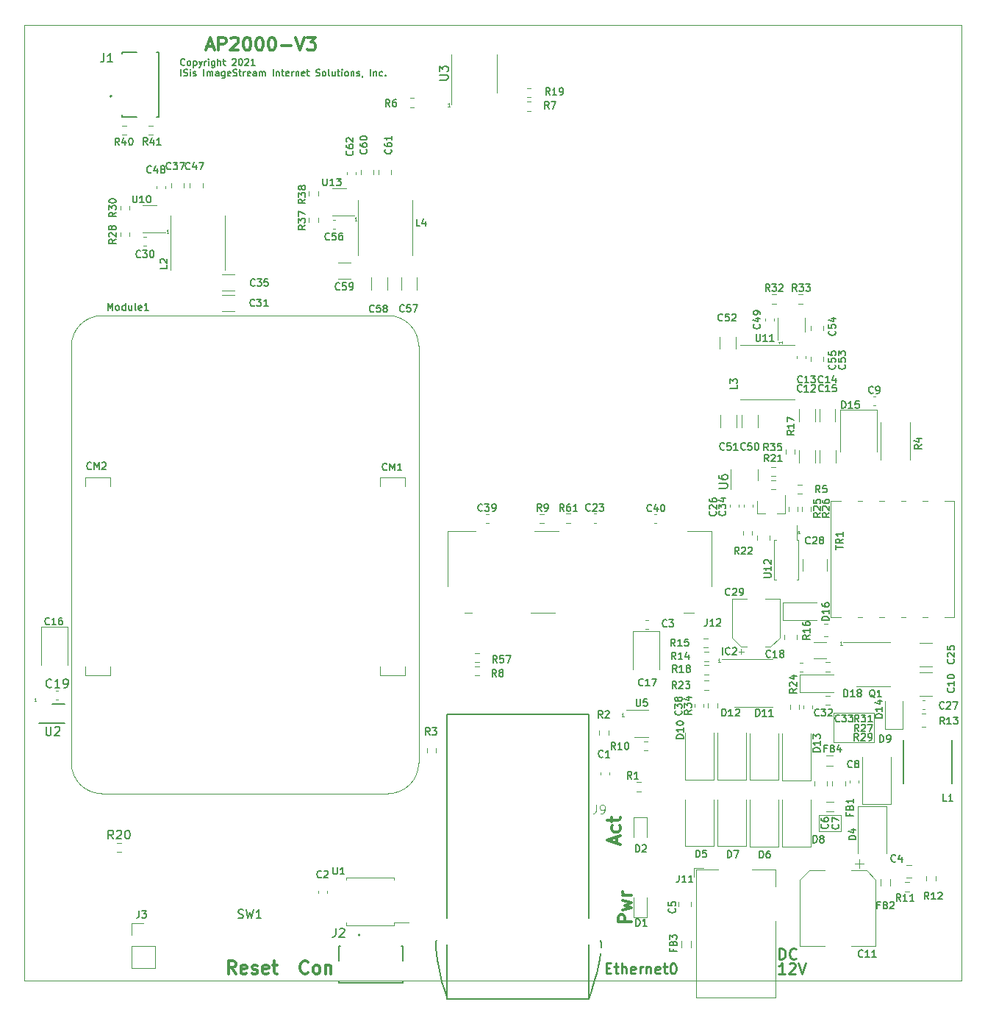
<source format=gbr>
%TF.GenerationSoftware,KiCad,Pcbnew,5.99.0-unknown-b84d1456d5~131~ubuntu20.04.1*%
%TF.CreationDate,2021-09-23T18:16:05-05:00*%
%TF.ProjectId,AP2000,41503230-3030-42e6-9b69-6361645f7063,rev?*%
%TF.SameCoordinates,Original*%
%TF.FileFunction,Legend,Top*%
%TF.FilePolarity,Positive*%
%FSLAX46Y46*%
G04 Gerber Fmt 4.6, Leading zero omitted, Abs format (unit mm)*
G04 Created by KiCad (PCBNEW 5.99.0-unknown-b84d1456d5~131~ubuntu20.04.1) date 2021-09-23 18:16:05*
%MOMM*%
%LPD*%
G01*
G04 APERTURE LIST*
%ADD10C,0.120000*%
%TA.AperFunction,Profile*%
%ADD11C,0.100000*%
%TD*%
%ADD12C,0.076200*%
%ADD13C,0.300000*%
%ADD14C,0.279400*%
%ADD15C,0.177800*%
%ADD16C,0.250000*%
%ADD17C,0.150000*%
%ADD18C,0.152400*%
%ADD19C,0.015000*%
%ADD20C,0.127000*%
%ADD21C,0.200000*%
G04 APERTURE END LIST*
D10*
X91577991Y-90942000D02*
X94127991Y-90942000D01*
X94127991Y-90942000D02*
X94127991Y-92777000D01*
X94127991Y-92777000D02*
X91577991Y-92777000D01*
X91577991Y-92777000D02*
X91577991Y-90942000D01*
X93271000Y-79211000D02*
X97894000Y-79211000D01*
X97894000Y-79211000D02*
X97894000Y-82529000D01*
X97894000Y-82529000D02*
X93271000Y-82529000D01*
X93271000Y-82529000D02*
X93271000Y-79211000D01*
D11*
X108000000Y0D02*
X108000000Y-110000000D01*
X0Y0D02*
X108000000Y0D01*
X0Y-110000000D02*
X108000000Y-110000000D01*
X0Y-110000000D02*
X0Y0D01*
D12*
X94249114Y-71374847D02*
X94016885Y-71374847D01*
X94133000Y-71374847D02*
X94133000Y-70968447D01*
X94094295Y-71026504D01*
X94055590Y-71065209D01*
X94016885Y-71084561D01*
D13*
X68270000Y-94158571D02*
X68270000Y-93444285D01*
X68698571Y-94301428D02*
X67198571Y-93801428D01*
X68698571Y-93301428D01*
X68627142Y-92158571D02*
X68698571Y-92301428D01*
X68698571Y-92587142D01*
X68627142Y-92730000D01*
X68555714Y-92801428D01*
X68412857Y-92872857D01*
X67984285Y-92872857D01*
X67841428Y-92801428D01*
X67770000Y-92730000D01*
X67698571Y-92587142D01*
X67698571Y-92301428D01*
X67770000Y-92158571D01*
X67698571Y-91730000D02*
X67698571Y-91158571D01*
X67198571Y-91515714D02*
X68484285Y-91515714D01*
X68627142Y-91444285D01*
X68698571Y-91301428D01*
X68698571Y-91158571D01*
D12*
X16657014Y-23971848D02*
X16424785Y-23971848D01*
X16540900Y-23971848D02*
X16540900Y-23565448D01*
X16502195Y-23623505D01*
X16463490Y-23662210D01*
X16424785Y-23681562D01*
X49056114Y-9393847D02*
X48823885Y-9393847D01*
X48940000Y-9393847D02*
X48940000Y-8987447D01*
X48901295Y-9045504D01*
X48862590Y-9084209D01*
X48823885Y-9103561D01*
D13*
X21070714Y-2491000D02*
X21785000Y-2491000D01*
X20927857Y-2919571D02*
X21427857Y-1419571D01*
X21927857Y-2919571D01*
X22427857Y-2919571D02*
X22427857Y-1419571D01*
X22999285Y-1419571D01*
X23142142Y-1491000D01*
X23213571Y-1562428D01*
X23285000Y-1705285D01*
X23285000Y-1919571D01*
X23213571Y-2062428D01*
X23142142Y-2133857D01*
X22999285Y-2205285D01*
X22427857Y-2205285D01*
X23856428Y-1562428D02*
X23927857Y-1491000D01*
X24070714Y-1419571D01*
X24427857Y-1419571D01*
X24570714Y-1491000D01*
X24642142Y-1562428D01*
X24713571Y-1705285D01*
X24713571Y-1848142D01*
X24642142Y-2062428D01*
X23785000Y-2919571D01*
X24713571Y-2919571D01*
X25642142Y-1419571D02*
X25785000Y-1419571D01*
X25927857Y-1491000D01*
X25999285Y-1562428D01*
X26070714Y-1705285D01*
X26142142Y-1991000D01*
X26142142Y-2348142D01*
X26070714Y-2633857D01*
X25999285Y-2776714D01*
X25927857Y-2848142D01*
X25785000Y-2919571D01*
X25642142Y-2919571D01*
X25499285Y-2848142D01*
X25427857Y-2776714D01*
X25356428Y-2633857D01*
X25285000Y-2348142D01*
X25285000Y-1991000D01*
X25356428Y-1705285D01*
X25427857Y-1562428D01*
X25499285Y-1491000D01*
X25642142Y-1419571D01*
X27070714Y-1419571D02*
X27213571Y-1419571D01*
X27356428Y-1491000D01*
X27427857Y-1562428D01*
X27499285Y-1705285D01*
X27570714Y-1991000D01*
X27570714Y-2348142D01*
X27499285Y-2633857D01*
X27427857Y-2776714D01*
X27356428Y-2848142D01*
X27213571Y-2919571D01*
X27070714Y-2919571D01*
X26927857Y-2848142D01*
X26856428Y-2776714D01*
X26785000Y-2633857D01*
X26713571Y-2348142D01*
X26713571Y-1991000D01*
X26785000Y-1705285D01*
X26856428Y-1562428D01*
X26927857Y-1491000D01*
X27070714Y-1419571D01*
X28499285Y-1419571D02*
X28642142Y-1419571D01*
X28785000Y-1491000D01*
X28856428Y-1562428D01*
X28927857Y-1705285D01*
X28999285Y-1991000D01*
X28999285Y-2348142D01*
X28927857Y-2633857D01*
X28856428Y-2776714D01*
X28785000Y-2848142D01*
X28642142Y-2919571D01*
X28499285Y-2919571D01*
X28356428Y-2848142D01*
X28285000Y-2776714D01*
X28213571Y-2633857D01*
X28142142Y-2348142D01*
X28142142Y-1991000D01*
X28213571Y-1705285D01*
X28285000Y-1562428D01*
X28356428Y-1491000D01*
X28499285Y-1419571D01*
X29642142Y-2348142D02*
X30785000Y-2348142D01*
X31285000Y-1419571D02*
X31785000Y-2919571D01*
X32284999Y-1419571D01*
X32642142Y-1419571D02*
X33570714Y-1419571D01*
X33070714Y-1991000D01*
X33284999Y-1991000D01*
X33427857Y-2062428D01*
X33499285Y-2133857D01*
X33570714Y-2276714D01*
X33570714Y-2633857D01*
X33499285Y-2776714D01*
X33427857Y-2848142D01*
X33284999Y-2919571D01*
X32856428Y-2919571D01*
X32713571Y-2848142D01*
X32642142Y-2776714D01*
D14*
X86972380Y-107534523D02*
X86972380Y-106264523D01*
X87274761Y-106264523D01*
X87456190Y-106325000D01*
X87577142Y-106445952D01*
X87637619Y-106566904D01*
X87698095Y-106808809D01*
X87698095Y-106990238D01*
X87637619Y-107232142D01*
X87577142Y-107353095D01*
X87456190Y-107474047D01*
X87274761Y-107534523D01*
X86972380Y-107534523D01*
X88968095Y-107413571D02*
X88907619Y-107474047D01*
X88726190Y-107534523D01*
X88605238Y-107534523D01*
X88423809Y-107474047D01*
X88302857Y-107353095D01*
X88242380Y-107232142D01*
X88181904Y-106990238D01*
X88181904Y-106808809D01*
X88242380Y-106566904D01*
X88302857Y-106445952D01*
X88423809Y-106325000D01*
X88605238Y-106264523D01*
X88726190Y-106264523D01*
X88907619Y-106325000D01*
X88968095Y-106385476D01*
D15*
X18526428Y-4572732D02*
X18490142Y-4609018D01*
X18381285Y-4645304D01*
X18308713Y-4645304D01*
X18199856Y-4609018D01*
X18127285Y-4536447D01*
X18090999Y-4463875D01*
X18054713Y-4318732D01*
X18054713Y-4209875D01*
X18090999Y-4064732D01*
X18127285Y-3992161D01*
X18199856Y-3919590D01*
X18308713Y-3883304D01*
X18381285Y-3883304D01*
X18490142Y-3919590D01*
X18526428Y-3955875D01*
X18961856Y-4645304D02*
X18889285Y-4609018D01*
X18852999Y-4572732D01*
X18816713Y-4500161D01*
X18816713Y-4282447D01*
X18852999Y-4209875D01*
X18889285Y-4173590D01*
X18961856Y-4137304D01*
X19070713Y-4137304D01*
X19143285Y-4173590D01*
X19179571Y-4209875D01*
X19215856Y-4282447D01*
X19215856Y-4500161D01*
X19179571Y-4572732D01*
X19143285Y-4609018D01*
X19070713Y-4645304D01*
X18961856Y-4645304D01*
X19542428Y-4137304D02*
X19542428Y-4899304D01*
X19542428Y-4173590D02*
X19614999Y-4137304D01*
X19760142Y-4137304D01*
X19832713Y-4173590D01*
X19868999Y-4209875D01*
X19905285Y-4282447D01*
X19905285Y-4500161D01*
X19868999Y-4572732D01*
X19832713Y-4609018D01*
X19760142Y-4645304D01*
X19614999Y-4645304D01*
X19542428Y-4609018D01*
X20159285Y-4137304D02*
X20340713Y-4645304D01*
X20522142Y-4137304D02*
X20340713Y-4645304D01*
X20268142Y-4826732D01*
X20231856Y-4863018D01*
X20159285Y-4899304D01*
X20812428Y-4645304D02*
X20812428Y-4137304D01*
X20812428Y-4282447D02*
X20848713Y-4209875D01*
X20884999Y-4173590D01*
X20957571Y-4137304D01*
X21030142Y-4137304D01*
X21284142Y-4645304D02*
X21284142Y-4137304D01*
X21284142Y-3883304D02*
X21247856Y-3919590D01*
X21284142Y-3955875D01*
X21320428Y-3919590D01*
X21284142Y-3883304D01*
X21284142Y-3955875D01*
X21973571Y-4137304D02*
X21973571Y-4754161D01*
X21937285Y-4826732D01*
X21900999Y-4863018D01*
X21828428Y-4899304D01*
X21719571Y-4899304D01*
X21646999Y-4863018D01*
X21973571Y-4609018D02*
X21900999Y-4645304D01*
X21755856Y-4645304D01*
X21683285Y-4609018D01*
X21646999Y-4572732D01*
X21610713Y-4500161D01*
X21610713Y-4282447D01*
X21646999Y-4209875D01*
X21683285Y-4173590D01*
X21755856Y-4137304D01*
X21900999Y-4137304D01*
X21973571Y-4173590D01*
X22336428Y-4645304D02*
X22336428Y-3883304D01*
X22662999Y-4645304D02*
X22662999Y-4246161D01*
X22626713Y-4173590D01*
X22554142Y-4137304D01*
X22445285Y-4137304D01*
X22372713Y-4173590D01*
X22336428Y-4209875D01*
X22916999Y-4137304D02*
X23207285Y-4137304D01*
X23025856Y-3883304D02*
X23025856Y-4536447D01*
X23062142Y-4609018D01*
X23134713Y-4645304D01*
X23207285Y-4645304D01*
X24005571Y-3955875D02*
X24041856Y-3919590D01*
X24114428Y-3883304D01*
X24295856Y-3883304D01*
X24368428Y-3919590D01*
X24404713Y-3955875D01*
X24440999Y-4028447D01*
X24440999Y-4101018D01*
X24404713Y-4209875D01*
X23969285Y-4645304D01*
X24440999Y-4645304D01*
X24912713Y-3883304D02*
X24985285Y-3883304D01*
X25057856Y-3919590D01*
X25094142Y-3955875D01*
X25130428Y-4028447D01*
X25166713Y-4173590D01*
X25166713Y-4355018D01*
X25130428Y-4500161D01*
X25094142Y-4572732D01*
X25057856Y-4609018D01*
X24985285Y-4645304D01*
X24912713Y-4645304D01*
X24840142Y-4609018D01*
X24803856Y-4572732D01*
X24767571Y-4500161D01*
X24731285Y-4355018D01*
X24731285Y-4173590D01*
X24767571Y-4028447D01*
X24803856Y-3955875D01*
X24840142Y-3919590D01*
X24912713Y-3883304D01*
X25456999Y-3955875D02*
X25493285Y-3919590D01*
X25565856Y-3883304D01*
X25747285Y-3883304D01*
X25819856Y-3919590D01*
X25856142Y-3955875D01*
X25892428Y-4028447D01*
X25892428Y-4101018D01*
X25856142Y-4209875D01*
X25420713Y-4645304D01*
X25892428Y-4645304D01*
X26618142Y-4645304D02*
X26182713Y-4645304D01*
X26400428Y-4645304D02*
X26400428Y-3883304D01*
X26327856Y-3992161D01*
X26255285Y-4064732D01*
X26182713Y-4101018D01*
X18090999Y-5872124D02*
X18090999Y-5110124D01*
X18417571Y-5835838D02*
X18526428Y-5872124D01*
X18707856Y-5872124D01*
X18780428Y-5835838D01*
X18816713Y-5799552D01*
X18852999Y-5726981D01*
X18852999Y-5654410D01*
X18816713Y-5581838D01*
X18780428Y-5545552D01*
X18707856Y-5509267D01*
X18562713Y-5472981D01*
X18490142Y-5436695D01*
X18453856Y-5400410D01*
X18417571Y-5327838D01*
X18417571Y-5255267D01*
X18453856Y-5182695D01*
X18490142Y-5146410D01*
X18562713Y-5110124D01*
X18744142Y-5110124D01*
X18852999Y-5146410D01*
X19179571Y-5872124D02*
X19179571Y-5364124D01*
X19179571Y-5110124D02*
X19143285Y-5146410D01*
X19179571Y-5182695D01*
X19215856Y-5146410D01*
X19179571Y-5110124D01*
X19179571Y-5182695D01*
X19506142Y-5835838D02*
X19578713Y-5872124D01*
X19723856Y-5872124D01*
X19796428Y-5835838D01*
X19832713Y-5763267D01*
X19832713Y-5726981D01*
X19796428Y-5654410D01*
X19723856Y-5618124D01*
X19614999Y-5618124D01*
X19542428Y-5581838D01*
X19506142Y-5509267D01*
X19506142Y-5472981D01*
X19542428Y-5400410D01*
X19614999Y-5364124D01*
X19723856Y-5364124D01*
X19796428Y-5400410D01*
X20739856Y-5872124D02*
X20739856Y-5110124D01*
X21102713Y-5872124D02*
X21102713Y-5364124D01*
X21102713Y-5436695D02*
X21138999Y-5400410D01*
X21211571Y-5364124D01*
X21320428Y-5364124D01*
X21392999Y-5400410D01*
X21429285Y-5472981D01*
X21429285Y-5872124D01*
X21429285Y-5472981D02*
X21465571Y-5400410D01*
X21538142Y-5364124D01*
X21646999Y-5364124D01*
X21719571Y-5400410D01*
X21755856Y-5472981D01*
X21755856Y-5872124D01*
X22445285Y-5872124D02*
X22445285Y-5472981D01*
X22408999Y-5400410D01*
X22336428Y-5364124D01*
X22191285Y-5364124D01*
X22118713Y-5400410D01*
X22445285Y-5835838D02*
X22372713Y-5872124D01*
X22191285Y-5872124D01*
X22118713Y-5835838D01*
X22082428Y-5763267D01*
X22082428Y-5690695D01*
X22118713Y-5618124D01*
X22191285Y-5581838D01*
X22372713Y-5581838D01*
X22445285Y-5545552D01*
X23134713Y-5364124D02*
X23134713Y-5980981D01*
X23098428Y-6053552D01*
X23062142Y-6089838D01*
X22989571Y-6126124D01*
X22880713Y-6126124D01*
X22808142Y-6089838D01*
X23134713Y-5835838D02*
X23062142Y-5872124D01*
X22916999Y-5872124D01*
X22844428Y-5835838D01*
X22808142Y-5799552D01*
X22771856Y-5726981D01*
X22771856Y-5509267D01*
X22808142Y-5436695D01*
X22844428Y-5400410D01*
X22916999Y-5364124D01*
X23062142Y-5364124D01*
X23134713Y-5400410D01*
X23787856Y-5835838D02*
X23715285Y-5872124D01*
X23570142Y-5872124D01*
X23497571Y-5835838D01*
X23461285Y-5763267D01*
X23461285Y-5472981D01*
X23497571Y-5400410D01*
X23570142Y-5364124D01*
X23715285Y-5364124D01*
X23787856Y-5400410D01*
X23824142Y-5472981D01*
X23824142Y-5545552D01*
X23461285Y-5618124D01*
X24114428Y-5835838D02*
X24223285Y-5872124D01*
X24404713Y-5872124D01*
X24477285Y-5835838D01*
X24513571Y-5799552D01*
X24549856Y-5726981D01*
X24549856Y-5654410D01*
X24513571Y-5581838D01*
X24477285Y-5545552D01*
X24404713Y-5509267D01*
X24259571Y-5472981D01*
X24186999Y-5436695D01*
X24150713Y-5400410D01*
X24114428Y-5327838D01*
X24114428Y-5255267D01*
X24150713Y-5182695D01*
X24186999Y-5146410D01*
X24259571Y-5110124D01*
X24440999Y-5110124D01*
X24549856Y-5146410D01*
X24767571Y-5364124D02*
X25057856Y-5364124D01*
X24876428Y-5110124D02*
X24876428Y-5763267D01*
X24912713Y-5835838D01*
X24985285Y-5872124D01*
X25057856Y-5872124D01*
X25311856Y-5872124D02*
X25311856Y-5364124D01*
X25311856Y-5509267D02*
X25348142Y-5436695D01*
X25384428Y-5400410D01*
X25456999Y-5364124D01*
X25529571Y-5364124D01*
X26073856Y-5835838D02*
X26001285Y-5872124D01*
X25856142Y-5872124D01*
X25783571Y-5835838D01*
X25747285Y-5763267D01*
X25747285Y-5472981D01*
X25783571Y-5400410D01*
X25856142Y-5364124D01*
X26001285Y-5364124D01*
X26073856Y-5400410D01*
X26110142Y-5472981D01*
X26110142Y-5545552D01*
X25747285Y-5618124D01*
X26763285Y-5872124D02*
X26763285Y-5472981D01*
X26726999Y-5400410D01*
X26654428Y-5364124D01*
X26509285Y-5364124D01*
X26436713Y-5400410D01*
X26763285Y-5835838D02*
X26690713Y-5872124D01*
X26509285Y-5872124D01*
X26436713Y-5835838D01*
X26400428Y-5763267D01*
X26400428Y-5690695D01*
X26436713Y-5618124D01*
X26509285Y-5581838D01*
X26690713Y-5581838D01*
X26763285Y-5545552D01*
X27126142Y-5872124D02*
X27126142Y-5364124D01*
X27126142Y-5436695D02*
X27162428Y-5400410D01*
X27234999Y-5364124D01*
X27343856Y-5364124D01*
X27416428Y-5400410D01*
X27452713Y-5472981D01*
X27452713Y-5872124D01*
X27452713Y-5472981D02*
X27488999Y-5400410D01*
X27561571Y-5364124D01*
X27670428Y-5364124D01*
X27742999Y-5400410D01*
X27779285Y-5472981D01*
X27779285Y-5872124D01*
X28722713Y-5872124D02*
X28722713Y-5110124D01*
X29085571Y-5364124D02*
X29085571Y-5872124D01*
X29085571Y-5436695D02*
X29121856Y-5400410D01*
X29194428Y-5364124D01*
X29303285Y-5364124D01*
X29375856Y-5400410D01*
X29412142Y-5472981D01*
X29412142Y-5872124D01*
X29666142Y-5364124D02*
X29956428Y-5364124D01*
X29774999Y-5110124D02*
X29774999Y-5763267D01*
X29811285Y-5835838D01*
X29883856Y-5872124D01*
X29956428Y-5872124D01*
X30500713Y-5835838D02*
X30428142Y-5872124D01*
X30282999Y-5872124D01*
X30210428Y-5835838D01*
X30174142Y-5763267D01*
X30174142Y-5472981D01*
X30210428Y-5400410D01*
X30282999Y-5364124D01*
X30428142Y-5364124D01*
X30500713Y-5400410D01*
X30536999Y-5472981D01*
X30536999Y-5545552D01*
X30174142Y-5618124D01*
X30863571Y-5872124D02*
X30863571Y-5364124D01*
X30863571Y-5509267D02*
X30899856Y-5436695D01*
X30936142Y-5400410D01*
X31008713Y-5364124D01*
X31081285Y-5364124D01*
X31335285Y-5364124D02*
X31335285Y-5872124D01*
X31335285Y-5436695D02*
X31371571Y-5400410D01*
X31444142Y-5364124D01*
X31552999Y-5364124D01*
X31625571Y-5400410D01*
X31661856Y-5472981D01*
X31661856Y-5872124D01*
X32314999Y-5835838D02*
X32242428Y-5872124D01*
X32097285Y-5872124D01*
X32024713Y-5835838D01*
X31988428Y-5763267D01*
X31988428Y-5472981D01*
X32024713Y-5400410D01*
X32097285Y-5364124D01*
X32242428Y-5364124D01*
X32314999Y-5400410D01*
X32351285Y-5472981D01*
X32351285Y-5545552D01*
X31988428Y-5618124D01*
X32568999Y-5364124D02*
X32859285Y-5364124D01*
X32677856Y-5110124D02*
X32677856Y-5763267D01*
X32714142Y-5835838D01*
X32786713Y-5872124D01*
X32859285Y-5872124D01*
X33657571Y-5835838D02*
X33766428Y-5872124D01*
X33947856Y-5872124D01*
X34020428Y-5835838D01*
X34056713Y-5799552D01*
X34092999Y-5726981D01*
X34092999Y-5654410D01*
X34056713Y-5581838D01*
X34020428Y-5545552D01*
X33947856Y-5509267D01*
X33802713Y-5472981D01*
X33730142Y-5436695D01*
X33693856Y-5400410D01*
X33657571Y-5327838D01*
X33657571Y-5255267D01*
X33693856Y-5182695D01*
X33730142Y-5146410D01*
X33802713Y-5110124D01*
X33984142Y-5110124D01*
X34092999Y-5146410D01*
X34528428Y-5872124D02*
X34455856Y-5835838D01*
X34419571Y-5799552D01*
X34383285Y-5726981D01*
X34383285Y-5509267D01*
X34419571Y-5436695D01*
X34455856Y-5400410D01*
X34528428Y-5364124D01*
X34637285Y-5364124D01*
X34709856Y-5400410D01*
X34746142Y-5436695D01*
X34782428Y-5509267D01*
X34782428Y-5726981D01*
X34746142Y-5799552D01*
X34709856Y-5835838D01*
X34637285Y-5872124D01*
X34528428Y-5872124D01*
X35217856Y-5872124D02*
X35145285Y-5835838D01*
X35108999Y-5763267D01*
X35108999Y-5110124D01*
X35834713Y-5364124D02*
X35834713Y-5872124D01*
X35508142Y-5364124D02*
X35508142Y-5763267D01*
X35544428Y-5835838D01*
X35616999Y-5872124D01*
X35725856Y-5872124D01*
X35798428Y-5835838D01*
X35834713Y-5799552D01*
X36088713Y-5364124D02*
X36378999Y-5364124D01*
X36197571Y-5110124D02*
X36197571Y-5763267D01*
X36233856Y-5835838D01*
X36306428Y-5872124D01*
X36378999Y-5872124D01*
X36632999Y-5872124D02*
X36632999Y-5364124D01*
X36632999Y-5110124D02*
X36596713Y-5146410D01*
X36632999Y-5182695D01*
X36669285Y-5146410D01*
X36632999Y-5110124D01*
X36632999Y-5182695D01*
X37104713Y-5872124D02*
X37032142Y-5835838D01*
X36995856Y-5799552D01*
X36959571Y-5726981D01*
X36959571Y-5509267D01*
X36995856Y-5436695D01*
X37032142Y-5400410D01*
X37104713Y-5364124D01*
X37213571Y-5364124D01*
X37286142Y-5400410D01*
X37322428Y-5436695D01*
X37358713Y-5509267D01*
X37358713Y-5726981D01*
X37322428Y-5799552D01*
X37286142Y-5835838D01*
X37213571Y-5872124D01*
X37104713Y-5872124D01*
X37685285Y-5364124D02*
X37685285Y-5872124D01*
X37685285Y-5436695D02*
X37721571Y-5400410D01*
X37794142Y-5364124D01*
X37902999Y-5364124D01*
X37975571Y-5400410D01*
X38011856Y-5472981D01*
X38011856Y-5872124D01*
X38338428Y-5835838D02*
X38410999Y-5872124D01*
X38556142Y-5872124D01*
X38628713Y-5835838D01*
X38664999Y-5763267D01*
X38664999Y-5726981D01*
X38628713Y-5654410D01*
X38556142Y-5618124D01*
X38447285Y-5618124D01*
X38374713Y-5581838D01*
X38338428Y-5509267D01*
X38338428Y-5472981D01*
X38374713Y-5400410D01*
X38447285Y-5364124D01*
X38556142Y-5364124D01*
X38628713Y-5400410D01*
X39027856Y-5835838D02*
X39027856Y-5872124D01*
X38991570Y-5944695D01*
X38955285Y-5980981D01*
X39934999Y-5872124D02*
X39934999Y-5110124D01*
X40297856Y-5364124D02*
X40297856Y-5872124D01*
X40297856Y-5436695D02*
X40334142Y-5400410D01*
X40406713Y-5364124D01*
X40515570Y-5364124D01*
X40588142Y-5400410D01*
X40624428Y-5472981D01*
X40624428Y-5872124D01*
X41313856Y-5835838D02*
X41241285Y-5872124D01*
X41096142Y-5872124D01*
X41023570Y-5835838D01*
X40987285Y-5799552D01*
X40950999Y-5726981D01*
X40950999Y-5509267D01*
X40987285Y-5436695D01*
X41023570Y-5400410D01*
X41096142Y-5364124D01*
X41241285Y-5364124D01*
X41313856Y-5400410D01*
X41640428Y-5799552D02*
X41676713Y-5835838D01*
X41640428Y-5872124D01*
X41604142Y-5835838D01*
X41640428Y-5799552D01*
X41640428Y-5872124D01*
D16*
X67070000Y-108554285D02*
X67470000Y-108554285D01*
X67641428Y-109182857D02*
X67070000Y-109182857D01*
X67070000Y-107982857D01*
X67641428Y-107982857D01*
X67984285Y-108382857D02*
X68441428Y-108382857D01*
X68155714Y-107982857D02*
X68155714Y-109011428D01*
X68212857Y-109125714D01*
X68327142Y-109182857D01*
X68441428Y-109182857D01*
X68841428Y-109182857D02*
X68841428Y-107982857D01*
X69355714Y-109182857D02*
X69355714Y-108554285D01*
X69298571Y-108440000D01*
X69184285Y-108382857D01*
X69012857Y-108382857D01*
X68898571Y-108440000D01*
X68841428Y-108497142D01*
X70384285Y-109125714D02*
X70270000Y-109182857D01*
X70041428Y-109182857D01*
X69927142Y-109125714D01*
X69870000Y-109011428D01*
X69870000Y-108554285D01*
X69927142Y-108440000D01*
X70041428Y-108382857D01*
X70270000Y-108382857D01*
X70384285Y-108440000D01*
X70441428Y-108554285D01*
X70441428Y-108668571D01*
X69870000Y-108782857D01*
X70955714Y-109182857D02*
X70955714Y-108382857D01*
X70955714Y-108611428D02*
X71012857Y-108497142D01*
X71070000Y-108440000D01*
X71184285Y-108382857D01*
X71298571Y-108382857D01*
X71698571Y-108382857D02*
X71698571Y-109182857D01*
X71698571Y-108497142D02*
X71755714Y-108440000D01*
X71870000Y-108382857D01*
X72041428Y-108382857D01*
X72155714Y-108440000D01*
X72212857Y-108554285D01*
X72212857Y-109182857D01*
X73241428Y-109125714D02*
X73127142Y-109182857D01*
X72898571Y-109182857D01*
X72784285Y-109125714D01*
X72727142Y-109011428D01*
X72727142Y-108554285D01*
X72784285Y-108440000D01*
X72898571Y-108382857D01*
X73127142Y-108382857D01*
X73241428Y-108440000D01*
X73298571Y-108554285D01*
X73298571Y-108668571D01*
X72727142Y-108782857D01*
X73641428Y-108382857D02*
X74098571Y-108382857D01*
X73812857Y-107982857D02*
X73812857Y-109011428D01*
X73870000Y-109125714D01*
X73984285Y-109182857D01*
X74098571Y-109182857D01*
X74727142Y-107982857D02*
X74841428Y-107982857D01*
X74955714Y-108040000D01*
X75012857Y-108097142D01*
X75070000Y-108211428D01*
X75127142Y-108440000D01*
X75127142Y-108725714D01*
X75070000Y-108954285D01*
X75012857Y-109068571D01*
X74955714Y-109125714D01*
X74841428Y-109182857D01*
X74727142Y-109182857D01*
X74612857Y-109125714D01*
X74555714Y-109068571D01*
X74498571Y-108954285D01*
X74441428Y-108725714D01*
X74441428Y-108440000D01*
X74498571Y-108211428D01*
X74555714Y-108097142D01*
X74612857Y-108040000D01*
X74727142Y-107982857D01*
D14*
X87653809Y-109234523D02*
X86928095Y-109234523D01*
X87290952Y-109234523D02*
X87290952Y-107964523D01*
X87170000Y-108145952D01*
X87049047Y-108266904D01*
X86928095Y-108327380D01*
X88137619Y-108085476D02*
X88198095Y-108025000D01*
X88319047Y-107964523D01*
X88621428Y-107964523D01*
X88742380Y-108025000D01*
X88802857Y-108085476D01*
X88863333Y-108206428D01*
X88863333Y-108327380D01*
X88802857Y-108508809D01*
X88077142Y-109234523D01*
X88863333Y-109234523D01*
X89226190Y-107964523D02*
X89649523Y-109234523D01*
X90072857Y-107964523D01*
D13*
X24412857Y-109208571D02*
X23912857Y-108494285D01*
X23555714Y-109208571D02*
X23555714Y-107708571D01*
X24127142Y-107708571D01*
X24270000Y-107780000D01*
X24341428Y-107851428D01*
X24412857Y-107994285D01*
X24412857Y-108208571D01*
X24341428Y-108351428D01*
X24270000Y-108422857D01*
X24127142Y-108494285D01*
X23555714Y-108494285D01*
X25627142Y-109137142D02*
X25484285Y-109208571D01*
X25198571Y-109208571D01*
X25055714Y-109137142D01*
X24984285Y-108994285D01*
X24984285Y-108422857D01*
X25055714Y-108280000D01*
X25198571Y-108208571D01*
X25484285Y-108208571D01*
X25627142Y-108280000D01*
X25698571Y-108422857D01*
X25698571Y-108565714D01*
X24984285Y-108708571D01*
X26270000Y-109137142D02*
X26412857Y-109208571D01*
X26698571Y-109208571D01*
X26841428Y-109137142D01*
X26912857Y-108994285D01*
X26912857Y-108922857D01*
X26841428Y-108780000D01*
X26698571Y-108708571D01*
X26484285Y-108708571D01*
X26341428Y-108637142D01*
X26270000Y-108494285D01*
X26270000Y-108422857D01*
X26341428Y-108280000D01*
X26484285Y-108208571D01*
X26698571Y-108208571D01*
X26841428Y-108280000D01*
X28127142Y-109137142D02*
X27984285Y-109208571D01*
X27698571Y-109208571D01*
X27555714Y-109137142D01*
X27484285Y-108994285D01*
X27484285Y-108422857D01*
X27555714Y-108280000D01*
X27698571Y-108208571D01*
X27984285Y-108208571D01*
X28127142Y-108280000D01*
X28198571Y-108422857D01*
X28198571Y-108565714D01*
X27484285Y-108708571D01*
X28627142Y-108208571D02*
X29198571Y-108208571D01*
X28841428Y-107708571D02*
X28841428Y-108994285D01*
X28912857Y-109137142D01*
X29055714Y-109208571D01*
X29198571Y-109208571D01*
X69938571Y-103252857D02*
X68438571Y-103252857D01*
X68438571Y-102681428D01*
X68510000Y-102538571D01*
X68581428Y-102467142D01*
X68724285Y-102395714D01*
X68938571Y-102395714D01*
X69081428Y-102467142D01*
X69152857Y-102538571D01*
X69224285Y-102681428D01*
X69224285Y-103252857D01*
X68938571Y-101895714D02*
X69938571Y-101610000D01*
X69224285Y-101324285D01*
X69938571Y-101038571D01*
X68938571Y-100752857D01*
X69938571Y-100181428D02*
X68938571Y-100181428D01*
X69224285Y-100181428D02*
X69081428Y-100110000D01*
X69010000Y-100038571D01*
X68938571Y-99895714D01*
X68938571Y-99752857D01*
D12*
X1436114Y-77853847D02*
X1203885Y-77853847D01*
X1320000Y-77853847D02*
X1320000Y-77447447D01*
X1281295Y-77505504D01*
X1242590Y-77544209D01*
X1203885Y-77563561D01*
X38335113Y-22551847D02*
X38102884Y-22551847D01*
X38218999Y-22551847D02*
X38218999Y-22145447D01*
X38180294Y-22203504D01*
X38141589Y-22242209D01*
X38102884Y-22261561D01*
X87326147Y-36424084D02*
X87326147Y-36656313D01*
X87326147Y-36540199D02*
X86919747Y-36540199D01*
X86977804Y-36578903D01*
X87016509Y-36617608D01*
X87035861Y-36656313D01*
X80180114Y-73348847D02*
X79947885Y-73348847D01*
X80064000Y-73348847D02*
X80064000Y-72942447D01*
X80025295Y-73000504D01*
X79986590Y-73039209D01*
X79947885Y-73058561D01*
X89324285Y-58553085D02*
X89150114Y-58553085D01*
X89237200Y-58553085D02*
X89237200Y-58248285D01*
X89208171Y-58291828D01*
X89179142Y-58320857D01*
X89150114Y-58335371D01*
D13*
X32737142Y-109075714D02*
X32665714Y-109147142D01*
X32451428Y-109218571D01*
X32308571Y-109218571D01*
X32094285Y-109147142D01*
X31951428Y-109004285D01*
X31880000Y-108861428D01*
X31808571Y-108575714D01*
X31808571Y-108361428D01*
X31880000Y-108075714D01*
X31951428Y-107932857D01*
X32094285Y-107790000D01*
X32308571Y-107718571D01*
X32451428Y-107718571D01*
X32665714Y-107790000D01*
X32737142Y-107861428D01*
X33594285Y-109218571D02*
X33451428Y-109147142D01*
X33380000Y-109075714D01*
X33308571Y-108932857D01*
X33308571Y-108504285D01*
X33380000Y-108361428D01*
X33451428Y-108290000D01*
X33594285Y-108218571D01*
X33808571Y-108218571D01*
X33951428Y-108290000D01*
X34022857Y-108361428D01*
X34094285Y-108504285D01*
X34094285Y-108932857D01*
X34022857Y-109075714D01*
X33951428Y-109147142D01*
X33808571Y-109218571D01*
X33594285Y-109218571D01*
X34737142Y-108218571D02*
X34737142Y-109218571D01*
X34737142Y-108361428D02*
X34808571Y-108290000D01*
X34951428Y-108218571D01*
X35165714Y-108218571D01*
X35308571Y-108290000D01*
X35380000Y-108432857D01*
X35380000Y-109218571D01*
D12*
X69117714Y-79612647D02*
X68885485Y-79612647D01*
X69001600Y-79612647D02*
X69001600Y-79206247D01*
X68962895Y-79264304D01*
X68924190Y-79303009D01*
X68885485Y-79322361D01*
D17*
X47855380Y-6318904D02*
X48664904Y-6318904D01*
X48760142Y-6271285D01*
X48807761Y-6223666D01*
X48855380Y-6128428D01*
X48855380Y-5937952D01*
X48807761Y-5842714D01*
X48760142Y-5795095D01*
X48664904Y-5747476D01*
X47855380Y-5747476D01*
X47855380Y-5366523D02*
X47855380Y-4747476D01*
X48236333Y-5080809D01*
X48236333Y-4937952D01*
X48283952Y-4842714D01*
X48331571Y-4795095D01*
X48426809Y-4747476D01*
X48664904Y-4747476D01*
X48760142Y-4795095D01*
X48807761Y-4842714D01*
X48855380Y-4937952D01*
X48855380Y-5223666D01*
X48807761Y-5318904D01*
X48760142Y-5366523D01*
X80042380Y-53321904D02*
X80851904Y-53321904D01*
X80947142Y-53274285D01*
X80994761Y-53226666D01*
X81042380Y-53131428D01*
X81042380Y-52940952D01*
X80994761Y-52845714D01*
X80947142Y-52798095D01*
X80851904Y-52750476D01*
X80042380Y-52750476D01*
X80042380Y-51845714D02*
X80042380Y-52036190D01*
X80090000Y-52131428D01*
X80137619Y-52179047D01*
X80280476Y-52274285D01*
X80470952Y-52321904D01*
X80851904Y-52321904D01*
X80947142Y-52274285D01*
X80994761Y-52226666D01*
X81042380Y-52131428D01*
X81042380Y-51940952D01*
X80994761Y-51845714D01*
X80947142Y-51798095D01*
X80851904Y-51750476D01*
X80613809Y-51750476D01*
X80518571Y-51798095D01*
X80470952Y-51845714D01*
X80423333Y-51940952D01*
X80423333Y-52131428D01*
X80470952Y-52226666D01*
X80518571Y-52274285D01*
X80613809Y-52321904D01*
D18*
X75454019Y-97847895D02*
X75454019Y-98428466D01*
X75415314Y-98544580D01*
X75337904Y-98621990D01*
X75221790Y-98660695D01*
X75144380Y-98660695D01*
X76266819Y-98660695D02*
X75802361Y-98660695D01*
X76034590Y-98660695D02*
X76034590Y-97847895D01*
X75957180Y-97964009D01*
X75879771Y-98041419D01*
X75802361Y-98080123D01*
X77040914Y-98660695D02*
X76576457Y-98660695D01*
X76808685Y-98660695D02*
X76808685Y-97847895D01*
X76731276Y-97964009D01*
X76653866Y-98041419D01*
X76576457Y-98080123D01*
X78670019Y-68372895D02*
X78670019Y-68953466D01*
X78631314Y-69069580D01*
X78553904Y-69146990D01*
X78437790Y-69185695D01*
X78360380Y-69185695D01*
X79482819Y-69185695D02*
X79018361Y-69185695D01*
X79250590Y-69185695D02*
X79250590Y-68372895D01*
X79173180Y-68489009D01*
X79095771Y-68566419D01*
X79018361Y-68605123D01*
X79792457Y-68450304D02*
X79831161Y-68411600D01*
X79908571Y-68372895D01*
X80102095Y-68372895D01*
X80179504Y-68411600D01*
X80218209Y-68450304D01*
X80256914Y-68527714D01*
X80256914Y-68605123D01*
X80218209Y-68721238D01*
X79753752Y-69185695D01*
X80256914Y-69185695D01*
X104217485Y-100627695D02*
X103946552Y-100240647D01*
X103753028Y-100627695D02*
X103753028Y-99814895D01*
X104062666Y-99814895D01*
X104140076Y-99853600D01*
X104178780Y-99892304D01*
X104217485Y-99969714D01*
X104217485Y-100085828D01*
X104178780Y-100163238D01*
X104140076Y-100201942D01*
X104062666Y-100240647D01*
X103753028Y-100240647D01*
X104991580Y-100627695D02*
X104527123Y-100627695D01*
X104759352Y-100627695D02*
X104759352Y-99814895D01*
X104681942Y-99931009D01*
X104604533Y-100008419D01*
X104527123Y-100047123D01*
X105301219Y-99892304D02*
X105339923Y-99853600D01*
X105417333Y-99814895D01*
X105610857Y-99814895D01*
X105688266Y-99853600D01*
X105726971Y-99892304D01*
X105765676Y-99969714D01*
X105765676Y-100047123D01*
X105726971Y-100163238D01*
X105262514Y-100627695D01*
X105765676Y-100627695D01*
X10588995Y-24667515D02*
X10201947Y-24938448D01*
X10588995Y-25131972D02*
X9776195Y-25131972D01*
X9776195Y-24822334D01*
X9814900Y-24744924D01*
X9853604Y-24706220D01*
X9931014Y-24667515D01*
X10047128Y-24667515D01*
X10124538Y-24706220D01*
X10163242Y-24744924D01*
X10201947Y-24822334D01*
X10201947Y-25131972D01*
X9853604Y-24357877D02*
X9814900Y-24319172D01*
X9776195Y-24241762D01*
X9776195Y-24048239D01*
X9814900Y-23970829D01*
X9853604Y-23932124D01*
X9931014Y-23893420D01*
X10008423Y-23893420D01*
X10124538Y-23932124D01*
X10588995Y-24396581D01*
X10588995Y-23893420D01*
X10124538Y-23428962D02*
X10085833Y-23506372D01*
X10047128Y-23545077D01*
X9969719Y-23583781D01*
X9931014Y-23583781D01*
X9853604Y-23545077D01*
X9814900Y-23506372D01*
X9776195Y-23428962D01*
X9776195Y-23274143D01*
X9814900Y-23196734D01*
X9853604Y-23158029D01*
X9931014Y-23119324D01*
X9969719Y-23119324D01*
X10047128Y-23158029D01*
X10085833Y-23196734D01*
X10124538Y-23274143D01*
X10124538Y-23428962D01*
X10163242Y-23506372D01*
X10201947Y-23545077D01*
X10279357Y-23583781D01*
X10434176Y-23583781D01*
X10511585Y-23545077D01*
X10550290Y-23506372D01*
X10588995Y-23428962D01*
X10588995Y-23274143D01*
X10550290Y-23196734D01*
X10511585Y-23158029D01*
X10434176Y-23119324D01*
X10279357Y-23119324D01*
X10201947Y-23158029D01*
X10163242Y-23196734D01*
X10124538Y-23274143D01*
X91572485Y-79444285D02*
X91533780Y-79482990D01*
X91417666Y-79521695D01*
X91340257Y-79521695D01*
X91224142Y-79482990D01*
X91146733Y-79405580D01*
X91108028Y-79328171D01*
X91069323Y-79173352D01*
X91069323Y-79057238D01*
X91108028Y-78902419D01*
X91146733Y-78825009D01*
X91224142Y-78747600D01*
X91340257Y-78708895D01*
X91417666Y-78708895D01*
X91533780Y-78747600D01*
X91572485Y-78786304D01*
X91843419Y-78708895D02*
X92346580Y-78708895D01*
X92075647Y-79018533D01*
X92191761Y-79018533D01*
X92269171Y-79057238D01*
X92307876Y-79095942D01*
X92346580Y-79173352D01*
X92346580Y-79366876D01*
X92307876Y-79444285D01*
X92269171Y-79482990D01*
X92191761Y-79521695D01*
X91959533Y-79521695D01*
X91882123Y-79482990D01*
X91843419Y-79444285D01*
X92656219Y-78786304D02*
X92694923Y-78747600D01*
X92772333Y-78708895D01*
X92965857Y-78708895D01*
X93043266Y-78747600D01*
X93081971Y-78786304D01*
X93120676Y-78863714D01*
X93120676Y-78941123D01*
X93081971Y-79057238D01*
X92617514Y-79521695D01*
X93120676Y-79521695D01*
X14237485Y-13798695D02*
X13966552Y-13411647D01*
X13773028Y-13798695D02*
X13773028Y-12985895D01*
X14082666Y-12985895D01*
X14160076Y-13024600D01*
X14198780Y-13063304D01*
X14237485Y-13140714D01*
X14237485Y-13256828D01*
X14198780Y-13334238D01*
X14160076Y-13372942D01*
X14082666Y-13411647D01*
X13773028Y-13411647D01*
X14934171Y-13256828D02*
X14934171Y-13798695D01*
X14740647Y-12947190D02*
X14547123Y-13527761D01*
X15050285Y-13527761D01*
X15785676Y-13798695D02*
X15321219Y-13798695D01*
X15553447Y-13798695D02*
X15553447Y-12985895D01*
X15476038Y-13102009D01*
X15398628Y-13179419D01*
X15321219Y-13218123D01*
D17*
X24676666Y-102764761D02*
X24819523Y-102812380D01*
X25057619Y-102812380D01*
X25152857Y-102764761D01*
X25200476Y-102717142D01*
X25248095Y-102621904D01*
X25248095Y-102526666D01*
X25200476Y-102431428D01*
X25152857Y-102383809D01*
X25057619Y-102336190D01*
X24867142Y-102288571D01*
X24771904Y-102240952D01*
X24724285Y-102193333D01*
X24676666Y-102098095D01*
X24676666Y-102002857D01*
X24724285Y-101907619D01*
X24771904Y-101860000D01*
X24867142Y-101812380D01*
X25105238Y-101812380D01*
X25248095Y-101860000D01*
X25581428Y-101812380D02*
X25819523Y-102812380D01*
X26010000Y-102098095D01*
X26200476Y-102812380D01*
X26438571Y-101812380D01*
X27343333Y-102812380D02*
X26771904Y-102812380D01*
X27057619Y-102812380D02*
X27057619Y-101812380D01*
X26962380Y-101955238D01*
X26867142Y-102050476D01*
X26771904Y-102098095D01*
D18*
X10604495Y-21565314D02*
X10217447Y-21836247D01*
X10604495Y-22029771D02*
X9791695Y-22029771D01*
X9791695Y-21720133D01*
X9830400Y-21642723D01*
X9869104Y-21604019D01*
X9946514Y-21565314D01*
X10062628Y-21565314D01*
X10140038Y-21604019D01*
X10178742Y-21642723D01*
X10217447Y-21720133D01*
X10217447Y-22029771D01*
X9791695Y-21294380D02*
X9791695Y-20791219D01*
X10101333Y-21062152D01*
X10101333Y-20946038D01*
X10140038Y-20868628D01*
X10178742Y-20829923D01*
X10256152Y-20791219D01*
X10449676Y-20791219D01*
X10527085Y-20829923D01*
X10565790Y-20868628D01*
X10604495Y-20946038D01*
X10604495Y-21178266D01*
X10565790Y-21255676D01*
X10527085Y-21294380D01*
X9791695Y-20288057D02*
X9791695Y-20210647D01*
X9830400Y-20133238D01*
X9869104Y-20094533D01*
X9946514Y-20055828D01*
X10101333Y-20017123D01*
X10294857Y-20017123D01*
X10449676Y-20055828D01*
X10527085Y-20094533D01*
X10565790Y-20133238D01*
X10604495Y-20210647D01*
X10604495Y-20288057D01*
X10565790Y-20365466D01*
X10527085Y-20404171D01*
X10449676Y-20442876D01*
X10294857Y-20481580D01*
X10101333Y-20481580D01*
X9946514Y-20442876D01*
X9869104Y-20404171D01*
X9830400Y-20365466D01*
X9791695Y-20288057D01*
X75012485Y-71481695D02*
X74741552Y-71094647D01*
X74548028Y-71481695D02*
X74548028Y-70668895D01*
X74857666Y-70668895D01*
X74935076Y-70707600D01*
X74973780Y-70746304D01*
X75012485Y-70823714D01*
X75012485Y-70939828D01*
X74973780Y-71017238D01*
X74935076Y-71055942D01*
X74857666Y-71094647D01*
X74548028Y-71094647D01*
X75786580Y-71481695D02*
X75322123Y-71481695D01*
X75554352Y-71481695D02*
X75554352Y-70668895D01*
X75476942Y-70785009D01*
X75399533Y-70862419D01*
X75322123Y-70901123D01*
X76521971Y-70668895D02*
X76134923Y-70668895D01*
X76096219Y-71055942D01*
X76134923Y-71017238D01*
X76212333Y-70978533D01*
X76405857Y-70978533D01*
X76483266Y-71017238D01*
X76521971Y-71055942D01*
X76560676Y-71133352D01*
X76560676Y-71326876D01*
X76521971Y-71404285D01*
X76483266Y-71442990D01*
X76405857Y-71481695D01*
X76212333Y-71481695D01*
X76134923Y-71442990D01*
X76096219Y-71404285D01*
X95807695Y-93759923D02*
X94994895Y-93759923D01*
X94994895Y-93566400D01*
X95033600Y-93450285D01*
X95111009Y-93372876D01*
X95188419Y-93334171D01*
X95343238Y-93295466D01*
X95459352Y-93295466D01*
X95614171Y-93334171D01*
X95691580Y-93372876D01*
X95768990Y-93450285D01*
X95807695Y-93566400D01*
X95807695Y-93759923D01*
X95265828Y-92598780D02*
X95807695Y-92598780D01*
X94956190Y-92792304D02*
X95536761Y-92985828D01*
X95536761Y-92482666D01*
X93431585Y-35221713D02*
X93470290Y-35260418D01*
X93508995Y-35376532D01*
X93508995Y-35453941D01*
X93470290Y-35570056D01*
X93392880Y-35647465D01*
X93315471Y-35686170D01*
X93160652Y-35724875D01*
X93044538Y-35724875D01*
X92889719Y-35686170D01*
X92812309Y-35647465D01*
X92734900Y-35570056D01*
X92696195Y-35453941D01*
X92696195Y-35376532D01*
X92734900Y-35260418D01*
X92773604Y-35221713D01*
X92696195Y-34486322D02*
X92696195Y-34873370D01*
X93083242Y-34912075D01*
X93044538Y-34873370D01*
X93005833Y-34795960D01*
X93005833Y-34602437D01*
X93044538Y-34525027D01*
X93083242Y-34486322D01*
X93160652Y-34447618D01*
X93354176Y-34447618D01*
X93431585Y-34486322D01*
X93470290Y-34525027D01*
X93508995Y-34602437D01*
X93508995Y-34795960D01*
X93470290Y-34873370D01*
X93431585Y-34912075D01*
X92967128Y-33750932D02*
X93508995Y-33750932D01*
X92657490Y-33944456D02*
X93238061Y-34137979D01*
X93238061Y-33634818D01*
X82347485Y-60917695D02*
X82076552Y-60530647D01*
X81883028Y-60917695D02*
X81883028Y-60104895D01*
X82192666Y-60104895D01*
X82270076Y-60143600D01*
X82308780Y-60182304D01*
X82347485Y-60259714D01*
X82347485Y-60375828D01*
X82308780Y-60453238D01*
X82270076Y-60491942D01*
X82192666Y-60530647D01*
X81883028Y-60530647D01*
X82657123Y-60182304D02*
X82695828Y-60143600D01*
X82773238Y-60104895D01*
X82966761Y-60104895D01*
X83044171Y-60143600D01*
X83082876Y-60182304D01*
X83121580Y-60259714D01*
X83121580Y-60337123D01*
X83082876Y-60453238D01*
X82618419Y-60917695D01*
X83121580Y-60917695D01*
X83431219Y-60182304D02*
X83469923Y-60143600D01*
X83547333Y-60104895D01*
X83740857Y-60104895D01*
X83818266Y-60143600D01*
X83856971Y-60182304D01*
X83895676Y-60259714D01*
X83895676Y-60337123D01*
X83856971Y-60453238D01*
X83392514Y-60917695D01*
X83895676Y-60917695D01*
X92019485Y-41097285D02*
X91980780Y-41135990D01*
X91864666Y-41174695D01*
X91787257Y-41174695D01*
X91671142Y-41135990D01*
X91593733Y-41058580D01*
X91555028Y-40981171D01*
X91516323Y-40826352D01*
X91516323Y-40710238D01*
X91555028Y-40555419D01*
X91593733Y-40478009D01*
X91671142Y-40400600D01*
X91787257Y-40361895D01*
X91864666Y-40361895D01*
X91980780Y-40400600D01*
X92019485Y-40439304D01*
X92793580Y-41174695D02*
X92329123Y-41174695D01*
X92561352Y-41174695D02*
X92561352Y-40361895D01*
X92483942Y-40478009D01*
X92406533Y-40555419D01*
X92329123Y-40594123D01*
X93490266Y-40632828D02*
X93490266Y-41174695D01*
X93296742Y-40323190D02*
X93103219Y-40903761D01*
X93606380Y-40903761D01*
X16917485Y-16550285D02*
X16878780Y-16588990D01*
X16762666Y-16627695D01*
X16685257Y-16627695D01*
X16569142Y-16588990D01*
X16491733Y-16511580D01*
X16453028Y-16434171D01*
X16414323Y-16279352D01*
X16414323Y-16163238D01*
X16453028Y-16008419D01*
X16491733Y-15931009D01*
X16569142Y-15853600D01*
X16685257Y-15814895D01*
X16762666Y-15814895D01*
X16878780Y-15853600D01*
X16917485Y-15892304D01*
X17188419Y-15814895D02*
X17691580Y-15814895D01*
X17420647Y-16124533D01*
X17536761Y-16124533D01*
X17614171Y-16163238D01*
X17652876Y-16201942D01*
X17691580Y-16279352D01*
X17691580Y-16472876D01*
X17652876Y-16550285D01*
X17614171Y-16588990D01*
X17536761Y-16627695D01*
X17304533Y-16627695D01*
X17227123Y-16588990D01*
X17188419Y-16550285D01*
X17962514Y-15814895D02*
X18504380Y-15814895D01*
X18156038Y-16627695D01*
X85721485Y-48982095D02*
X85450552Y-48595047D01*
X85257028Y-48982095D02*
X85257028Y-48169295D01*
X85566666Y-48169295D01*
X85644076Y-48208000D01*
X85682780Y-48246704D01*
X85721485Y-48324114D01*
X85721485Y-48440228D01*
X85682780Y-48517638D01*
X85644076Y-48556342D01*
X85566666Y-48595047D01*
X85257028Y-48595047D01*
X85992419Y-48169295D02*
X86495580Y-48169295D01*
X86224647Y-48478933D01*
X86340761Y-48478933D01*
X86418171Y-48517638D01*
X86456876Y-48556342D01*
X86495580Y-48633752D01*
X86495580Y-48827276D01*
X86456876Y-48904685D01*
X86418171Y-48943390D01*
X86340761Y-48982095D01*
X86108533Y-48982095D01*
X86031123Y-48943390D01*
X85992419Y-48904685D01*
X87230971Y-48169295D02*
X86843923Y-48169295D01*
X86805219Y-48556342D01*
X86843923Y-48517638D01*
X86921333Y-48478933D01*
X87114857Y-48478933D01*
X87192266Y-48517638D01*
X87230971Y-48556342D01*
X87269676Y-48633752D01*
X87269676Y-48827276D01*
X87230971Y-48904685D01*
X87192266Y-48943390D01*
X87114857Y-48982095D01*
X86921333Y-48982095D01*
X86843923Y-48943390D01*
X86805219Y-48904685D01*
X85256895Y-63581323D02*
X85914876Y-63581323D01*
X85992285Y-63542619D01*
X86030990Y-63503914D01*
X86069695Y-63426504D01*
X86069695Y-63271685D01*
X86030990Y-63194276D01*
X85992285Y-63155571D01*
X85914876Y-63116866D01*
X85256895Y-63116866D01*
X86069695Y-62304066D02*
X86069695Y-62768523D01*
X86069695Y-62536295D02*
X85256895Y-62536295D01*
X85373009Y-62613704D01*
X85450419Y-62691114D01*
X85489123Y-62768523D01*
X85334304Y-61994428D02*
X85295600Y-61955723D01*
X85256895Y-61878314D01*
X85256895Y-61684790D01*
X85295600Y-61607380D01*
X85334304Y-61568676D01*
X85411714Y-61529971D01*
X85489123Y-61529971D01*
X85605238Y-61568676D01*
X86069695Y-62033133D01*
X86069695Y-61529971D01*
X96148485Y-81308695D02*
X95877552Y-80921647D01*
X95684028Y-81308695D02*
X95684028Y-80495895D01*
X95993666Y-80495895D01*
X96071076Y-80534600D01*
X96109780Y-80573304D01*
X96148485Y-80650714D01*
X96148485Y-80766828D01*
X96109780Y-80844238D01*
X96071076Y-80882942D01*
X95993666Y-80921647D01*
X95684028Y-80921647D01*
X96458123Y-80573304D02*
X96496828Y-80534600D01*
X96574238Y-80495895D01*
X96767761Y-80495895D01*
X96845171Y-80534600D01*
X96883876Y-80573304D01*
X96922580Y-80650714D01*
X96922580Y-80728123D01*
X96883876Y-80844238D01*
X96419419Y-81308695D01*
X96922580Y-81308695D01*
X97193514Y-80495895D02*
X97735380Y-80495895D01*
X97387038Y-81308695D01*
X85773485Y-50245695D02*
X85502552Y-49858647D01*
X85309028Y-50245695D02*
X85309028Y-49432895D01*
X85618666Y-49432895D01*
X85696076Y-49471600D01*
X85734780Y-49510304D01*
X85773485Y-49587714D01*
X85773485Y-49703828D01*
X85734780Y-49781238D01*
X85696076Y-49819942D01*
X85618666Y-49858647D01*
X85309028Y-49858647D01*
X86083123Y-49510304D02*
X86121828Y-49471600D01*
X86199238Y-49432895D01*
X86392761Y-49432895D01*
X86470171Y-49471600D01*
X86508876Y-49510304D01*
X86547580Y-49587714D01*
X86547580Y-49665123D01*
X86508876Y-49781238D01*
X86044419Y-50245695D01*
X86547580Y-50245695D01*
X87321676Y-50245695D02*
X86857219Y-50245695D01*
X87089447Y-50245695D02*
X87089447Y-49432895D01*
X87012038Y-49549009D01*
X86934628Y-49626419D01*
X86857219Y-49665123D01*
X80415025Y-79550692D02*
X80415025Y-78737892D01*
X80608549Y-78737892D01*
X80724663Y-78776597D01*
X80802073Y-78854006D01*
X80840777Y-78931416D01*
X80879482Y-79086235D01*
X80879482Y-79202349D01*
X80840777Y-79357168D01*
X80802073Y-79434577D01*
X80724663Y-79511987D01*
X80608549Y-79550692D01*
X80415025Y-79550692D01*
X81653577Y-79550692D02*
X81189120Y-79550692D01*
X81421349Y-79550692D02*
X81421349Y-78737892D01*
X81343939Y-78854006D01*
X81266530Y-78931416D01*
X81189120Y-78970120D01*
X81963216Y-78815301D02*
X82001920Y-78776597D01*
X82079330Y-78737892D01*
X82272854Y-78737892D01*
X82350263Y-78776597D01*
X82388968Y-78815301D01*
X82427673Y-78892711D01*
X82427673Y-78970120D01*
X82388968Y-79086235D01*
X81924511Y-79550692D01*
X82427673Y-79550692D01*
X7763076Y-51071285D02*
X7724371Y-51109990D01*
X7608257Y-51148695D01*
X7530847Y-51148695D01*
X7414733Y-51109990D01*
X7337323Y-51032580D01*
X7298619Y-50955171D01*
X7259914Y-50800352D01*
X7259914Y-50684238D01*
X7298619Y-50529419D01*
X7337323Y-50452009D01*
X7414733Y-50374600D01*
X7530847Y-50335895D01*
X7608257Y-50335895D01*
X7724371Y-50374600D01*
X7763076Y-50413304D01*
X8111419Y-51148695D02*
X8111419Y-50335895D01*
X8382352Y-50916466D01*
X8653285Y-50335895D01*
X8653285Y-51148695D01*
X9001628Y-50413304D02*
X9040333Y-50374600D01*
X9117742Y-50335895D01*
X9311266Y-50335895D01*
X9388676Y-50374600D01*
X9427380Y-50413304D01*
X9466085Y-50490714D01*
X9466085Y-50568123D01*
X9427380Y-50684238D01*
X8962923Y-51148695D01*
X9466085Y-51148695D01*
X92727695Y-68517971D02*
X91914895Y-68517971D01*
X91914895Y-68324447D01*
X91953600Y-68208333D01*
X92031009Y-68130923D01*
X92108419Y-68092219D01*
X92263238Y-68053514D01*
X92379352Y-68053514D01*
X92534171Y-68092219D01*
X92611580Y-68130923D01*
X92688990Y-68208333D01*
X92727695Y-68324447D01*
X92727695Y-68517971D01*
X92727695Y-67279419D02*
X92727695Y-67743876D01*
X92727695Y-67511647D02*
X91914895Y-67511647D01*
X92031009Y-67589057D01*
X92108419Y-67666466D01*
X92147123Y-67743876D01*
X91914895Y-66582733D02*
X91914895Y-66737552D01*
X91953600Y-66814961D01*
X91992304Y-66853666D01*
X92108419Y-66931076D01*
X92263238Y-66969780D01*
X92572876Y-66969780D01*
X92650285Y-66931076D01*
X92688990Y-66892371D01*
X92727695Y-66814961D01*
X92727695Y-66660142D01*
X92688990Y-66582733D01*
X92650285Y-66544028D01*
X92572876Y-66505323D01*
X92379352Y-66505323D01*
X92301942Y-66544028D01*
X92263238Y-66582733D01*
X92224533Y-66660142D01*
X92224533Y-66814961D01*
X92263238Y-66892371D01*
X92301942Y-66931076D01*
X92379352Y-66969780D01*
X45626332Y-23161295D02*
X45239284Y-23161295D01*
X45239284Y-22348495D01*
X46245608Y-22619428D02*
X46245608Y-23161295D01*
X46052084Y-22309790D02*
X45858560Y-22890361D01*
X46361722Y-22890361D01*
X84746685Y-34446413D02*
X84785390Y-34485118D01*
X84824095Y-34601232D01*
X84824095Y-34678641D01*
X84785390Y-34794756D01*
X84707980Y-34872165D01*
X84630571Y-34910870D01*
X84475752Y-34949575D01*
X84359638Y-34949575D01*
X84204819Y-34910870D01*
X84127409Y-34872165D01*
X84050000Y-34794756D01*
X84011295Y-34678641D01*
X84011295Y-34601232D01*
X84050000Y-34485118D01*
X84088704Y-34446413D01*
X84282228Y-33749727D02*
X84824095Y-33749727D01*
X83972590Y-33943251D02*
X84553161Y-34136775D01*
X84553161Y-33633613D01*
X84824095Y-33285270D02*
X84824095Y-33130451D01*
X84785390Y-33053041D01*
X84746685Y-33014337D01*
X84630571Y-32936927D01*
X84475752Y-32898222D01*
X84166114Y-32898222D01*
X84088704Y-32936927D01*
X84050000Y-32975632D01*
X84011295Y-33053041D01*
X84011295Y-33207860D01*
X84050000Y-33285270D01*
X84088704Y-33323975D01*
X84166114Y-33362679D01*
X84359638Y-33362679D01*
X84437047Y-33323975D01*
X84475752Y-33285270D01*
X84514457Y-33207860D01*
X84514457Y-33053041D01*
X84475752Y-32975632D01*
X84437047Y-32936927D01*
X84359638Y-32898222D01*
X94443028Y-77317695D02*
X94443028Y-76504895D01*
X94636552Y-76504895D01*
X94752666Y-76543600D01*
X94830076Y-76621009D01*
X94868780Y-76698419D01*
X94907485Y-76853238D01*
X94907485Y-76969352D01*
X94868780Y-77124171D01*
X94830076Y-77201580D01*
X94752666Y-77278990D01*
X94636552Y-77317695D01*
X94443028Y-77317695D01*
X95681580Y-77317695D02*
X95217123Y-77317695D01*
X95449352Y-77317695D02*
X95449352Y-76504895D01*
X95371942Y-76621009D01*
X95294533Y-76698419D01*
X95217123Y-76737123D01*
X96146038Y-76853238D02*
X96068628Y-76814533D01*
X96029923Y-76775828D01*
X95991219Y-76698419D01*
X95991219Y-76659714D01*
X96029923Y-76582304D01*
X96068628Y-76543600D01*
X96146038Y-76504895D01*
X96300857Y-76504895D01*
X96378266Y-76543600D01*
X96416971Y-76582304D01*
X96455676Y-76659714D01*
X96455676Y-76698419D01*
X96416971Y-76775828D01*
X96378266Y-76814533D01*
X96300857Y-76853238D01*
X96146038Y-76853238D01*
X96068628Y-76891942D01*
X96029923Y-76930647D01*
X95991219Y-77008057D01*
X95991219Y-77162876D01*
X96029923Y-77240285D01*
X96068628Y-77278990D01*
X96146038Y-77317695D01*
X96300857Y-77317695D01*
X96378266Y-77278990D01*
X96416971Y-77240285D01*
X96455676Y-77162876D01*
X96455676Y-77008057D01*
X96416971Y-76930647D01*
X96378266Y-76891942D01*
X96300857Y-76853238D01*
X84285623Y-79563492D02*
X84285623Y-78750692D01*
X84479147Y-78750692D01*
X84595261Y-78789397D01*
X84672671Y-78866806D01*
X84711375Y-78944216D01*
X84750080Y-79099035D01*
X84750080Y-79215149D01*
X84711375Y-79369968D01*
X84672671Y-79447377D01*
X84595261Y-79524787D01*
X84479147Y-79563492D01*
X84285623Y-79563492D01*
X85524175Y-79563492D02*
X85059718Y-79563492D01*
X85291947Y-79563492D02*
X85291947Y-78750692D01*
X85214537Y-78866806D01*
X85137128Y-78944216D01*
X85059718Y-78982920D01*
X86298271Y-79563492D02*
X85833814Y-79563492D01*
X86066042Y-79563492D02*
X86066042Y-78750692D01*
X85988633Y-78866806D01*
X85911223Y-78944216D01*
X85833814Y-78982920D01*
X42148333Y-9394895D02*
X41877400Y-9007847D01*
X41683876Y-9394895D02*
X41683876Y-8582095D01*
X41993514Y-8582095D01*
X42070923Y-8620800D01*
X42109628Y-8659504D01*
X42148333Y-8736914D01*
X42148333Y-8853028D01*
X42109628Y-8930438D01*
X42070923Y-8969142D01*
X41993514Y-9007847D01*
X41683876Y-9007847D01*
X42845019Y-8582095D02*
X42690200Y-8582095D01*
X42612790Y-8620800D01*
X42574085Y-8659504D01*
X42496676Y-8775619D01*
X42457971Y-8930438D01*
X42457971Y-9240076D01*
X42496676Y-9317485D01*
X42535380Y-9356190D01*
X42612790Y-9394895D01*
X42767609Y-9394895D01*
X42845019Y-9356190D01*
X42883723Y-9317485D01*
X42922428Y-9240076D01*
X42922428Y-9046552D01*
X42883723Y-8969142D01*
X42845019Y-8930438D01*
X42767609Y-8891733D01*
X42612790Y-8891733D01*
X42535380Y-8930438D01*
X42496676Y-8969142D01*
X42457971Y-9046552D01*
X95400524Y-85397285D02*
X95361819Y-85435990D01*
X95245705Y-85474695D01*
X95168295Y-85474695D01*
X95052181Y-85435990D01*
X94974771Y-85358580D01*
X94936067Y-85281171D01*
X94897362Y-85126352D01*
X94897362Y-85010238D01*
X94936067Y-84855419D01*
X94974771Y-84778009D01*
X95052181Y-84700600D01*
X95168295Y-84661895D01*
X95245705Y-84661895D01*
X95361819Y-84700600D01*
X95400524Y-84739304D01*
X95864981Y-85010238D02*
X95787571Y-84971533D01*
X95748867Y-84932828D01*
X95710162Y-84855419D01*
X95710162Y-84816714D01*
X95748867Y-84739304D01*
X95787571Y-84700600D01*
X95864981Y-84661895D01*
X96019800Y-84661895D01*
X96097210Y-84700600D01*
X96135914Y-84739304D01*
X96174619Y-84816714D01*
X96174619Y-84855419D01*
X96135914Y-84932828D01*
X96097210Y-84971533D01*
X96019800Y-85010238D01*
X95864981Y-85010238D01*
X95787571Y-85048942D01*
X95748867Y-85087647D01*
X95710162Y-85165057D01*
X95710162Y-85319876D01*
X95748867Y-85397285D01*
X95787571Y-85435990D01*
X95864981Y-85474695D01*
X96019800Y-85474695D01*
X96097210Y-85435990D01*
X96135914Y-85397285D01*
X96174619Y-85319876D01*
X96174619Y-85165057D01*
X96135914Y-85087647D01*
X96097210Y-85048942D01*
X96019800Y-85010238D01*
X90515695Y-70215514D02*
X90128647Y-70486447D01*
X90515695Y-70679971D02*
X89702895Y-70679971D01*
X89702895Y-70370333D01*
X89741600Y-70292923D01*
X89780304Y-70254219D01*
X89857714Y-70215514D01*
X89973828Y-70215514D01*
X90051238Y-70254219D01*
X90089942Y-70292923D01*
X90128647Y-70370333D01*
X90128647Y-70679971D01*
X90515695Y-69441419D02*
X90515695Y-69905876D01*
X90515695Y-69673647D02*
X89702895Y-69673647D01*
X89819009Y-69751057D01*
X89896419Y-69828466D01*
X89935123Y-69905876D01*
X89702895Y-68744733D02*
X89702895Y-68899552D01*
X89741600Y-68976961D01*
X89780304Y-69015666D01*
X89896419Y-69093076D01*
X90051238Y-69131780D01*
X90360876Y-69131780D01*
X90438285Y-69093076D01*
X90476990Y-69054371D01*
X90515695Y-68976961D01*
X90515695Y-68822142D01*
X90476990Y-68744733D01*
X90438285Y-68706028D01*
X90360876Y-68667323D01*
X90167352Y-68667323D01*
X90089942Y-68706028D01*
X90051238Y-68744733D01*
X90012533Y-68822142D01*
X90012533Y-68976961D01*
X90051238Y-69054371D01*
X90089942Y-69093076D01*
X90167352Y-69131780D01*
X80463485Y-34002285D02*
X80424780Y-34040990D01*
X80308666Y-34079695D01*
X80231257Y-34079695D01*
X80115142Y-34040990D01*
X80037733Y-33963580D01*
X79999028Y-33886171D01*
X79960323Y-33731352D01*
X79960323Y-33615238D01*
X79999028Y-33460419D01*
X80037733Y-33383009D01*
X80115142Y-33305600D01*
X80231257Y-33266895D01*
X80308666Y-33266895D01*
X80424780Y-33305600D01*
X80463485Y-33344304D01*
X81198876Y-33266895D02*
X80811828Y-33266895D01*
X80773123Y-33653942D01*
X80811828Y-33615238D01*
X80889238Y-33576533D01*
X81082761Y-33576533D01*
X81160171Y-33615238D01*
X81198876Y-33653942D01*
X81237580Y-33731352D01*
X81237580Y-33924876D01*
X81198876Y-34002285D01*
X81160171Y-34040990D01*
X81082761Y-34079695D01*
X80889238Y-34079695D01*
X80811828Y-34040990D01*
X80773123Y-34002285D01*
X81547219Y-33344304D02*
X81585923Y-33305600D01*
X81663333Y-33266895D01*
X81856857Y-33266895D01*
X81934266Y-33305600D01*
X81972971Y-33344304D01*
X82011676Y-33421714D01*
X82011676Y-33499123D01*
X81972971Y-33615238D01*
X81508514Y-34079695D01*
X82011676Y-34079695D01*
X35625723Y-96940895D02*
X35625723Y-97598876D01*
X35664428Y-97676285D01*
X35703133Y-97714990D01*
X35780542Y-97753695D01*
X35935361Y-97753695D01*
X36012771Y-97714990D01*
X36051476Y-97676285D01*
X36090180Y-97598876D01*
X36090180Y-96940895D01*
X36902980Y-97753695D02*
X36438523Y-97753695D01*
X36670752Y-97753695D02*
X36670752Y-96940895D01*
X36593342Y-97057009D01*
X36515933Y-97134419D01*
X36438523Y-97173123D01*
X91702686Y-83648971D02*
X90889886Y-83648971D01*
X90889886Y-83455447D01*
X90928591Y-83339333D01*
X91006000Y-83261923D01*
X91083410Y-83223219D01*
X91238229Y-83184514D01*
X91354343Y-83184514D01*
X91509162Y-83223219D01*
X91586571Y-83261923D01*
X91663981Y-83339333D01*
X91702686Y-83455447D01*
X91702686Y-83648971D01*
X91702686Y-82410419D02*
X91702686Y-82874876D01*
X91702686Y-82642647D02*
X90889886Y-82642647D01*
X91006000Y-82720057D01*
X91083410Y-82797466D01*
X91122114Y-82874876D01*
X90889886Y-82139485D02*
X90889886Y-81636323D01*
X91199524Y-81907257D01*
X91199524Y-81791142D01*
X91238229Y-81713733D01*
X91276933Y-81675028D01*
X91354343Y-81636323D01*
X91547867Y-81636323D01*
X91625276Y-81675028D01*
X91663981Y-81713733D01*
X91702686Y-81791142D01*
X91702686Y-82023371D01*
X91663981Y-82100780D01*
X91625276Y-82139485D01*
X96128485Y-82349695D02*
X95857552Y-81962647D01*
X95664028Y-82349695D02*
X95664028Y-81536895D01*
X95973666Y-81536895D01*
X96051076Y-81575600D01*
X96089780Y-81614304D01*
X96128485Y-81691714D01*
X96128485Y-81807828D01*
X96089780Y-81885238D01*
X96051076Y-81923942D01*
X95973666Y-81962647D01*
X95664028Y-81962647D01*
X96438123Y-81614304D02*
X96476828Y-81575600D01*
X96554238Y-81536895D01*
X96747761Y-81536895D01*
X96825171Y-81575600D01*
X96863876Y-81614304D01*
X96902580Y-81691714D01*
X96902580Y-81769123D01*
X96863876Y-81885238D01*
X96399419Y-82349695D01*
X96902580Y-82349695D01*
X97289628Y-82349695D02*
X97444447Y-82349695D01*
X97521857Y-82310990D01*
X97560561Y-82272285D01*
X97637971Y-82156171D01*
X97676676Y-82001352D01*
X97676676Y-81691714D01*
X97637971Y-81614304D01*
X97599266Y-81575600D01*
X97521857Y-81536895D01*
X97367038Y-81536895D01*
X97289628Y-81575600D01*
X97250923Y-81614304D01*
X97212219Y-81691714D01*
X97212219Y-81885238D01*
X97250923Y-81962647D01*
X97289628Y-82001352D01*
X97367038Y-82040057D01*
X97521857Y-82040057D01*
X97599266Y-82001352D01*
X97637971Y-81962647D01*
X97676676Y-81885238D01*
X54424533Y-75006695D02*
X54153600Y-74619647D01*
X53960076Y-75006695D02*
X53960076Y-74193895D01*
X54269714Y-74193895D01*
X54347123Y-74232600D01*
X54385828Y-74271304D01*
X54424533Y-74348714D01*
X54424533Y-74464828D01*
X54385828Y-74542238D01*
X54347123Y-74580942D01*
X54269714Y-74619647D01*
X53960076Y-74619647D01*
X54888990Y-74542238D02*
X54811580Y-74503533D01*
X54772876Y-74464828D01*
X54734171Y-74387419D01*
X54734171Y-74348714D01*
X54772876Y-74271304D01*
X54811580Y-74232600D01*
X54888990Y-74193895D01*
X55043809Y-74193895D01*
X55121219Y-74232600D01*
X55159923Y-74271304D01*
X55198628Y-74348714D01*
X55198628Y-74387419D01*
X55159923Y-74464828D01*
X55121219Y-74503533D01*
X55043809Y-74542238D01*
X54888990Y-74542238D01*
X54811580Y-74580942D01*
X54772876Y-74619647D01*
X54734171Y-74697057D01*
X54734171Y-74851876D01*
X54772876Y-74929285D01*
X54811580Y-74967990D01*
X54888990Y-75006695D01*
X55043809Y-75006695D01*
X55121219Y-74967990D01*
X55159923Y-74929285D01*
X55198628Y-74851876D01*
X55198628Y-74697057D01*
X55159923Y-74619647D01*
X55121219Y-74580942D01*
X55043809Y-74542238D01*
X82163695Y-41444466D02*
X82163695Y-41831514D01*
X81350895Y-41831514D01*
X81350895Y-41250942D02*
X81350895Y-40747780D01*
X81660533Y-41018714D01*
X81660533Y-40902600D01*
X81699238Y-40825190D01*
X81737942Y-40786485D01*
X81815352Y-40747780D01*
X82008876Y-40747780D01*
X82086285Y-40786485D01*
X82124990Y-40825190D01*
X82163695Y-40902600D01*
X82163695Y-41134828D01*
X82124990Y-41212238D01*
X82086285Y-41250942D01*
X70004533Y-86757695D02*
X69733600Y-86370647D01*
X69540076Y-86757695D02*
X69540076Y-85944895D01*
X69849714Y-85944895D01*
X69927123Y-85983600D01*
X69965828Y-86022304D01*
X70004533Y-86099714D01*
X70004533Y-86215828D01*
X69965828Y-86293238D01*
X69927123Y-86331942D01*
X69849714Y-86370647D01*
X69540076Y-86370647D01*
X70778628Y-86757695D02*
X70314171Y-86757695D01*
X70546400Y-86757695D02*
X70546400Y-85944895D01*
X70468990Y-86061009D01*
X70391580Y-86138419D01*
X70314171Y-86177123D01*
X100404533Y-96250285D02*
X100365828Y-96288990D01*
X100249714Y-96327695D01*
X100172304Y-96327695D01*
X100056190Y-96288990D01*
X99978780Y-96211580D01*
X99940076Y-96134171D01*
X99901371Y-95979352D01*
X99901371Y-95863238D01*
X99940076Y-95708419D01*
X99978780Y-95631009D01*
X100056190Y-95553600D01*
X100172304Y-95514895D01*
X100249714Y-95514895D01*
X100365828Y-95553600D01*
X100404533Y-95592304D01*
X101101219Y-95785828D02*
X101101219Y-96327695D01*
X100907695Y-95476190D02*
X100714171Y-96056761D01*
X101217333Y-96056761D01*
X34446675Y-17675895D02*
X34446675Y-18333876D01*
X34485379Y-18411285D01*
X34524084Y-18449990D01*
X34601494Y-18488695D01*
X34756313Y-18488695D01*
X34833722Y-18449990D01*
X34872427Y-18411285D01*
X34911132Y-18333876D01*
X34911132Y-17675895D01*
X35723932Y-18488695D02*
X35259475Y-18488695D01*
X35491703Y-18488695D02*
X35491703Y-17675895D01*
X35414294Y-17792009D01*
X35336884Y-17869419D01*
X35259475Y-17908123D01*
X35994865Y-17675895D02*
X36498027Y-17675895D01*
X36227094Y-17985533D01*
X36343208Y-17985533D01*
X36420618Y-18024238D01*
X36459322Y-18062942D01*
X36498027Y-18140352D01*
X36498027Y-18333876D01*
X36459322Y-18411285D01*
X36420618Y-18449990D01*
X36343208Y-18488695D01*
X36110979Y-18488695D01*
X36033570Y-18449990D01*
X35994865Y-18411285D01*
X35193883Y-24662885D02*
X35155178Y-24701590D01*
X35039064Y-24740295D01*
X34961655Y-24740295D01*
X34845540Y-24701590D01*
X34768131Y-24624180D01*
X34729426Y-24546771D01*
X34690721Y-24391952D01*
X34690721Y-24275838D01*
X34729426Y-24121019D01*
X34768131Y-24043609D01*
X34845540Y-23966200D01*
X34961655Y-23927495D01*
X35039064Y-23927495D01*
X35155178Y-23966200D01*
X35193883Y-24004904D01*
X35929274Y-23927495D02*
X35542226Y-23927495D01*
X35503521Y-24314542D01*
X35542226Y-24275838D01*
X35619636Y-24237133D01*
X35813159Y-24237133D01*
X35890569Y-24275838D01*
X35929274Y-24314542D01*
X35967978Y-24391952D01*
X35967978Y-24585476D01*
X35929274Y-24662885D01*
X35890569Y-24701590D01*
X35813159Y-24740295D01*
X35619636Y-24740295D01*
X35542226Y-24701590D01*
X35503521Y-24662885D01*
X36664664Y-23927495D02*
X36509845Y-23927495D01*
X36432436Y-23966200D01*
X36393731Y-24004904D01*
X36316321Y-24121019D01*
X36277617Y-24275838D01*
X36277617Y-24585476D01*
X36316321Y-24662885D01*
X36355026Y-24701590D01*
X36432436Y-24740295D01*
X36587255Y-24740295D01*
X36664664Y-24701590D01*
X36703369Y-24662885D01*
X36742074Y-24585476D01*
X36742074Y-24391952D01*
X36703369Y-24314542D01*
X36664664Y-24275838D01*
X36587255Y-24237133D01*
X36432436Y-24237133D01*
X36355026Y-24275838D01*
X36316321Y-24314542D01*
X36277617Y-24391952D01*
X37850284Y-14519714D02*
X37888989Y-14558419D01*
X37927694Y-14674533D01*
X37927694Y-14751942D01*
X37888989Y-14868057D01*
X37811579Y-14945466D01*
X37734170Y-14984171D01*
X37579351Y-15022876D01*
X37463237Y-15022876D01*
X37308418Y-14984171D01*
X37231008Y-14945466D01*
X37153599Y-14868057D01*
X37114894Y-14751942D01*
X37114894Y-14674533D01*
X37153599Y-14558419D01*
X37192303Y-14519714D01*
X37114894Y-13823028D02*
X37114894Y-13977847D01*
X37153599Y-14055257D01*
X37192303Y-14093961D01*
X37308418Y-14171371D01*
X37463237Y-14210076D01*
X37772875Y-14210076D01*
X37850284Y-14171371D01*
X37888989Y-14132666D01*
X37927694Y-14055257D01*
X37927694Y-13900438D01*
X37888989Y-13823028D01*
X37850284Y-13784323D01*
X37772875Y-13745619D01*
X37579351Y-13745619D01*
X37501941Y-13784323D01*
X37463237Y-13823028D01*
X37424532Y-13900438D01*
X37424532Y-14055257D01*
X37463237Y-14132666D01*
X37501941Y-14171371D01*
X37579351Y-14210076D01*
X37192303Y-13435980D02*
X37153599Y-13397276D01*
X37114894Y-13319866D01*
X37114894Y-13126342D01*
X37153599Y-13048933D01*
X37192303Y-13010228D01*
X37269713Y-12971523D01*
X37347122Y-12971523D01*
X37463237Y-13010228D01*
X37927694Y-13474685D01*
X37927694Y-12971523D01*
X65225485Y-55862285D02*
X65186780Y-55900990D01*
X65070666Y-55939695D01*
X64993257Y-55939695D01*
X64877142Y-55900990D01*
X64799733Y-55823580D01*
X64761028Y-55746171D01*
X64722323Y-55591352D01*
X64722323Y-55475238D01*
X64761028Y-55320419D01*
X64799733Y-55243009D01*
X64877142Y-55165600D01*
X64993257Y-55126895D01*
X65070666Y-55126895D01*
X65186780Y-55165600D01*
X65225485Y-55204304D01*
X65535123Y-55204304D02*
X65573828Y-55165600D01*
X65651238Y-55126895D01*
X65844761Y-55126895D01*
X65922171Y-55165600D01*
X65960876Y-55204304D01*
X65999580Y-55281714D01*
X65999580Y-55359123D01*
X65960876Y-55475238D01*
X65496419Y-55939695D01*
X65999580Y-55939695D01*
X66270514Y-55126895D02*
X66773676Y-55126895D01*
X66502742Y-55436533D01*
X66618857Y-55436533D01*
X66696266Y-55475238D01*
X66734971Y-55513942D01*
X66773676Y-55591352D01*
X66773676Y-55784876D01*
X66734971Y-55862285D01*
X66696266Y-55900990D01*
X66618857Y-55939695D01*
X66386628Y-55939695D01*
X66309219Y-55900990D01*
X66270514Y-55862285D01*
X98027590Y-77418104D02*
X97950180Y-77379400D01*
X97872771Y-77301990D01*
X97756657Y-77185876D01*
X97679247Y-77147171D01*
X97601838Y-77147171D01*
X97640542Y-77340695D02*
X97563133Y-77301990D01*
X97485723Y-77224580D01*
X97447019Y-77069761D01*
X97447019Y-76798828D01*
X97485723Y-76644009D01*
X97563133Y-76566600D01*
X97640542Y-76527895D01*
X97795361Y-76527895D01*
X97872771Y-76566600D01*
X97950180Y-76644009D01*
X97988885Y-76798828D01*
X97988885Y-77069761D01*
X97950180Y-77224580D01*
X97872771Y-77301990D01*
X97795361Y-77340695D01*
X97640542Y-77340695D01*
X98762980Y-77340695D02*
X98298523Y-77340695D01*
X98530752Y-77340695D02*
X98530752Y-76527895D01*
X98453342Y-76644009D01*
X98375933Y-76721419D01*
X98298523Y-76760123D01*
X26561485Y-32291487D02*
X26522780Y-32330192D01*
X26406666Y-32368897D01*
X26329257Y-32368897D01*
X26213142Y-32330192D01*
X26135733Y-32252782D01*
X26097028Y-32175373D01*
X26058323Y-32020554D01*
X26058323Y-31904440D01*
X26097028Y-31749621D01*
X26135733Y-31672211D01*
X26213142Y-31594802D01*
X26329257Y-31556097D01*
X26406666Y-31556097D01*
X26522780Y-31594802D01*
X26561485Y-31633506D01*
X26832419Y-31556097D02*
X27335580Y-31556097D01*
X27064647Y-31865735D01*
X27180761Y-31865735D01*
X27258171Y-31904440D01*
X27296876Y-31943144D01*
X27335580Y-32020554D01*
X27335580Y-32214078D01*
X27296876Y-32291487D01*
X27258171Y-32330192D01*
X27180761Y-32368897D01*
X26948533Y-32368897D01*
X26871123Y-32330192D01*
X26832419Y-32291487D01*
X28109676Y-32368897D02*
X27645219Y-32368897D01*
X27877447Y-32368897D02*
X27877447Y-31556097D01*
X27800038Y-31672211D01*
X27722628Y-31749621D01*
X27645219Y-31788325D01*
X95107933Y-90737333D02*
X95107933Y-91008266D01*
X95533686Y-91008266D02*
X94720886Y-91008266D01*
X94720886Y-90621219D01*
X95107933Y-90040647D02*
X95146638Y-89924533D01*
X95185343Y-89885828D01*
X95262752Y-89847123D01*
X95378867Y-89847123D01*
X95456276Y-89885828D01*
X95494981Y-89924533D01*
X95533686Y-90001942D01*
X95533686Y-90311580D01*
X94720886Y-90311580D01*
X94720886Y-90040647D01*
X94759591Y-89963238D01*
X94798295Y-89924533D01*
X94875705Y-89885828D01*
X94953114Y-89885828D01*
X95030524Y-89924533D01*
X95069229Y-89963238D01*
X95107933Y-90040647D01*
X95107933Y-90311580D01*
X95533686Y-89073028D02*
X95533686Y-89537485D01*
X95533686Y-89305257D02*
X94720886Y-89305257D01*
X94837000Y-89382666D01*
X94914410Y-89460076D01*
X94953114Y-89537485D01*
X98583067Y-82541695D02*
X98583067Y-81728895D01*
X98776591Y-81728895D01*
X98892705Y-81767600D01*
X98970114Y-81845009D01*
X99008819Y-81922419D01*
X99047524Y-82077238D01*
X99047524Y-82193352D01*
X99008819Y-82348171D01*
X98970114Y-82425580D01*
X98892705Y-82502990D01*
X98776591Y-82541695D01*
X98583067Y-82541695D01*
X99434571Y-82541695D02*
X99589391Y-82541695D01*
X99666800Y-82502990D01*
X99705505Y-82464285D01*
X99782914Y-82348171D01*
X99821619Y-82193352D01*
X99821619Y-81883714D01*
X99782914Y-81806304D01*
X99744210Y-81767600D01*
X99666800Y-81728895D01*
X99511981Y-81728895D01*
X99434571Y-81767600D01*
X99395867Y-81806304D01*
X99357162Y-81883714D01*
X99357162Y-82077238D01*
X99395867Y-82154647D01*
X99434571Y-82193352D01*
X99511981Y-82232057D01*
X99666800Y-82232057D01*
X99744210Y-82193352D01*
X99782914Y-82154647D01*
X99821619Y-82077238D01*
X76876695Y-78847514D02*
X76489647Y-79118447D01*
X76876695Y-79311971D02*
X76063895Y-79311971D01*
X76063895Y-79002333D01*
X76102600Y-78924923D01*
X76141304Y-78886219D01*
X76218714Y-78847514D01*
X76334828Y-78847514D01*
X76412238Y-78886219D01*
X76450942Y-78924923D01*
X76489647Y-79002333D01*
X76489647Y-79311971D01*
X76063895Y-78576580D02*
X76063895Y-78073419D01*
X76373533Y-78344352D01*
X76373533Y-78228238D01*
X76412238Y-78150828D01*
X76450942Y-78112123D01*
X76528352Y-78073419D01*
X76721876Y-78073419D01*
X76799285Y-78112123D01*
X76837990Y-78150828D01*
X76876695Y-78228238D01*
X76876695Y-78460466D01*
X76837990Y-78537876D01*
X76799285Y-78576580D01*
X76334828Y-77376733D02*
X76876695Y-77376733D01*
X76025190Y-77570257D02*
X76605761Y-77763780D01*
X76605761Y-77260619D01*
X62190485Y-55960695D02*
X61919552Y-55573647D01*
X61726028Y-55960695D02*
X61726028Y-55147895D01*
X62035666Y-55147895D01*
X62113076Y-55186600D01*
X62151780Y-55225304D01*
X62190485Y-55302714D01*
X62190485Y-55418828D01*
X62151780Y-55496238D01*
X62113076Y-55534942D01*
X62035666Y-55573647D01*
X61726028Y-55573647D01*
X62887171Y-55147895D02*
X62732352Y-55147895D01*
X62654942Y-55186600D01*
X62616238Y-55225304D01*
X62538828Y-55341419D01*
X62500123Y-55496238D01*
X62500123Y-55805876D01*
X62538828Y-55883285D01*
X62577533Y-55921990D01*
X62654942Y-55960695D01*
X62809761Y-55960695D01*
X62887171Y-55921990D01*
X62925876Y-55883285D01*
X62964580Y-55805876D01*
X62964580Y-55612352D01*
X62925876Y-55534942D01*
X62887171Y-55496238D01*
X62809761Y-55457533D01*
X62654942Y-55457533D01*
X62577533Y-55496238D01*
X62538828Y-55534942D01*
X62500123Y-55612352D01*
X63738676Y-55960695D02*
X63274219Y-55960695D01*
X63506447Y-55960695D02*
X63506447Y-55147895D01*
X63429038Y-55264009D01*
X63351628Y-55341419D01*
X63274219Y-55380123D01*
X105964485Y-78637285D02*
X105925780Y-78675990D01*
X105809666Y-78714695D01*
X105732257Y-78714695D01*
X105616142Y-78675990D01*
X105538733Y-78598580D01*
X105500028Y-78521171D01*
X105461323Y-78366352D01*
X105461323Y-78250238D01*
X105500028Y-78095419D01*
X105538733Y-78018009D01*
X105616142Y-77940600D01*
X105732257Y-77901895D01*
X105809666Y-77901895D01*
X105925780Y-77940600D01*
X105964485Y-77979304D01*
X106274123Y-77979304D02*
X106312828Y-77940600D01*
X106390238Y-77901895D01*
X106583761Y-77901895D01*
X106661171Y-77940600D01*
X106699876Y-77979304D01*
X106738580Y-78056714D01*
X106738580Y-78134123D01*
X106699876Y-78250238D01*
X106235419Y-78714695D01*
X106738580Y-78714695D01*
X107009514Y-77901895D02*
X107551380Y-77901895D01*
X107203038Y-78714695D01*
X84716067Y-95877695D02*
X84716067Y-95064895D01*
X84909591Y-95064895D01*
X85025705Y-95103600D01*
X85103114Y-95181009D01*
X85141819Y-95258419D01*
X85180524Y-95413238D01*
X85180524Y-95529352D01*
X85141819Y-95684171D01*
X85103114Y-95761580D01*
X85025705Y-95838990D01*
X84909591Y-95877695D01*
X84716067Y-95877695D01*
X85877210Y-95064895D02*
X85722391Y-95064895D01*
X85644981Y-95103600D01*
X85606276Y-95142304D01*
X85528867Y-95258419D01*
X85490162Y-95413238D01*
X85490162Y-95722876D01*
X85528867Y-95800285D01*
X85567571Y-95838990D01*
X85644981Y-95877695D01*
X85799800Y-95877695D01*
X85877210Y-95838990D01*
X85915914Y-95800285D01*
X85954619Y-95722876D01*
X85954619Y-95529352D01*
X85915914Y-95451942D01*
X85877210Y-95413238D01*
X85799800Y-95374533D01*
X85644981Y-95374533D01*
X85567571Y-95413238D01*
X85528867Y-95451942D01*
X85490162Y-95529352D01*
X97816533Y-42320285D02*
X97777828Y-42358990D01*
X97661714Y-42397695D01*
X97584304Y-42397695D01*
X97468190Y-42358990D01*
X97390780Y-42281580D01*
X97352076Y-42204171D01*
X97313371Y-42049352D01*
X97313371Y-41933238D01*
X97352076Y-41778419D01*
X97390780Y-41701009D01*
X97468190Y-41623600D01*
X97584304Y-41584895D01*
X97661714Y-41584895D01*
X97777828Y-41623600D01*
X97816533Y-41662304D01*
X98203580Y-42397695D02*
X98358400Y-42397695D01*
X98435809Y-42358990D01*
X98474514Y-42320285D01*
X98551923Y-42204171D01*
X98590628Y-42049352D01*
X98590628Y-41739714D01*
X98551923Y-41662304D01*
X98513219Y-41623600D01*
X98435809Y-41584895D01*
X98280990Y-41584895D01*
X98203580Y-41623600D01*
X98164876Y-41662304D01*
X98126171Y-41739714D01*
X98126171Y-41933238D01*
X98164876Y-42010647D01*
X98203580Y-42049352D01*
X98280990Y-42088057D01*
X98435809Y-42088057D01*
X98513219Y-42049352D01*
X98551923Y-42010647D01*
X98590628Y-41933238D01*
X59611533Y-55947695D02*
X59340600Y-55560647D01*
X59147076Y-55947695D02*
X59147076Y-55134895D01*
X59456714Y-55134895D01*
X59534123Y-55173600D01*
X59572828Y-55212304D01*
X59611533Y-55289714D01*
X59611533Y-55405828D01*
X59572828Y-55483238D01*
X59534123Y-55521942D01*
X59456714Y-55560647D01*
X59147076Y-55560647D01*
X59998580Y-55947695D02*
X60153400Y-55947695D01*
X60230809Y-55908990D01*
X60269514Y-55870285D01*
X60346923Y-55754171D01*
X60385628Y-55599352D01*
X60385628Y-55289714D01*
X60346923Y-55212304D01*
X60308219Y-55173600D01*
X60230809Y-55134895D01*
X60075990Y-55134895D01*
X59998580Y-55173600D01*
X59959876Y-55212304D01*
X59921171Y-55289714D01*
X59921171Y-55483238D01*
X59959876Y-55560647D01*
X59998580Y-55599352D01*
X60075990Y-55638057D01*
X60230809Y-55638057D01*
X60308219Y-55599352D01*
X60346923Y-55560647D01*
X60385628Y-55483238D01*
D17*
X3175142Y-76179142D02*
X3127523Y-76226761D01*
X2984666Y-76274380D01*
X2889428Y-76274380D01*
X2746571Y-76226761D01*
X2651333Y-76131523D01*
X2603714Y-76036285D01*
X2556095Y-75845809D01*
X2556095Y-75702952D01*
X2603714Y-75512476D01*
X2651333Y-75417238D01*
X2746571Y-75322000D01*
X2889428Y-75274380D01*
X2984666Y-75274380D01*
X3127523Y-75322000D01*
X3175142Y-75369619D01*
X4127523Y-76274380D02*
X3556095Y-76274380D01*
X3841809Y-76274380D02*
X3841809Y-75274380D01*
X3746571Y-75417238D01*
X3651333Y-75512476D01*
X3556095Y-75560095D01*
X4603714Y-76274380D02*
X4794190Y-76274380D01*
X4889428Y-76226761D01*
X4937047Y-76179142D01*
X5032285Y-76036285D01*
X5079904Y-75845809D01*
X5079904Y-75464857D01*
X5032285Y-75369619D01*
X4984666Y-75322000D01*
X4889428Y-75274380D01*
X4698952Y-75274380D01*
X4603714Y-75322000D01*
X4556095Y-75369619D01*
X4508476Y-75464857D01*
X4508476Y-75702952D01*
X4556095Y-75798190D01*
X4603714Y-75845809D01*
X4698952Y-75893428D01*
X4889428Y-75893428D01*
X4984666Y-75845809D01*
X5032285Y-75798190D01*
X5079904Y-75702952D01*
D18*
X43779483Y-32940687D02*
X43740778Y-32979392D01*
X43624664Y-33018097D01*
X43547255Y-33018097D01*
X43431140Y-32979392D01*
X43353731Y-32901982D01*
X43315026Y-32824573D01*
X43276321Y-32669754D01*
X43276321Y-32553640D01*
X43315026Y-32398821D01*
X43353731Y-32321411D01*
X43431140Y-32244002D01*
X43547255Y-32205297D01*
X43624664Y-32205297D01*
X43740778Y-32244002D01*
X43779483Y-32282706D01*
X44514874Y-32205297D02*
X44127826Y-32205297D01*
X44089121Y-32592344D01*
X44127826Y-32553640D01*
X44205236Y-32514935D01*
X44398759Y-32514935D01*
X44476169Y-32553640D01*
X44514874Y-32592344D01*
X44553578Y-32669754D01*
X44553578Y-32863278D01*
X44514874Y-32940687D01*
X44476169Y-32979392D01*
X44398759Y-33018097D01*
X44205236Y-33018097D01*
X44127826Y-32979392D01*
X44089121Y-32940687D01*
X44824512Y-32205297D02*
X45366378Y-32205297D01*
X45018036Y-33018097D01*
X32423694Y-20051514D02*
X32036646Y-20322447D01*
X32423694Y-20515971D02*
X31610894Y-20515971D01*
X31610894Y-20206333D01*
X31649599Y-20128923D01*
X31688303Y-20090219D01*
X31765713Y-20051514D01*
X31881827Y-20051514D01*
X31959237Y-20090219D01*
X31997941Y-20128923D01*
X32036646Y-20206333D01*
X32036646Y-20515971D01*
X31610894Y-19780580D02*
X31610894Y-19277419D01*
X31920532Y-19548352D01*
X31920532Y-19432238D01*
X31959237Y-19354828D01*
X31997941Y-19316123D01*
X32075351Y-19277419D01*
X32268875Y-19277419D01*
X32346284Y-19316123D01*
X32384989Y-19354828D01*
X32423694Y-19432238D01*
X32423694Y-19664466D01*
X32384989Y-19741876D01*
X32346284Y-19780580D01*
X31959237Y-18812961D02*
X31920532Y-18890371D01*
X31881827Y-18929076D01*
X31804418Y-18967780D01*
X31765713Y-18967780D01*
X31688303Y-18929076D01*
X31649599Y-18890371D01*
X31610894Y-18812961D01*
X31610894Y-18658142D01*
X31649599Y-18580733D01*
X31688303Y-18542028D01*
X31765713Y-18503323D01*
X31804418Y-18503323D01*
X31881827Y-18542028D01*
X31920532Y-18580733D01*
X31959237Y-18658142D01*
X31959237Y-18812961D01*
X31997941Y-18890371D01*
X32036646Y-18929076D01*
X32114056Y-18967780D01*
X32268875Y-18967780D01*
X32346284Y-18929076D01*
X32384989Y-18890371D01*
X32423694Y-18812961D01*
X32423694Y-18658142D01*
X32384989Y-18580733D01*
X32346284Y-18542028D01*
X32268875Y-18503323D01*
X32114056Y-18503323D01*
X32036646Y-18542028D01*
X31997941Y-18580733D01*
X31959237Y-18658142D01*
X75155485Y-76352695D02*
X74884552Y-75965647D01*
X74691028Y-76352695D02*
X74691028Y-75539895D01*
X75000666Y-75539895D01*
X75078076Y-75578600D01*
X75116780Y-75617304D01*
X75155485Y-75694714D01*
X75155485Y-75810828D01*
X75116780Y-75888238D01*
X75078076Y-75926942D01*
X75000666Y-75965647D01*
X74691028Y-75965647D01*
X75465123Y-75617304D02*
X75503828Y-75578600D01*
X75581238Y-75539895D01*
X75774761Y-75539895D01*
X75852171Y-75578600D01*
X75890876Y-75617304D01*
X75929580Y-75694714D01*
X75929580Y-75772123D01*
X75890876Y-75888238D01*
X75426419Y-76352695D01*
X75929580Y-76352695D01*
X76200514Y-75539895D02*
X76703676Y-75539895D01*
X76432742Y-75849533D01*
X76548857Y-75849533D01*
X76626266Y-75888238D01*
X76664971Y-75926942D01*
X76703676Y-76004352D01*
X76703676Y-76197876D01*
X76664971Y-76275285D01*
X76626266Y-76313990D01*
X76548857Y-76352695D01*
X76316628Y-76352695D01*
X76239219Y-76313990D01*
X76200514Y-76275285D01*
X71299485Y-75976285D02*
X71260780Y-76014990D01*
X71144666Y-76053695D01*
X71067257Y-76053695D01*
X70951142Y-76014990D01*
X70873733Y-75937580D01*
X70835028Y-75860171D01*
X70796323Y-75705352D01*
X70796323Y-75589238D01*
X70835028Y-75434419D01*
X70873733Y-75357009D01*
X70951142Y-75279600D01*
X71067257Y-75240895D01*
X71144666Y-75240895D01*
X71260780Y-75279600D01*
X71299485Y-75318304D01*
X72073580Y-76053695D02*
X71609123Y-76053695D01*
X71841352Y-76053695D02*
X71841352Y-75240895D01*
X71763942Y-75357009D01*
X71686533Y-75434419D01*
X71609123Y-75473123D01*
X72344514Y-75240895D02*
X72886380Y-75240895D01*
X72538038Y-76053695D01*
X84339208Y-35586994D02*
X84339208Y-36244975D01*
X84377912Y-36322384D01*
X84416617Y-36361089D01*
X84494027Y-36399794D01*
X84648846Y-36399794D01*
X84726255Y-36361089D01*
X84764960Y-36322384D01*
X84803665Y-36244975D01*
X84803665Y-35586994D01*
X85616465Y-36399794D02*
X85152008Y-36399794D01*
X85384236Y-36399794D02*
X85384236Y-35586994D01*
X85306827Y-35703108D01*
X85229417Y-35780518D01*
X85152008Y-35819222D01*
X86390560Y-36399794D02*
X85926103Y-36399794D01*
X86158332Y-36399794D02*
X86158332Y-35586994D01*
X86080922Y-35703108D01*
X86003512Y-35780518D01*
X85926103Y-35819222D01*
X98864695Y-79739971D02*
X98051895Y-79739971D01*
X98051895Y-79546447D01*
X98090600Y-79430333D01*
X98168009Y-79352923D01*
X98245419Y-79314219D01*
X98400238Y-79275514D01*
X98516352Y-79275514D01*
X98671171Y-79314219D01*
X98748580Y-79352923D01*
X98825990Y-79430333D01*
X98864695Y-79546447D01*
X98864695Y-79739971D01*
X98864695Y-78501419D02*
X98864695Y-78965876D01*
X98864695Y-78733647D02*
X98051895Y-78733647D01*
X98168009Y-78811057D01*
X98245419Y-78888466D01*
X98284123Y-78965876D01*
X98322828Y-77804733D02*
X98864695Y-77804733D01*
X98013190Y-77998257D02*
X98593761Y-78191780D01*
X98593761Y-77688619D01*
X16484995Y-27606465D02*
X16484995Y-27993513D01*
X15672195Y-27993513D01*
X15749604Y-27374237D02*
X15710900Y-27335532D01*
X15672195Y-27258122D01*
X15672195Y-27064599D01*
X15710900Y-26987189D01*
X15749604Y-26948484D01*
X15827014Y-26909779D01*
X15904423Y-26909779D01*
X16020538Y-26948484D01*
X16484995Y-27412941D01*
X16484995Y-26909779D01*
X96615485Y-107204285D02*
X96576780Y-107242990D01*
X96460666Y-107281695D01*
X96383257Y-107281695D01*
X96267142Y-107242990D01*
X96189733Y-107165580D01*
X96151028Y-107088171D01*
X96112323Y-106933352D01*
X96112323Y-106817238D01*
X96151028Y-106662419D01*
X96189733Y-106585009D01*
X96267142Y-106507600D01*
X96383257Y-106468895D01*
X96460666Y-106468895D01*
X96576780Y-106507600D01*
X96615485Y-106546304D01*
X97389580Y-107281695D02*
X96925123Y-107281695D01*
X97157352Y-107281695D02*
X97157352Y-106468895D01*
X97079942Y-106585009D01*
X97002533Y-106662419D01*
X96925123Y-106701123D01*
X98163676Y-107281695D02*
X97699219Y-107281695D01*
X97931447Y-107281695D02*
X97931447Y-106468895D01*
X97854038Y-106585009D01*
X97776628Y-106662419D01*
X97699219Y-106701123D01*
X100967485Y-100827695D02*
X100696552Y-100440647D01*
X100503028Y-100827695D02*
X100503028Y-100014895D01*
X100812666Y-100014895D01*
X100890076Y-100053600D01*
X100928780Y-100092304D01*
X100967485Y-100169714D01*
X100967485Y-100285828D01*
X100928780Y-100363238D01*
X100890076Y-100401942D01*
X100812666Y-100440647D01*
X100503028Y-100440647D01*
X101741580Y-100827695D02*
X101277123Y-100827695D01*
X101509352Y-100827695D02*
X101509352Y-100014895D01*
X101431942Y-100131009D01*
X101354533Y-100208419D01*
X101277123Y-100247123D01*
X102515676Y-100827695D02*
X102051219Y-100827695D01*
X102283447Y-100827695D02*
X102283447Y-100014895D01*
X102206038Y-100131009D01*
X102128628Y-100208419D01*
X102051219Y-100247123D01*
X66631533Y-79758695D02*
X66360600Y-79371647D01*
X66167076Y-79758695D02*
X66167076Y-78945895D01*
X66476714Y-78945895D01*
X66554123Y-78984600D01*
X66592828Y-79023304D01*
X66631533Y-79100714D01*
X66631533Y-79216828D01*
X66592828Y-79294238D01*
X66554123Y-79332942D01*
X66476714Y-79371647D01*
X66167076Y-79371647D01*
X66941171Y-79023304D02*
X66979876Y-78984600D01*
X67057285Y-78945895D01*
X67250809Y-78945895D01*
X67328219Y-78984600D01*
X67366923Y-79023304D01*
X67405628Y-79100714D01*
X67405628Y-79178123D01*
X67366923Y-79294238D01*
X66902466Y-79758695D01*
X67405628Y-79758695D01*
X92556276Y-91995466D02*
X92594981Y-92034171D01*
X92633686Y-92150285D01*
X92633686Y-92227695D01*
X92594981Y-92343809D01*
X92517571Y-92421219D01*
X92440162Y-92459923D01*
X92285343Y-92498628D01*
X92169229Y-92498628D01*
X92014410Y-92459923D01*
X91937000Y-92421219D01*
X91859591Y-92343809D01*
X91820886Y-92227695D01*
X91820886Y-92150285D01*
X91859591Y-92034171D01*
X91898295Y-91995466D01*
X91820886Y-91298780D02*
X91820886Y-91453600D01*
X91859591Y-91531009D01*
X91898295Y-91569714D01*
X92014410Y-91647123D01*
X92169229Y-91685828D01*
X92478867Y-91685828D01*
X92556276Y-91647123D01*
X92594981Y-91608419D01*
X92633686Y-91531009D01*
X92633686Y-91376190D01*
X92594981Y-91298780D01*
X92556276Y-91260076D01*
X92478867Y-91221371D01*
X92285343Y-91221371D01*
X92207933Y-91260076D01*
X92169229Y-91298780D01*
X92130524Y-91376190D01*
X92130524Y-91531009D01*
X92169229Y-91608419D01*
X92207933Y-91647123D01*
X92285343Y-91685828D01*
X13269066Y-101939895D02*
X13269066Y-102520466D01*
X13230361Y-102636580D01*
X13152952Y-102713990D01*
X13036838Y-102752695D01*
X12959428Y-102752695D01*
X13578704Y-101939895D02*
X14081866Y-101939895D01*
X13810933Y-102249533D01*
X13927047Y-102249533D01*
X14004457Y-102288238D01*
X14043161Y-102326942D01*
X14081866Y-102404352D01*
X14081866Y-102597876D01*
X14043161Y-102675285D01*
X14004457Y-102713990D01*
X13927047Y-102752695D01*
X13694819Y-102752695D01*
X13617409Y-102713990D01*
X13578704Y-102675285D01*
X92455657Y-83251942D02*
X92184724Y-83251942D01*
X92184724Y-83677695D02*
X92184724Y-82864895D01*
X92571771Y-82864895D01*
X93152343Y-83251942D02*
X93268457Y-83290647D01*
X93307162Y-83329352D01*
X93345867Y-83406761D01*
X93345867Y-83522876D01*
X93307162Y-83600285D01*
X93268457Y-83638990D01*
X93191048Y-83677695D01*
X92881410Y-83677695D01*
X92881410Y-82864895D01*
X93152343Y-82864895D01*
X93229752Y-82903600D01*
X93268457Y-82942304D01*
X93307162Y-83019714D01*
X93307162Y-83097123D01*
X93268457Y-83174533D01*
X93229752Y-83213238D01*
X93152343Y-83251942D01*
X92881410Y-83251942D01*
X94042552Y-83135828D02*
X94042552Y-83677695D01*
X93849029Y-82826190D02*
X93655505Y-83406761D01*
X94158667Y-83406761D01*
X93947485Y-80126285D02*
X93908780Y-80164990D01*
X93792666Y-80203695D01*
X93715257Y-80203695D01*
X93599142Y-80164990D01*
X93521733Y-80087580D01*
X93483028Y-80010171D01*
X93444323Y-79855352D01*
X93444323Y-79739238D01*
X93483028Y-79584419D01*
X93521733Y-79507009D01*
X93599142Y-79429600D01*
X93715257Y-79390895D01*
X93792666Y-79390895D01*
X93908780Y-79429600D01*
X93947485Y-79468304D01*
X94218419Y-79390895D02*
X94721580Y-79390895D01*
X94450647Y-79700533D01*
X94566761Y-79700533D01*
X94644171Y-79739238D01*
X94682876Y-79777942D01*
X94721580Y-79855352D01*
X94721580Y-80048876D01*
X94682876Y-80126285D01*
X94644171Y-80164990D01*
X94566761Y-80203695D01*
X94334533Y-80203695D01*
X94257123Y-80164990D01*
X94218419Y-80126285D01*
X94992514Y-79390895D02*
X95495676Y-79390895D01*
X95224742Y-79700533D01*
X95340857Y-79700533D01*
X95418266Y-79739238D01*
X95456971Y-79777942D01*
X95495676Y-79855352D01*
X95495676Y-80048876D01*
X95456971Y-80126285D01*
X95418266Y-80164990D01*
X95340857Y-80203695D01*
X95108628Y-80203695D01*
X95031219Y-80164990D01*
X94992514Y-80126285D01*
X90547485Y-59647285D02*
X90508780Y-59685990D01*
X90392666Y-59724695D01*
X90315257Y-59724695D01*
X90199142Y-59685990D01*
X90121733Y-59608580D01*
X90083028Y-59531171D01*
X90044323Y-59376352D01*
X90044323Y-59260238D01*
X90083028Y-59105419D01*
X90121733Y-59028009D01*
X90199142Y-58950600D01*
X90315257Y-58911895D01*
X90392666Y-58911895D01*
X90508780Y-58950600D01*
X90547485Y-58989304D01*
X90857123Y-58989304D02*
X90895828Y-58950600D01*
X90973238Y-58911895D01*
X91166761Y-58911895D01*
X91244171Y-58950600D01*
X91282876Y-58989304D01*
X91321580Y-59066714D01*
X91321580Y-59144123D01*
X91282876Y-59260238D01*
X90818419Y-59724695D01*
X91321580Y-59724695D01*
X91786038Y-59260238D02*
X91708628Y-59221533D01*
X91669923Y-59182828D01*
X91631219Y-59105419D01*
X91631219Y-59066714D01*
X91669923Y-58989304D01*
X91708628Y-58950600D01*
X91786038Y-58911895D01*
X91940857Y-58911895D01*
X92018266Y-58950600D01*
X92056971Y-58989304D01*
X92095676Y-59066714D01*
X92095676Y-59105419D01*
X92056971Y-59182828D01*
X92018266Y-59221533D01*
X91940857Y-59260238D01*
X91786038Y-59260238D01*
X91708628Y-59298942D01*
X91669923Y-59337647D01*
X91631219Y-59415057D01*
X91631219Y-59569876D01*
X91669923Y-59647285D01*
X91708628Y-59685990D01*
X91786038Y-59724695D01*
X91940857Y-59724695D01*
X92018266Y-59685990D01*
X92056971Y-59647285D01*
X92095676Y-59569876D01*
X92095676Y-59415057D01*
X92056971Y-59337647D01*
X92018266Y-59298942D01*
X91940857Y-59260238D01*
X103376702Y-48309453D02*
X102989654Y-48580387D01*
X103376702Y-48773910D02*
X102563902Y-48773910D01*
X102563902Y-48464272D01*
X102602607Y-48386863D01*
X102641311Y-48348158D01*
X102718721Y-48309453D01*
X102834835Y-48309453D01*
X102912245Y-48348158D01*
X102950949Y-48386863D01*
X102989654Y-48464272D01*
X102989654Y-48773910D01*
X102834835Y-47612767D02*
X103376702Y-47612767D01*
X102525197Y-47806291D02*
X103105768Y-47999815D01*
X103105768Y-47496653D01*
X32404694Y-23046514D02*
X32017646Y-23317447D01*
X32404694Y-23510971D02*
X31591894Y-23510971D01*
X31591894Y-23201333D01*
X31630599Y-23123923D01*
X31669303Y-23085219D01*
X31746713Y-23046514D01*
X31862827Y-23046514D01*
X31940237Y-23085219D01*
X31978941Y-23123923D01*
X32017646Y-23201333D01*
X32017646Y-23510971D01*
X31591894Y-22775580D02*
X31591894Y-22272419D01*
X31901532Y-22543352D01*
X31901532Y-22427238D01*
X31940237Y-22349828D01*
X31978941Y-22311123D01*
X32056351Y-22272419D01*
X32249875Y-22272419D01*
X32327284Y-22311123D01*
X32365989Y-22349828D01*
X32404694Y-22427238D01*
X32404694Y-22659466D01*
X32365989Y-22736876D01*
X32327284Y-22775580D01*
X31591894Y-22001485D02*
X31591894Y-21459619D01*
X32404694Y-21807961D01*
X93794276Y-92004466D02*
X93832981Y-92043171D01*
X93871686Y-92159285D01*
X93871686Y-92236695D01*
X93832981Y-92352809D01*
X93755571Y-92430219D01*
X93678162Y-92468923D01*
X93523343Y-92507628D01*
X93407229Y-92507628D01*
X93252410Y-92468923D01*
X93175000Y-92430219D01*
X93097591Y-92352809D01*
X93058886Y-92236695D01*
X93058886Y-92159285D01*
X93097591Y-92043171D01*
X93136295Y-92004466D01*
X93058886Y-91733533D02*
X93058886Y-91191666D01*
X93871686Y-91540009D01*
X88701895Y-46683114D02*
X88314847Y-46954047D01*
X88701895Y-47147571D02*
X87889095Y-47147571D01*
X87889095Y-46837933D01*
X87927800Y-46760523D01*
X87966504Y-46721819D01*
X88043914Y-46683114D01*
X88160028Y-46683114D01*
X88237438Y-46721819D01*
X88276142Y-46760523D01*
X88314847Y-46837933D01*
X88314847Y-47147571D01*
X88701895Y-45909019D02*
X88701895Y-46373476D01*
X88701895Y-46141247D02*
X87889095Y-46141247D01*
X88005209Y-46218657D01*
X88082619Y-46296066D01*
X88121323Y-46373476D01*
X87889095Y-45638085D02*
X87889095Y-45096219D01*
X88701895Y-45444561D01*
X80763285Y-55947514D02*
X80801990Y-55986219D01*
X80840695Y-56102333D01*
X80840695Y-56179742D01*
X80801990Y-56295857D01*
X80724580Y-56373266D01*
X80647171Y-56411971D01*
X80492352Y-56450676D01*
X80376238Y-56450676D01*
X80221419Y-56411971D01*
X80144009Y-56373266D01*
X80066600Y-56295857D01*
X80027895Y-56179742D01*
X80027895Y-56102333D01*
X80066600Y-55986219D01*
X80105304Y-55947514D01*
X80027895Y-55676580D02*
X80027895Y-55173419D01*
X80337533Y-55444352D01*
X80337533Y-55328238D01*
X80376238Y-55250828D01*
X80414942Y-55212123D01*
X80492352Y-55173419D01*
X80685876Y-55173419D01*
X80763285Y-55212123D01*
X80801990Y-55250828D01*
X80840695Y-55328238D01*
X80840695Y-55560466D01*
X80801990Y-55637876D01*
X80763285Y-55676580D01*
X80298828Y-54476733D02*
X80840695Y-54476733D01*
X79989190Y-54670257D02*
X80569761Y-54863780D01*
X80569761Y-54360619D01*
X74980285Y-101675466D02*
X75018990Y-101714171D01*
X75057695Y-101830285D01*
X75057695Y-101907695D01*
X75018990Y-102023809D01*
X74941580Y-102101219D01*
X74864171Y-102139923D01*
X74709352Y-102178628D01*
X74593238Y-102178628D01*
X74438419Y-102139923D01*
X74361009Y-102101219D01*
X74283600Y-102023809D01*
X74244895Y-101907695D01*
X74244895Y-101830285D01*
X74283600Y-101714171D01*
X74322304Y-101675466D01*
X74244895Y-100940076D02*
X74244895Y-101327123D01*
X74631942Y-101365828D01*
X74593238Y-101327123D01*
X74554533Y-101249714D01*
X74554533Y-101056190D01*
X74593238Y-100978780D01*
X74631942Y-100940076D01*
X74709352Y-100901371D01*
X74902876Y-100901371D01*
X74980285Y-100940076D01*
X75018990Y-100978780D01*
X75057695Y-101056190D01*
X75057695Y-101249714D01*
X75018990Y-101327123D01*
X74980285Y-101365828D01*
X89598485Y-42148285D02*
X89559780Y-42186990D01*
X89443666Y-42225695D01*
X89366257Y-42225695D01*
X89250142Y-42186990D01*
X89172733Y-42109580D01*
X89134028Y-42032171D01*
X89095323Y-41877352D01*
X89095323Y-41761238D01*
X89134028Y-41606419D01*
X89172733Y-41529009D01*
X89250142Y-41451600D01*
X89366257Y-41412895D01*
X89443666Y-41412895D01*
X89559780Y-41451600D01*
X89598485Y-41490304D01*
X90372580Y-42225695D02*
X89908123Y-42225695D01*
X90140352Y-42225695D02*
X90140352Y-41412895D01*
X90062942Y-41529009D01*
X89985533Y-41606419D01*
X89908123Y-41645123D01*
X90682219Y-41490304D02*
X90720923Y-41451600D01*
X90798333Y-41412895D01*
X90991857Y-41412895D01*
X91069266Y-41451600D01*
X91107971Y-41490304D01*
X91146676Y-41567714D01*
X91146676Y-41645123D01*
X91107971Y-41761238D01*
X90643514Y-42225695D01*
X91146676Y-42225695D01*
X60477933Y-9638095D02*
X60207000Y-9251047D01*
X60013476Y-9638095D02*
X60013476Y-8825295D01*
X60323114Y-8825295D01*
X60400523Y-8864000D01*
X60439228Y-8902704D01*
X60477933Y-8980114D01*
X60477933Y-9096228D01*
X60439228Y-9173638D01*
X60400523Y-9212342D01*
X60323114Y-9251047D01*
X60013476Y-9251047D01*
X60748866Y-8825295D02*
X61290733Y-8825295D01*
X60942390Y-9638095D01*
X54480485Y-73408695D02*
X54209552Y-73021647D01*
X54016028Y-73408695D02*
X54016028Y-72595895D01*
X54325666Y-72595895D01*
X54403076Y-72634600D01*
X54441780Y-72673304D01*
X54480485Y-72750714D01*
X54480485Y-72866828D01*
X54441780Y-72944238D01*
X54403076Y-72982942D01*
X54325666Y-73021647D01*
X54016028Y-73021647D01*
X55215876Y-72595895D02*
X54828828Y-72595895D01*
X54790123Y-72982942D01*
X54828828Y-72944238D01*
X54906238Y-72905533D01*
X55099761Y-72905533D01*
X55177171Y-72944238D01*
X55215876Y-72982942D01*
X55254580Y-73060352D01*
X55254580Y-73253876D01*
X55215876Y-73331285D01*
X55177171Y-73369990D01*
X55099761Y-73408695D01*
X54906238Y-73408695D01*
X54828828Y-73369990D01*
X54790123Y-73331285D01*
X55525514Y-72595895D02*
X56067380Y-72595895D01*
X55719038Y-73408695D01*
X77386067Y-95777695D02*
X77386067Y-94964895D01*
X77579591Y-94964895D01*
X77695705Y-95003600D01*
X77773114Y-95081009D01*
X77811819Y-95158419D01*
X77850524Y-95313238D01*
X77850524Y-95429352D01*
X77811819Y-95584171D01*
X77773114Y-95661580D01*
X77695705Y-95738990D01*
X77579591Y-95777695D01*
X77386067Y-95777695D01*
X78585914Y-94964895D02*
X78198867Y-94964895D01*
X78160162Y-95351942D01*
X78198867Y-95313238D01*
X78276276Y-95274533D01*
X78469800Y-95274533D01*
X78547210Y-95313238D01*
X78585914Y-95351942D01*
X78624619Y-95429352D01*
X78624619Y-95622876D01*
X78585914Y-95700285D01*
X78547210Y-95738990D01*
X78469800Y-95777695D01*
X78276276Y-95777695D01*
X78198867Y-95738990D01*
X78160162Y-95700285D01*
X85902485Y-30640695D02*
X85631552Y-30253647D01*
X85438028Y-30640695D02*
X85438028Y-29827895D01*
X85747666Y-29827895D01*
X85825076Y-29866600D01*
X85863780Y-29905304D01*
X85902485Y-29982714D01*
X85902485Y-30098828D01*
X85863780Y-30176238D01*
X85825076Y-30214942D01*
X85747666Y-30253647D01*
X85438028Y-30253647D01*
X86173419Y-29827895D02*
X86676580Y-29827895D01*
X86405647Y-30137533D01*
X86521761Y-30137533D01*
X86599171Y-30176238D01*
X86637876Y-30214942D01*
X86676580Y-30292352D01*
X86676580Y-30485876D01*
X86637876Y-30563285D01*
X86599171Y-30601990D01*
X86521761Y-30640695D01*
X86289533Y-30640695D01*
X86212123Y-30601990D01*
X86173419Y-30563285D01*
X86986219Y-29905304D02*
X87024923Y-29866600D01*
X87102333Y-29827895D01*
X87295857Y-29827895D01*
X87373266Y-29866600D01*
X87411971Y-29905304D01*
X87450676Y-29982714D01*
X87450676Y-30060123D01*
X87411971Y-30176238D01*
X86947514Y-30640695D01*
X87450676Y-30640695D01*
X10985485Y-13822695D02*
X10714552Y-13435647D01*
X10521028Y-13822695D02*
X10521028Y-13009895D01*
X10830666Y-13009895D01*
X10908076Y-13048600D01*
X10946780Y-13087304D01*
X10985485Y-13164714D01*
X10985485Y-13280828D01*
X10946780Y-13358238D01*
X10908076Y-13396942D01*
X10830666Y-13435647D01*
X10521028Y-13435647D01*
X11682171Y-13280828D02*
X11682171Y-13822695D01*
X11488647Y-12971190D02*
X11295123Y-13551761D01*
X11798285Y-13551761D01*
X12262742Y-13009895D02*
X12340152Y-13009895D01*
X12417561Y-13048600D01*
X12456266Y-13087304D01*
X12494971Y-13164714D01*
X12533676Y-13319533D01*
X12533676Y-13513057D01*
X12494971Y-13667876D01*
X12456266Y-13745285D01*
X12417561Y-13783990D01*
X12340152Y-13822695D01*
X12262742Y-13822695D01*
X12185333Y-13783990D01*
X12146628Y-13745285D01*
X12107923Y-13667876D01*
X12069219Y-13513057D01*
X12069219Y-13319533D01*
X12107923Y-13164714D01*
X12146628Y-13087304D01*
X12185333Y-13048600D01*
X12262742Y-13009895D01*
X106294533Y-89340695D02*
X105907485Y-89340695D01*
X105907485Y-88527895D01*
X106991219Y-89340695D02*
X106526761Y-89340695D01*
X106758990Y-89340695D02*
X106758990Y-88527895D01*
X106681580Y-88644009D01*
X106604171Y-88721419D01*
X106526761Y-88760123D01*
X106029485Y-80474695D02*
X105758552Y-80087647D01*
X105565028Y-80474695D02*
X105565028Y-79661895D01*
X105874666Y-79661895D01*
X105952076Y-79700600D01*
X105990780Y-79739304D01*
X106029485Y-79816714D01*
X106029485Y-79932828D01*
X105990780Y-80010238D01*
X105952076Y-80048942D01*
X105874666Y-80087647D01*
X105565028Y-80087647D01*
X106803580Y-80474695D02*
X106339123Y-80474695D01*
X106571352Y-80474695D02*
X106571352Y-79661895D01*
X106493942Y-79778009D01*
X106416533Y-79855419D01*
X106339123Y-79894123D01*
X107074514Y-79661895D02*
X107577676Y-79661895D01*
X107306742Y-79971533D01*
X107422857Y-79971533D01*
X107500266Y-80010238D01*
X107538971Y-80048942D01*
X107577676Y-80126352D01*
X107577676Y-80319876D01*
X107538971Y-80397285D01*
X107500266Y-80435990D01*
X107422857Y-80474695D01*
X107190628Y-80474695D01*
X107113219Y-80435990D01*
X107074514Y-80397285D01*
D17*
X9217349Y-3265859D02*
X9217349Y-3980825D01*
X9169684Y-4123818D01*
X9074355Y-4219147D01*
X8931362Y-4266812D01*
X8836033Y-4266812D01*
X10218302Y-4266812D02*
X9646328Y-4266812D01*
X9932315Y-4266812D02*
X9932315Y-3265859D01*
X9836986Y-3408852D01*
X9741657Y-3504181D01*
X9646328Y-3551845D01*
X35927349Y-103979859D02*
X35927349Y-104694825D01*
X35879684Y-104837818D01*
X35784355Y-104933147D01*
X35641362Y-104980812D01*
X35546033Y-104980812D01*
X36356328Y-104075187D02*
X36403993Y-104027523D01*
X36499322Y-103979859D01*
X36737644Y-103979859D01*
X36832973Y-104027523D01*
X36880637Y-104075187D01*
X36928302Y-104170516D01*
X36928302Y-104265845D01*
X36880637Y-104408838D01*
X36308664Y-104980812D01*
X36928302Y-104980812D01*
D18*
X26593485Y-29983083D02*
X26554780Y-30021788D01*
X26438666Y-30060493D01*
X26361257Y-30060493D01*
X26245142Y-30021788D01*
X26167733Y-29944378D01*
X26129028Y-29866969D01*
X26090323Y-29712150D01*
X26090323Y-29596036D01*
X26129028Y-29441217D01*
X26167733Y-29363807D01*
X26245142Y-29286398D01*
X26361257Y-29247693D01*
X26438666Y-29247693D01*
X26554780Y-29286398D01*
X26593485Y-29325102D01*
X26864419Y-29247693D02*
X27367580Y-29247693D01*
X27096647Y-29557331D01*
X27212761Y-29557331D01*
X27290171Y-29596036D01*
X27328876Y-29634740D01*
X27367580Y-29712150D01*
X27367580Y-29905674D01*
X27328876Y-29983083D01*
X27290171Y-30021788D01*
X27212761Y-30060493D01*
X26980533Y-30060493D01*
X26903123Y-30021788D01*
X26864419Y-29983083D01*
X28102971Y-29247693D02*
X27715923Y-29247693D01*
X27677219Y-29634740D01*
X27715923Y-29596036D01*
X27793333Y-29557331D01*
X27986857Y-29557331D01*
X28064266Y-29596036D01*
X28102971Y-29634740D01*
X28141676Y-29712150D01*
X28141676Y-29905674D01*
X28102971Y-29983083D01*
X28064266Y-30021788D01*
X27986857Y-30060493D01*
X27793333Y-30060493D01*
X27715923Y-30021788D01*
X27677219Y-29983083D01*
X74050129Y-69188880D02*
X74011424Y-69227585D01*
X73895310Y-69266290D01*
X73817900Y-69266290D01*
X73701786Y-69227585D01*
X73624376Y-69150175D01*
X73585672Y-69072766D01*
X73546967Y-68917947D01*
X73546967Y-68801833D01*
X73585672Y-68647014D01*
X73624376Y-68569604D01*
X73701786Y-68492195D01*
X73817900Y-68453490D01*
X73895310Y-68453490D01*
X74011424Y-68492195D01*
X74050129Y-68530899D01*
X74321062Y-68453490D02*
X74824224Y-68453490D01*
X74553291Y-68763128D01*
X74669405Y-68763128D01*
X74746815Y-68801833D01*
X74785519Y-68840537D01*
X74824224Y-68917947D01*
X74824224Y-69111471D01*
X74785519Y-69188880D01*
X74746815Y-69227585D01*
X74669405Y-69266290D01*
X74437176Y-69266290D01*
X74359767Y-69227585D01*
X74321062Y-69188880D01*
X9673714Y-32836695D02*
X9673714Y-32023895D01*
X9944647Y-32604466D01*
X10215580Y-32023895D01*
X10215580Y-32836695D01*
X10718742Y-32836695D02*
X10641333Y-32797990D01*
X10602628Y-32759285D01*
X10563923Y-32681876D01*
X10563923Y-32449647D01*
X10602628Y-32372238D01*
X10641333Y-32333533D01*
X10718742Y-32294828D01*
X10834857Y-32294828D01*
X10912266Y-32333533D01*
X10950971Y-32372238D01*
X10989676Y-32449647D01*
X10989676Y-32681876D01*
X10950971Y-32759285D01*
X10912266Y-32797990D01*
X10834857Y-32836695D01*
X10718742Y-32836695D01*
X11686361Y-32836695D02*
X11686361Y-32023895D01*
X11686361Y-32797990D02*
X11608952Y-32836695D01*
X11454133Y-32836695D01*
X11376723Y-32797990D01*
X11338019Y-32759285D01*
X11299314Y-32681876D01*
X11299314Y-32449647D01*
X11338019Y-32372238D01*
X11376723Y-32333533D01*
X11454133Y-32294828D01*
X11608952Y-32294828D01*
X11686361Y-32333533D01*
X12421752Y-32294828D02*
X12421752Y-32836695D01*
X12073409Y-32294828D02*
X12073409Y-32720580D01*
X12112114Y-32797990D01*
X12189523Y-32836695D01*
X12305638Y-32836695D01*
X12383047Y-32797990D01*
X12421752Y-32759285D01*
X12924914Y-32836695D02*
X12847504Y-32797990D01*
X12808800Y-32720580D01*
X12808800Y-32023895D01*
X13544190Y-32797990D02*
X13466780Y-32836695D01*
X13311961Y-32836695D01*
X13234552Y-32797990D01*
X13195847Y-32720580D01*
X13195847Y-32410942D01*
X13234552Y-32333533D01*
X13311961Y-32294828D01*
X13466780Y-32294828D01*
X13544190Y-32333533D01*
X13582895Y-32410942D01*
X13582895Y-32488352D01*
X13195847Y-32565761D01*
X14356990Y-32836695D02*
X13892533Y-32836695D01*
X14124761Y-32836695D02*
X14124761Y-32023895D01*
X14047352Y-32140009D01*
X13969942Y-32217419D01*
X13892533Y-32256123D01*
X19117485Y-16550285D02*
X19078780Y-16588990D01*
X18962666Y-16627695D01*
X18885257Y-16627695D01*
X18769142Y-16588990D01*
X18691733Y-16511580D01*
X18653028Y-16434171D01*
X18614323Y-16279352D01*
X18614323Y-16163238D01*
X18653028Y-16008419D01*
X18691733Y-15931009D01*
X18769142Y-15853600D01*
X18885257Y-15814895D01*
X18962666Y-15814895D01*
X19078780Y-15853600D01*
X19117485Y-15892304D01*
X19814171Y-16085828D02*
X19814171Y-16627695D01*
X19620647Y-15776190D02*
X19427123Y-16356761D01*
X19930285Y-16356761D01*
X20162514Y-15814895D02*
X20704380Y-15814895D01*
X20356038Y-16627695D01*
D19*
X65916354Y-89751867D02*
X65916354Y-90466822D01*
X65868690Y-90609813D01*
X65773363Y-90705141D01*
X65630372Y-90752804D01*
X65535045Y-90752804D01*
X66440654Y-90752804D02*
X66631309Y-90752804D01*
X66726636Y-90705141D01*
X66774300Y-90657477D01*
X66869627Y-90514486D01*
X66917291Y-90323831D01*
X66917291Y-89942522D01*
X66869627Y-89847195D01*
X66821964Y-89799531D01*
X66726636Y-89751867D01*
X66535982Y-89751867D01*
X66440654Y-89799531D01*
X66392991Y-89847195D01*
X66345327Y-89942522D01*
X66345327Y-90180840D01*
X66392991Y-90276168D01*
X66440654Y-90323831D01*
X66535982Y-90371495D01*
X66726636Y-90371495D01*
X66821964Y-90323831D01*
X66869627Y-90276168D01*
X66917291Y-90180840D01*
D18*
X93411285Y-39102514D02*
X93449990Y-39141219D01*
X93488695Y-39257333D01*
X93488695Y-39334742D01*
X93449990Y-39450857D01*
X93372580Y-39528266D01*
X93295171Y-39566971D01*
X93140352Y-39605676D01*
X93024238Y-39605676D01*
X92869419Y-39566971D01*
X92792009Y-39528266D01*
X92714600Y-39450857D01*
X92675895Y-39334742D01*
X92675895Y-39257333D01*
X92714600Y-39141219D01*
X92753304Y-39102514D01*
X92675895Y-38367123D02*
X92675895Y-38754171D01*
X93062942Y-38792876D01*
X93024238Y-38754171D01*
X92985533Y-38676761D01*
X92985533Y-38483238D01*
X93024238Y-38405828D01*
X93062942Y-38367123D01*
X93140352Y-38328419D01*
X93333876Y-38328419D01*
X93411285Y-38367123D01*
X93449990Y-38405828D01*
X93488695Y-38483238D01*
X93488695Y-38676761D01*
X93449990Y-38754171D01*
X93411285Y-38792876D01*
X92675895Y-37593028D02*
X92675895Y-37980076D01*
X93062942Y-38018780D01*
X93024238Y-37980076D01*
X92985533Y-37902666D01*
X92985533Y-37709142D01*
X93024238Y-37631733D01*
X93062942Y-37593028D01*
X93140352Y-37554323D01*
X93333876Y-37554323D01*
X93411285Y-37593028D01*
X93449990Y-37631733D01*
X93488695Y-37709142D01*
X93488695Y-37902666D01*
X93449990Y-37980076D01*
X93411285Y-38018780D01*
X107091285Y-73013514D02*
X107129990Y-73052219D01*
X107168695Y-73168333D01*
X107168695Y-73245742D01*
X107129990Y-73361857D01*
X107052580Y-73439266D01*
X106975171Y-73477971D01*
X106820352Y-73516676D01*
X106704238Y-73516676D01*
X106549419Y-73477971D01*
X106472009Y-73439266D01*
X106394600Y-73361857D01*
X106355895Y-73245742D01*
X106355895Y-73168333D01*
X106394600Y-73052219D01*
X106433304Y-73013514D01*
X106433304Y-72703876D02*
X106394600Y-72665171D01*
X106355895Y-72587761D01*
X106355895Y-72394238D01*
X106394600Y-72316828D01*
X106433304Y-72278123D01*
X106510714Y-72239419D01*
X106588123Y-72239419D01*
X106704238Y-72278123D01*
X107168695Y-72742580D01*
X107168695Y-72239419D01*
X106355895Y-71504028D02*
X106355895Y-71891076D01*
X106742942Y-71929780D01*
X106704238Y-71891076D01*
X106665533Y-71813666D01*
X106665533Y-71620142D01*
X106704238Y-71542733D01*
X106742942Y-71504028D01*
X106820352Y-71465323D01*
X107013876Y-71465323D01*
X107091285Y-71504028D01*
X107129990Y-71542733D01*
X107168695Y-71620142D01*
X107168695Y-71813666D01*
X107129990Y-71891076D01*
X107091285Y-71929780D01*
X75206285Y-74488095D02*
X74935352Y-74101047D01*
X74741828Y-74488095D02*
X74741828Y-73675295D01*
X75051466Y-73675295D01*
X75128876Y-73714000D01*
X75167580Y-73752704D01*
X75206285Y-73830114D01*
X75206285Y-73946228D01*
X75167580Y-74023638D01*
X75128876Y-74062342D01*
X75051466Y-74101047D01*
X74741828Y-74101047D01*
X75980380Y-74488095D02*
X75515923Y-74488095D01*
X75748152Y-74488095D02*
X75748152Y-73675295D01*
X75670742Y-73791409D01*
X75593333Y-73868819D01*
X75515923Y-73907523D01*
X76444838Y-74023638D02*
X76367428Y-73984933D01*
X76328723Y-73946228D01*
X76290019Y-73868819D01*
X76290019Y-73830114D01*
X76328723Y-73752704D01*
X76367428Y-73714000D01*
X76444838Y-73675295D01*
X76599657Y-73675295D01*
X76677066Y-73714000D01*
X76715771Y-73752704D01*
X76754476Y-73830114D01*
X76754476Y-73868819D01*
X76715771Y-73946228D01*
X76677066Y-73984933D01*
X76599657Y-74023638D01*
X76444838Y-74023638D01*
X76367428Y-74062342D01*
X76328723Y-74101047D01*
X76290019Y-74178457D01*
X76290019Y-74333276D01*
X76328723Y-74410685D01*
X76367428Y-74449390D01*
X76444838Y-74488095D01*
X76599657Y-74488095D01*
X76677066Y-74449390D01*
X76715771Y-74410685D01*
X76754476Y-74333276D01*
X76754476Y-74178457D01*
X76715771Y-74101047D01*
X76677066Y-74062342D01*
X76599657Y-74023638D01*
X12548676Y-19633895D02*
X12548676Y-20291876D01*
X12587380Y-20369285D01*
X12626085Y-20407990D01*
X12703495Y-20446695D01*
X12858314Y-20446695D01*
X12935723Y-20407990D01*
X12974428Y-20369285D01*
X13013133Y-20291876D01*
X13013133Y-19633895D01*
X13825933Y-20446695D02*
X13361476Y-20446695D01*
X13593704Y-20446695D02*
X13593704Y-19633895D01*
X13516295Y-19750009D01*
X13438885Y-19827419D01*
X13361476Y-19866123D01*
X14329095Y-19633895D02*
X14406504Y-19633895D01*
X14483914Y-19672600D01*
X14522619Y-19711304D01*
X14561323Y-19788714D01*
X14600028Y-19943533D01*
X14600028Y-20137057D01*
X14561323Y-20291876D01*
X14522619Y-20369285D01*
X14483914Y-20407990D01*
X14406504Y-20446695D01*
X14329095Y-20446695D01*
X14251685Y-20407990D01*
X14212980Y-20369285D01*
X14174276Y-20291876D01*
X14135571Y-20137057D01*
X14135571Y-19943533D01*
X14174276Y-19788714D01*
X14212980Y-19711304D01*
X14251685Y-19672600D01*
X14329095Y-19633895D01*
X36376484Y-30414888D02*
X36337779Y-30453593D01*
X36221665Y-30492298D01*
X36144256Y-30492298D01*
X36028141Y-30453593D01*
X35950732Y-30376183D01*
X35912027Y-30298774D01*
X35873322Y-30143955D01*
X35873322Y-30027841D01*
X35912027Y-29873022D01*
X35950732Y-29795612D01*
X36028141Y-29718203D01*
X36144256Y-29679498D01*
X36221665Y-29679498D01*
X36337779Y-29718203D01*
X36376484Y-29756907D01*
X37111875Y-29679498D02*
X36724827Y-29679498D01*
X36686122Y-30066545D01*
X36724827Y-30027841D01*
X36802237Y-29989136D01*
X36995760Y-29989136D01*
X37073170Y-30027841D01*
X37111875Y-30066545D01*
X37150579Y-30143955D01*
X37150579Y-30337479D01*
X37111875Y-30414888D01*
X37073170Y-30453593D01*
X36995760Y-30492298D01*
X36802237Y-30492298D01*
X36724827Y-30453593D01*
X36686122Y-30414888D01*
X37537627Y-30492298D02*
X37692446Y-30492298D01*
X37769856Y-30453593D01*
X37808560Y-30414888D01*
X37885970Y-30298774D01*
X37924675Y-30143955D01*
X37924675Y-29834317D01*
X37885970Y-29756907D01*
X37847265Y-29718203D01*
X37769856Y-29679498D01*
X37615037Y-29679498D01*
X37537627Y-29718203D01*
X37498922Y-29756907D01*
X37460218Y-29834317D01*
X37460218Y-30027841D01*
X37498922Y-30105250D01*
X37537627Y-30143955D01*
X37615037Y-30182660D01*
X37769856Y-30182660D01*
X37847265Y-30143955D01*
X37885970Y-30105250D01*
X37924675Y-30027841D01*
X42283284Y-14326114D02*
X42321989Y-14364819D01*
X42360694Y-14480933D01*
X42360694Y-14558342D01*
X42321989Y-14674457D01*
X42244579Y-14751866D01*
X42167170Y-14790571D01*
X42012351Y-14829276D01*
X41896237Y-14829276D01*
X41741418Y-14790571D01*
X41664008Y-14751866D01*
X41586599Y-14674457D01*
X41547894Y-14558342D01*
X41547894Y-14480933D01*
X41586599Y-14364819D01*
X41625303Y-14326114D01*
X41547894Y-13629428D02*
X41547894Y-13784247D01*
X41586599Y-13861657D01*
X41625303Y-13900361D01*
X41741418Y-13977771D01*
X41896237Y-14016476D01*
X42205875Y-14016476D01*
X42283284Y-13977771D01*
X42321989Y-13939066D01*
X42360694Y-13861657D01*
X42360694Y-13706838D01*
X42321989Y-13629428D01*
X42283284Y-13590723D01*
X42205875Y-13552019D01*
X42012351Y-13552019D01*
X41934941Y-13590723D01*
X41896237Y-13629428D01*
X41857532Y-13706838D01*
X41857532Y-13861657D01*
X41896237Y-13939066D01*
X41934941Y-13977771D01*
X42012351Y-14016476D01*
X42360694Y-12777923D02*
X42360694Y-13242380D01*
X42360694Y-13010152D02*
X41547894Y-13010152D01*
X41664008Y-13087561D01*
X41741418Y-13164971D01*
X41780122Y-13242380D01*
X52809485Y-55881285D02*
X52770780Y-55919990D01*
X52654666Y-55958695D01*
X52577257Y-55958695D01*
X52461142Y-55919990D01*
X52383733Y-55842580D01*
X52345028Y-55765171D01*
X52306323Y-55610352D01*
X52306323Y-55494238D01*
X52345028Y-55339419D01*
X52383733Y-55262009D01*
X52461142Y-55184600D01*
X52577257Y-55145895D01*
X52654666Y-55145895D01*
X52770780Y-55184600D01*
X52809485Y-55223304D01*
X53080419Y-55145895D02*
X53583580Y-55145895D01*
X53312647Y-55455533D01*
X53428761Y-55455533D01*
X53506171Y-55494238D01*
X53544876Y-55532942D01*
X53583580Y-55610352D01*
X53583580Y-55803876D01*
X53544876Y-55881285D01*
X53506171Y-55919990D01*
X53428761Y-55958695D01*
X53196533Y-55958695D01*
X53119123Y-55919990D01*
X53080419Y-55881285D01*
X53970628Y-55958695D02*
X54125447Y-55958695D01*
X54202857Y-55919990D01*
X54241561Y-55881285D01*
X54318971Y-55765171D01*
X54357676Y-55610352D01*
X54357676Y-55300714D01*
X54318971Y-55223304D01*
X54280266Y-55184600D01*
X54202857Y-55145895D01*
X54048038Y-55145895D01*
X53970628Y-55184600D01*
X53931923Y-55223304D01*
X53893219Y-55300714D01*
X53893219Y-55494238D01*
X53931923Y-55571647D01*
X53970628Y-55610352D01*
X54048038Y-55649057D01*
X54202857Y-55649057D01*
X54280266Y-55610352D01*
X54318971Y-55571647D01*
X54357676Y-55494238D01*
X14667485Y-16950285D02*
X14628780Y-16988990D01*
X14512666Y-17027695D01*
X14435257Y-17027695D01*
X14319142Y-16988990D01*
X14241733Y-16911580D01*
X14203028Y-16834171D01*
X14164323Y-16679352D01*
X14164323Y-16563238D01*
X14203028Y-16408419D01*
X14241733Y-16331009D01*
X14319142Y-16253600D01*
X14435257Y-16214895D01*
X14512666Y-16214895D01*
X14628780Y-16253600D01*
X14667485Y-16292304D01*
X15364171Y-16485828D02*
X15364171Y-17027695D01*
X15170647Y-16176190D02*
X14977123Y-16756761D01*
X15480285Y-16756761D01*
X15906038Y-16563238D02*
X15828628Y-16524533D01*
X15789923Y-16485828D01*
X15751219Y-16408419D01*
X15751219Y-16369714D01*
X15789923Y-16292304D01*
X15828628Y-16253600D01*
X15906038Y-16214895D01*
X16060857Y-16214895D01*
X16138266Y-16253600D01*
X16176971Y-16292304D01*
X16215676Y-16369714D01*
X16215676Y-16408419D01*
X16176971Y-16485828D01*
X16138266Y-16524533D01*
X16060857Y-16563238D01*
X15906038Y-16563238D01*
X15828628Y-16601942D01*
X15789923Y-16640647D01*
X15751219Y-16718057D01*
X15751219Y-16872876D01*
X15789923Y-16950285D01*
X15828628Y-16988990D01*
X15906038Y-17027695D01*
X16060857Y-17027695D01*
X16138266Y-16988990D01*
X16176971Y-16950285D01*
X16215676Y-16872876D01*
X16215676Y-16718057D01*
X16176971Y-16640647D01*
X16138266Y-16601942D01*
X16060857Y-16563238D01*
X91746396Y-56156514D02*
X91359348Y-56427447D01*
X91746396Y-56620971D02*
X90933596Y-56620971D01*
X90933596Y-56311333D01*
X90972301Y-56233923D01*
X91011005Y-56195219D01*
X91088415Y-56156514D01*
X91204529Y-56156514D01*
X91281939Y-56195219D01*
X91320643Y-56233923D01*
X91359348Y-56311333D01*
X91359348Y-56620971D01*
X91011005Y-55846876D02*
X90972301Y-55808171D01*
X90933596Y-55730761D01*
X90933596Y-55537238D01*
X90972301Y-55459828D01*
X91011005Y-55421123D01*
X91088415Y-55382419D01*
X91165824Y-55382419D01*
X91281939Y-55421123D01*
X91746396Y-55885580D01*
X91746396Y-55382419D01*
X90933596Y-54647028D02*
X90933596Y-55034076D01*
X91320643Y-55072780D01*
X91281939Y-55034076D01*
X91243234Y-54956666D01*
X91243234Y-54763142D01*
X91281939Y-54685733D01*
X91320643Y-54647028D01*
X91398053Y-54608323D01*
X91591577Y-54608323D01*
X91668986Y-54647028D01*
X91707691Y-54685733D01*
X91746396Y-54763142D01*
X91746396Y-54956666D01*
X91707691Y-55034076D01*
X91668986Y-55072780D01*
X13428185Y-26694485D02*
X13389480Y-26733190D01*
X13273366Y-26771895D01*
X13195957Y-26771895D01*
X13079842Y-26733190D01*
X13002433Y-26655780D01*
X12963728Y-26578371D01*
X12925023Y-26423552D01*
X12925023Y-26307438D01*
X12963728Y-26152619D01*
X13002433Y-26075209D01*
X13079842Y-25997800D01*
X13195957Y-25959095D01*
X13273366Y-25959095D01*
X13389480Y-25997800D01*
X13428185Y-26036504D01*
X13699119Y-25959095D02*
X14202280Y-25959095D01*
X13931347Y-26268733D01*
X14047461Y-26268733D01*
X14124871Y-26307438D01*
X14163576Y-26346142D01*
X14202280Y-26423552D01*
X14202280Y-26617076D01*
X14163576Y-26694485D01*
X14124871Y-26733190D01*
X14047461Y-26771895D01*
X13815233Y-26771895D01*
X13737823Y-26733190D01*
X13699119Y-26694485D01*
X14705442Y-25959095D02*
X14782852Y-25959095D01*
X14860261Y-25997800D01*
X14898966Y-26036504D01*
X14937671Y-26113914D01*
X14976376Y-26268733D01*
X14976376Y-26462257D01*
X14937671Y-26617076D01*
X14898966Y-26694485D01*
X14860261Y-26733190D01*
X14782852Y-26771895D01*
X14705442Y-26771895D01*
X14628033Y-26733190D01*
X14589328Y-26694485D01*
X14550623Y-26617076D01*
X14511919Y-26462257D01*
X14511919Y-26268733D01*
X14550623Y-26113914D01*
X14589328Y-26036504D01*
X14628033Y-25997800D01*
X14705442Y-25959095D01*
X92761695Y-56156514D02*
X92374647Y-56427447D01*
X92761695Y-56620971D02*
X91948895Y-56620971D01*
X91948895Y-56311333D01*
X91987600Y-56233923D01*
X92026304Y-56195219D01*
X92103714Y-56156514D01*
X92219828Y-56156514D01*
X92297238Y-56195219D01*
X92335942Y-56233923D01*
X92374647Y-56311333D01*
X92374647Y-56620971D01*
X92026304Y-55846876D02*
X91987600Y-55808171D01*
X91948895Y-55730761D01*
X91948895Y-55537238D01*
X91987600Y-55459828D01*
X92026304Y-55421123D01*
X92103714Y-55382419D01*
X92181123Y-55382419D01*
X92297238Y-55421123D01*
X92761695Y-55885580D01*
X92761695Y-55382419D01*
X91948895Y-54685733D02*
X91948895Y-54840552D01*
X91987600Y-54917961D01*
X92026304Y-54956666D01*
X92142419Y-55034076D01*
X92297238Y-55072780D01*
X92606876Y-55072780D01*
X92684285Y-55034076D01*
X92722990Y-54995371D01*
X92761695Y-54917961D01*
X92761695Y-54763142D01*
X92722990Y-54685733D01*
X92684285Y-54647028D01*
X92606876Y-54608323D01*
X92413352Y-54608323D01*
X92335942Y-54647028D01*
X92297238Y-54685733D01*
X92258533Y-54763142D01*
X92258533Y-54917961D01*
X92297238Y-54995371D01*
X92335942Y-55034076D01*
X92413352Y-55072780D01*
X92039485Y-42134285D02*
X92000780Y-42172990D01*
X91884666Y-42211695D01*
X91807257Y-42211695D01*
X91691142Y-42172990D01*
X91613733Y-42095580D01*
X91575028Y-42018171D01*
X91536323Y-41863352D01*
X91536323Y-41747238D01*
X91575028Y-41592419D01*
X91613733Y-41515009D01*
X91691142Y-41437600D01*
X91807257Y-41398895D01*
X91884666Y-41398895D01*
X92000780Y-41437600D01*
X92039485Y-41476304D01*
X92813580Y-42211695D02*
X92349123Y-42211695D01*
X92581352Y-42211695D02*
X92581352Y-41398895D01*
X92503942Y-41515009D01*
X92426533Y-41592419D01*
X92349123Y-41631123D01*
X93548971Y-41398895D02*
X93161923Y-41398895D01*
X93123219Y-41785942D01*
X93161923Y-41747238D01*
X93239333Y-41708533D01*
X93432857Y-41708533D01*
X93510266Y-41747238D01*
X93548971Y-41785942D01*
X93587676Y-41863352D01*
X93587676Y-42056876D01*
X93548971Y-42134285D01*
X93510266Y-42172990D01*
X93432857Y-42211695D01*
X93239333Y-42211695D01*
X93161923Y-42172990D01*
X93123219Y-42134285D01*
X75714285Y-78904514D02*
X75752990Y-78943219D01*
X75791695Y-79059333D01*
X75791695Y-79136742D01*
X75752990Y-79252857D01*
X75675580Y-79330266D01*
X75598171Y-79368971D01*
X75443352Y-79407676D01*
X75327238Y-79407676D01*
X75172419Y-79368971D01*
X75095009Y-79330266D01*
X75017600Y-79252857D01*
X74978895Y-79136742D01*
X74978895Y-79059333D01*
X75017600Y-78943219D01*
X75056304Y-78904514D01*
X74978895Y-78633580D02*
X74978895Y-78130419D01*
X75288533Y-78401352D01*
X75288533Y-78285238D01*
X75327238Y-78207828D01*
X75365942Y-78169123D01*
X75443352Y-78130419D01*
X75636876Y-78130419D01*
X75714285Y-78169123D01*
X75752990Y-78207828D01*
X75791695Y-78285238D01*
X75791695Y-78517466D01*
X75752990Y-78594876D01*
X75714285Y-78633580D01*
X75327238Y-77665961D02*
X75288533Y-77743371D01*
X75249828Y-77782076D01*
X75172419Y-77820780D01*
X75133714Y-77820780D01*
X75056304Y-77782076D01*
X75017600Y-77743371D01*
X74978895Y-77665961D01*
X74978895Y-77511142D01*
X75017600Y-77433733D01*
X75056304Y-77395028D01*
X75133714Y-77356323D01*
X75172419Y-77356323D01*
X75249828Y-77395028D01*
X75288533Y-77433733D01*
X75327238Y-77511142D01*
X75327238Y-77665961D01*
X75365942Y-77743371D01*
X75404647Y-77782076D01*
X75482057Y-77820780D01*
X75636876Y-77820780D01*
X75714285Y-77782076D01*
X75752990Y-77743371D01*
X75791695Y-77665961D01*
X75791695Y-77511142D01*
X75752990Y-77433733D01*
X75714285Y-77395028D01*
X75636876Y-77356323D01*
X75482057Y-77356323D01*
X75404647Y-77395028D01*
X75365942Y-77433733D01*
X75327238Y-77511142D01*
X83078485Y-48830285D02*
X83039780Y-48868990D01*
X82923666Y-48907695D01*
X82846257Y-48907695D01*
X82730142Y-48868990D01*
X82652733Y-48791580D01*
X82614028Y-48714171D01*
X82575323Y-48559352D01*
X82575323Y-48443238D01*
X82614028Y-48288419D01*
X82652733Y-48211009D01*
X82730142Y-48133600D01*
X82846257Y-48094895D01*
X82923666Y-48094895D01*
X83039780Y-48133600D01*
X83078485Y-48172304D01*
X83813876Y-48094895D02*
X83426828Y-48094895D01*
X83388123Y-48481942D01*
X83426828Y-48443238D01*
X83504238Y-48404533D01*
X83697761Y-48404533D01*
X83775171Y-48443238D01*
X83813876Y-48481942D01*
X83852580Y-48559352D01*
X83852580Y-48752876D01*
X83813876Y-48830285D01*
X83775171Y-48868990D01*
X83697761Y-48907695D01*
X83504238Y-48907695D01*
X83426828Y-48868990D01*
X83388123Y-48830285D01*
X84355742Y-48094895D02*
X84433152Y-48094895D01*
X84510561Y-48133600D01*
X84549266Y-48172304D01*
X84587971Y-48249714D01*
X84626676Y-48404533D01*
X84626676Y-48598057D01*
X84587971Y-48752876D01*
X84549266Y-48830285D01*
X84510561Y-48868990D01*
X84433152Y-48907695D01*
X84355742Y-48907695D01*
X84278333Y-48868990D01*
X84239628Y-48830285D01*
X84200923Y-48752876D01*
X84162219Y-48598057D01*
X84162219Y-48404533D01*
X84200923Y-48249714D01*
X84239628Y-48172304D01*
X84278333Y-48133600D01*
X84355742Y-48094895D01*
X81315885Y-65581885D02*
X81277180Y-65620590D01*
X81161066Y-65659295D01*
X81083657Y-65659295D01*
X80967542Y-65620590D01*
X80890133Y-65543180D01*
X80851428Y-65465771D01*
X80812723Y-65310952D01*
X80812723Y-65194838D01*
X80851428Y-65040019D01*
X80890133Y-64962609D01*
X80967542Y-64885200D01*
X81083657Y-64846495D01*
X81161066Y-64846495D01*
X81277180Y-64885200D01*
X81315885Y-64923904D01*
X81625523Y-64923904D02*
X81664228Y-64885200D01*
X81741638Y-64846495D01*
X81935161Y-64846495D01*
X82012571Y-64885200D01*
X82051276Y-64923904D01*
X82089980Y-65001314D01*
X82089980Y-65078723D01*
X82051276Y-65194838D01*
X81586819Y-65659295D01*
X82089980Y-65659295D01*
X82477028Y-65659295D02*
X82631847Y-65659295D01*
X82709257Y-65620590D01*
X82747961Y-65581885D01*
X82825371Y-65465771D01*
X82864076Y-65310952D01*
X82864076Y-65001314D01*
X82825371Y-64923904D01*
X82786666Y-64885200D01*
X82709257Y-64846495D01*
X82554438Y-64846495D01*
X82477028Y-64885200D01*
X82438323Y-64923904D01*
X82399619Y-65001314D01*
X82399619Y-65194838D01*
X82438323Y-65272247D01*
X82477028Y-65310952D01*
X82554438Y-65349657D01*
X82709257Y-65349657D01*
X82786666Y-65310952D01*
X82825371Y-65272247D01*
X82864076Y-65194838D01*
X94207028Y-44110695D02*
X94207028Y-43297895D01*
X94400552Y-43297895D01*
X94516666Y-43336600D01*
X94594076Y-43414009D01*
X94632780Y-43491419D01*
X94671485Y-43646238D01*
X94671485Y-43762352D01*
X94632780Y-43917171D01*
X94594076Y-43994580D01*
X94516666Y-44071990D01*
X94400552Y-44110695D01*
X94207028Y-44110695D01*
X95445580Y-44110695D02*
X94981123Y-44110695D01*
X95213352Y-44110695D02*
X95213352Y-43297895D01*
X95135942Y-43414009D01*
X95058533Y-43491419D01*
X94981123Y-43530123D01*
X96180971Y-43297895D02*
X95793923Y-43297895D01*
X95755219Y-43684942D01*
X95793923Y-43646238D01*
X95871333Y-43607533D01*
X96064857Y-43607533D01*
X96142266Y-43646238D01*
X96180971Y-43684942D01*
X96219676Y-43762352D01*
X96219676Y-43955876D01*
X96180971Y-44033285D01*
X96142266Y-44071990D01*
X96064857Y-44110695D01*
X95871333Y-44110695D01*
X95793923Y-44071990D01*
X95755219Y-44033285D01*
X94550285Y-39092514D02*
X94588990Y-39131219D01*
X94627695Y-39247333D01*
X94627695Y-39324742D01*
X94588990Y-39440857D01*
X94511580Y-39518266D01*
X94434171Y-39556971D01*
X94279352Y-39595676D01*
X94163238Y-39595676D01*
X94008419Y-39556971D01*
X93931009Y-39518266D01*
X93853600Y-39440857D01*
X93814895Y-39324742D01*
X93814895Y-39247333D01*
X93853600Y-39131219D01*
X93892304Y-39092514D01*
X93814895Y-38357123D02*
X93814895Y-38744171D01*
X94201942Y-38782876D01*
X94163238Y-38744171D01*
X94124533Y-38666761D01*
X94124533Y-38473238D01*
X94163238Y-38395828D01*
X94201942Y-38357123D01*
X94279352Y-38318419D01*
X94472876Y-38318419D01*
X94550285Y-38357123D01*
X94588990Y-38395828D01*
X94627695Y-38473238D01*
X94627695Y-38666761D01*
X94588990Y-38744171D01*
X94550285Y-38782876D01*
X93814895Y-38047485D02*
X93814895Y-37544323D01*
X94124533Y-37815257D01*
X94124533Y-37699142D01*
X94163238Y-37621733D01*
X94201942Y-37583028D01*
X94279352Y-37544323D01*
X94472876Y-37544323D01*
X94550285Y-37583028D01*
X94588990Y-37621733D01*
X94627695Y-37699142D01*
X94627695Y-37931371D01*
X94588990Y-38008780D01*
X94550285Y-38047485D01*
X107091285Y-76313514D02*
X107129990Y-76352219D01*
X107168695Y-76468333D01*
X107168695Y-76545742D01*
X107129990Y-76661857D01*
X107052580Y-76739266D01*
X106975171Y-76777971D01*
X106820352Y-76816676D01*
X106704238Y-76816676D01*
X106549419Y-76777971D01*
X106472009Y-76739266D01*
X106394600Y-76661857D01*
X106355895Y-76545742D01*
X106355895Y-76468333D01*
X106394600Y-76352219D01*
X106433304Y-76313514D01*
X107168695Y-75539419D02*
X107168695Y-76003876D01*
X107168695Y-75771647D02*
X106355895Y-75771647D01*
X106472009Y-75849057D01*
X106549419Y-75926466D01*
X106588123Y-76003876D01*
X106355895Y-75036257D02*
X106355895Y-74958847D01*
X106394600Y-74881438D01*
X106433304Y-74842733D01*
X106510714Y-74804028D01*
X106665533Y-74765323D01*
X106859057Y-74765323D01*
X107013876Y-74804028D01*
X107091285Y-74842733D01*
X107129990Y-74881438D01*
X107168695Y-74958847D01*
X107168695Y-75036257D01*
X107129990Y-75113666D01*
X107091285Y-75152371D01*
X107013876Y-75191076D01*
X106859057Y-75229780D01*
X106665533Y-75229780D01*
X106510714Y-75191076D01*
X106433304Y-75152371D01*
X106394600Y-75113666D01*
X106355895Y-75036257D01*
D17*
X2556095Y-80768380D02*
X2556095Y-81577904D01*
X2603714Y-81673142D01*
X2651333Y-81720761D01*
X2746571Y-81768380D01*
X2937047Y-81768380D01*
X3032285Y-81720761D01*
X3079904Y-81673142D01*
X3127523Y-81577904D01*
X3127523Y-80768380D01*
X3556095Y-80863619D02*
X3603714Y-80816000D01*
X3698952Y-80768380D01*
X3937047Y-80768380D01*
X4032285Y-80816000D01*
X4079904Y-80863619D01*
X4127523Y-80958857D01*
X4127523Y-81054095D01*
X4079904Y-81196952D01*
X3508476Y-81768380D01*
X4127523Y-81768380D01*
X10297142Y-93682380D02*
X9963809Y-93206190D01*
X9725714Y-93682380D02*
X9725714Y-92682380D01*
X10106666Y-92682380D01*
X10201904Y-92730000D01*
X10249523Y-92777619D01*
X10297142Y-92872857D01*
X10297142Y-93015714D01*
X10249523Y-93110952D01*
X10201904Y-93158571D01*
X10106666Y-93206190D01*
X9725714Y-93206190D01*
X10678095Y-92777619D02*
X10725714Y-92730000D01*
X10820952Y-92682380D01*
X11059047Y-92682380D01*
X11154285Y-92730000D01*
X11201904Y-92777619D01*
X11249523Y-92872857D01*
X11249523Y-92968095D01*
X11201904Y-93110952D01*
X10630476Y-93682380D01*
X11249523Y-93682380D01*
X11868571Y-92682380D02*
X11963809Y-92682380D01*
X12059047Y-92730000D01*
X12106666Y-92777619D01*
X12154285Y-92872857D01*
X12201904Y-93063333D01*
X12201904Y-93301428D01*
X12154285Y-93491904D01*
X12106666Y-93587142D01*
X12059047Y-93634761D01*
X11963809Y-93682380D01*
X11868571Y-93682380D01*
X11773333Y-93634761D01*
X11725714Y-93587142D01*
X11678095Y-93491904D01*
X11630476Y-93301428D01*
X11630476Y-93063333D01*
X11678095Y-92872857D01*
X11725714Y-92777619D01*
X11773333Y-92730000D01*
X11868571Y-92682380D01*
D18*
X74759942Y-106374333D02*
X74759942Y-106645266D01*
X75185695Y-106645266D02*
X74372895Y-106645266D01*
X74372895Y-106258219D01*
X74759942Y-105677647D02*
X74798647Y-105561533D01*
X74837352Y-105522828D01*
X74914761Y-105484123D01*
X75030876Y-105484123D01*
X75108285Y-105522828D01*
X75146990Y-105561533D01*
X75185695Y-105638942D01*
X75185695Y-105948580D01*
X74372895Y-105948580D01*
X74372895Y-105677647D01*
X74411600Y-105600238D01*
X74450304Y-105561533D01*
X74527714Y-105522828D01*
X74605123Y-105522828D01*
X74682533Y-105561533D01*
X74721238Y-105600238D01*
X74759942Y-105677647D01*
X74759942Y-105948580D01*
X74372895Y-105213190D02*
X74372895Y-104710028D01*
X74682533Y-104980961D01*
X74682533Y-104864847D01*
X74721238Y-104787438D01*
X74759942Y-104748733D01*
X74837352Y-104710028D01*
X75030876Y-104710028D01*
X75108285Y-104748733D01*
X75146990Y-104787438D01*
X75185695Y-104864847D01*
X75185695Y-105097076D01*
X75146990Y-105174485D01*
X75108285Y-105213190D01*
X75078485Y-73009695D02*
X74807552Y-72622647D01*
X74614028Y-73009695D02*
X74614028Y-72196895D01*
X74923666Y-72196895D01*
X75001076Y-72235600D01*
X75039780Y-72274304D01*
X75078485Y-72351714D01*
X75078485Y-72467828D01*
X75039780Y-72545238D01*
X75001076Y-72583942D01*
X74923666Y-72622647D01*
X74614028Y-72622647D01*
X75852580Y-73009695D02*
X75388123Y-73009695D01*
X75620352Y-73009695D02*
X75620352Y-72196895D01*
X75542942Y-72313009D01*
X75465533Y-72390419D01*
X75388123Y-72429123D01*
X76549266Y-72467828D02*
X76549266Y-73009695D01*
X76355742Y-72158190D02*
X76162219Y-72738761D01*
X76665380Y-72738761D01*
X60583885Y-8048095D02*
X60312952Y-7661047D01*
X60119428Y-8048095D02*
X60119428Y-7235295D01*
X60429066Y-7235295D01*
X60506476Y-7274000D01*
X60545180Y-7312704D01*
X60583885Y-7390114D01*
X60583885Y-7506228D01*
X60545180Y-7583638D01*
X60506476Y-7622342D01*
X60429066Y-7661047D01*
X60119428Y-7661047D01*
X61357980Y-8048095D02*
X60893523Y-8048095D01*
X61125752Y-8048095D02*
X61125752Y-7235295D01*
X61048342Y-7351409D01*
X60970933Y-7428819D01*
X60893523Y-7467523D01*
X61745028Y-8048095D02*
X61899847Y-8048095D01*
X61977257Y-8009390D01*
X62015961Y-7970685D01*
X62093371Y-7854571D01*
X62132076Y-7699752D01*
X62132076Y-7390114D01*
X62093371Y-7312704D01*
X62054666Y-7274000D01*
X61977257Y-7235295D01*
X61822438Y-7235295D01*
X61745028Y-7274000D01*
X61706323Y-7312704D01*
X61667619Y-7390114D01*
X61667619Y-7583638D01*
X61706323Y-7661047D01*
X61745028Y-7699752D01*
X61822438Y-7738457D01*
X61977257Y-7738457D01*
X62054666Y-7699752D01*
X62093371Y-7661047D01*
X62132076Y-7583638D01*
X2925485Y-68949285D02*
X2886780Y-68987990D01*
X2770666Y-69026695D01*
X2693257Y-69026695D01*
X2577142Y-68987990D01*
X2499733Y-68910580D01*
X2461028Y-68833171D01*
X2422323Y-68678352D01*
X2422323Y-68562238D01*
X2461028Y-68407419D01*
X2499733Y-68330009D01*
X2577142Y-68252600D01*
X2693257Y-68213895D01*
X2770666Y-68213895D01*
X2886780Y-68252600D01*
X2925485Y-68291304D01*
X3699580Y-69026695D02*
X3235123Y-69026695D01*
X3467352Y-69026695D02*
X3467352Y-68213895D01*
X3389942Y-68330009D01*
X3312533Y-68407419D01*
X3235123Y-68446123D01*
X4396266Y-68213895D02*
X4241447Y-68213895D01*
X4164038Y-68252600D01*
X4125333Y-68291304D01*
X4047923Y-68407419D01*
X4009219Y-68562238D01*
X4009219Y-68871876D01*
X4047923Y-68949285D01*
X4086628Y-68987990D01*
X4164038Y-69026695D01*
X4318857Y-69026695D01*
X4396266Y-68987990D01*
X4434971Y-68949285D01*
X4473676Y-68871876D01*
X4473676Y-68678352D01*
X4434971Y-68600942D01*
X4396266Y-68562238D01*
X4318857Y-68523533D01*
X4164038Y-68523533D01*
X4086628Y-68562238D01*
X4047923Y-68600942D01*
X4009219Y-68678352D01*
X75963686Y-82131971D02*
X75150886Y-82131971D01*
X75150886Y-81938447D01*
X75189591Y-81822333D01*
X75267000Y-81744923D01*
X75344410Y-81706219D01*
X75499229Y-81667514D01*
X75615343Y-81667514D01*
X75770162Y-81706219D01*
X75847571Y-81744923D01*
X75924981Y-81822333D01*
X75963686Y-81938447D01*
X75963686Y-82131971D01*
X75963686Y-80893419D02*
X75963686Y-81357876D01*
X75963686Y-81125647D02*
X75150886Y-81125647D01*
X75267000Y-81203057D01*
X75344410Y-81280466D01*
X75383114Y-81357876D01*
X75150886Y-80390257D02*
X75150886Y-80312847D01*
X75189591Y-80235438D01*
X75228295Y-80196733D01*
X75305705Y-80158028D01*
X75460524Y-80119323D01*
X75654048Y-80119323D01*
X75808867Y-80158028D01*
X75886276Y-80196733D01*
X75924981Y-80235438D01*
X75963686Y-80312847D01*
X75963686Y-80390257D01*
X75924981Y-80467666D01*
X75886276Y-80506371D01*
X75808867Y-80545076D01*
X75654048Y-80583780D01*
X75460524Y-80583780D01*
X75305705Y-80545076D01*
X75228295Y-80506371D01*
X75189591Y-80467666D01*
X75150886Y-80390257D01*
X89012485Y-30649695D02*
X88741552Y-30262647D01*
X88548028Y-30649695D02*
X88548028Y-29836895D01*
X88857666Y-29836895D01*
X88935076Y-29875600D01*
X88973780Y-29914304D01*
X89012485Y-29991714D01*
X89012485Y-30107828D01*
X88973780Y-30185238D01*
X88935076Y-30223942D01*
X88857666Y-30262647D01*
X88548028Y-30262647D01*
X89283419Y-29836895D02*
X89786580Y-29836895D01*
X89515647Y-30146533D01*
X89631761Y-30146533D01*
X89709171Y-30185238D01*
X89747876Y-30223942D01*
X89786580Y-30301352D01*
X89786580Y-30494876D01*
X89747876Y-30572285D01*
X89709171Y-30610990D01*
X89631761Y-30649695D01*
X89399533Y-30649695D01*
X89322123Y-30610990D01*
X89283419Y-30572285D01*
X90057514Y-29836895D02*
X90560676Y-29836895D01*
X90289742Y-30146533D01*
X90405857Y-30146533D01*
X90483266Y-30185238D01*
X90521971Y-30223942D01*
X90560676Y-30301352D01*
X90560676Y-30494876D01*
X90521971Y-30572285D01*
X90483266Y-30610990D01*
X90405857Y-30649695D01*
X90173628Y-30649695D01*
X90096219Y-30610990D01*
X90057514Y-30572285D01*
X93512895Y-60357676D02*
X93512895Y-59893219D01*
X94325695Y-60125447D02*
X93512895Y-60125447D01*
X94325695Y-59157828D02*
X93938647Y-59428761D01*
X94325695Y-59622285D02*
X93512895Y-59622285D01*
X93512895Y-59312647D01*
X93551600Y-59235238D01*
X93590304Y-59196533D01*
X93667714Y-59157828D01*
X93783828Y-59157828D01*
X93861238Y-59196533D01*
X93899942Y-59235238D01*
X93938647Y-59312647D01*
X93938647Y-59622285D01*
X94325695Y-58383733D02*
X94325695Y-58848190D01*
X94325695Y-58615961D02*
X93512895Y-58615961D01*
X93629009Y-58693371D01*
X93706419Y-58770780D01*
X93745123Y-58848190D01*
X96166485Y-80215695D02*
X95895552Y-79828647D01*
X95702028Y-80215695D02*
X95702028Y-79402895D01*
X96011666Y-79402895D01*
X96089076Y-79441600D01*
X96127780Y-79480304D01*
X96166485Y-79557714D01*
X96166485Y-79673828D01*
X96127780Y-79751238D01*
X96089076Y-79789942D01*
X96011666Y-79828647D01*
X95702028Y-79828647D01*
X96437419Y-79402895D02*
X96940580Y-79402895D01*
X96669647Y-79712533D01*
X96785761Y-79712533D01*
X96863171Y-79751238D01*
X96901876Y-79789942D01*
X96940580Y-79867352D01*
X96940580Y-80060876D01*
X96901876Y-80138285D01*
X96863171Y-80176990D01*
X96785761Y-80215695D01*
X96553533Y-80215695D01*
X96476123Y-80176990D01*
X96437419Y-80138285D01*
X97714676Y-80215695D02*
X97250219Y-80215695D01*
X97482447Y-80215695D02*
X97482447Y-79402895D01*
X97405038Y-79519009D01*
X97327628Y-79596419D01*
X97250219Y-79635123D01*
X72270485Y-55913285D02*
X72231780Y-55951990D01*
X72115666Y-55990695D01*
X72038257Y-55990695D01*
X71922142Y-55951990D01*
X71844733Y-55874580D01*
X71806028Y-55797171D01*
X71767323Y-55642352D01*
X71767323Y-55526238D01*
X71806028Y-55371419D01*
X71844733Y-55294009D01*
X71922142Y-55216600D01*
X72038257Y-55177895D01*
X72115666Y-55177895D01*
X72231780Y-55216600D01*
X72270485Y-55255304D01*
X72967171Y-55448828D02*
X72967171Y-55990695D01*
X72773647Y-55139190D02*
X72580123Y-55719761D01*
X73083285Y-55719761D01*
X73547742Y-55177895D02*
X73625152Y-55177895D01*
X73702561Y-55216600D01*
X73741266Y-55255304D01*
X73779971Y-55332714D01*
X73818676Y-55487533D01*
X73818676Y-55681057D01*
X73779971Y-55835876D01*
X73741266Y-55913285D01*
X73702561Y-55951990D01*
X73625152Y-55990695D01*
X73547742Y-55990695D01*
X73470333Y-55951990D01*
X73431628Y-55913285D01*
X73392923Y-55835876D01*
X73354219Y-55681057D01*
X73354219Y-55487533D01*
X73392923Y-55332714D01*
X73431628Y-55255304D01*
X73470333Y-55216600D01*
X73547742Y-55177895D01*
X81036067Y-95837695D02*
X81036067Y-95024895D01*
X81229591Y-95024895D01*
X81345705Y-95063600D01*
X81423114Y-95141009D01*
X81461819Y-95218419D01*
X81500524Y-95373238D01*
X81500524Y-95489352D01*
X81461819Y-95644171D01*
X81423114Y-95721580D01*
X81345705Y-95798990D01*
X81229591Y-95837695D01*
X81036067Y-95837695D01*
X81771457Y-95024895D02*
X82313324Y-95024895D01*
X81964981Y-95837695D01*
X34249533Y-98074285D02*
X34210828Y-98112990D01*
X34094714Y-98151695D01*
X34017304Y-98151695D01*
X33901190Y-98112990D01*
X33823780Y-98035580D01*
X33785076Y-97958171D01*
X33746371Y-97803352D01*
X33746371Y-97687238D01*
X33785076Y-97532419D01*
X33823780Y-97455009D01*
X33901190Y-97377600D01*
X34017304Y-97338895D01*
X34094714Y-97338895D01*
X34210828Y-97377600D01*
X34249533Y-97416304D01*
X34559171Y-97416304D02*
X34597876Y-97377600D01*
X34675285Y-97338895D01*
X34868809Y-97338895D01*
X34946219Y-97377600D01*
X34984923Y-97416304D01*
X35023628Y-97493714D01*
X35023628Y-97571123D01*
X34984923Y-97687238D01*
X34520466Y-98151695D01*
X35023628Y-98151695D01*
X89617485Y-41106285D02*
X89578780Y-41144990D01*
X89462666Y-41183695D01*
X89385257Y-41183695D01*
X89269142Y-41144990D01*
X89191733Y-41067580D01*
X89153028Y-40990171D01*
X89114323Y-40835352D01*
X89114323Y-40719238D01*
X89153028Y-40564419D01*
X89191733Y-40487009D01*
X89269142Y-40409600D01*
X89385257Y-40370895D01*
X89462666Y-40370895D01*
X89578780Y-40409600D01*
X89617485Y-40448304D01*
X90391580Y-41183695D02*
X89927123Y-41183695D01*
X90159352Y-41183695D02*
X90159352Y-40370895D01*
X90081942Y-40487009D01*
X90004533Y-40564419D01*
X89927123Y-40603123D01*
X90662514Y-40370895D02*
X91165676Y-40370895D01*
X90894742Y-40680533D01*
X91010857Y-40680533D01*
X91088266Y-40719238D01*
X91126971Y-40757942D01*
X91165676Y-40835352D01*
X91165676Y-41028876D01*
X91126971Y-41106285D01*
X91088266Y-41144990D01*
X91010857Y-41183695D01*
X90778628Y-41183695D01*
X90701219Y-41144990D01*
X90662514Y-41106285D01*
X66697933Y-84223285D02*
X66659228Y-84261990D01*
X66543114Y-84300695D01*
X66465704Y-84300695D01*
X66349590Y-84261990D01*
X66272180Y-84184580D01*
X66233476Y-84107171D01*
X66194771Y-83952352D01*
X66194771Y-83836238D01*
X66233476Y-83681419D01*
X66272180Y-83604009D01*
X66349590Y-83526600D01*
X66465704Y-83487895D01*
X66543114Y-83487895D01*
X66659228Y-83526600D01*
X66697933Y-83565304D01*
X67472028Y-84300695D02*
X67007571Y-84300695D01*
X67239800Y-84300695D02*
X67239800Y-83487895D01*
X67162390Y-83604009D01*
X67084980Y-83681419D01*
X67007571Y-83720123D01*
X85979485Y-72707285D02*
X85940780Y-72745990D01*
X85824666Y-72784695D01*
X85747257Y-72784695D01*
X85631142Y-72745990D01*
X85553733Y-72668580D01*
X85515028Y-72591171D01*
X85476323Y-72436352D01*
X85476323Y-72320238D01*
X85515028Y-72165419D01*
X85553733Y-72088009D01*
X85631142Y-72010600D01*
X85747257Y-71971895D01*
X85824666Y-71971895D01*
X85940780Y-72010600D01*
X85979485Y-72049304D01*
X86753580Y-72784695D02*
X86289123Y-72784695D01*
X86521352Y-72784695D02*
X86521352Y-71971895D01*
X86443942Y-72088009D01*
X86366533Y-72165419D01*
X86289123Y-72204123D01*
X87218038Y-72320238D02*
X87140628Y-72281533D01*
X87101923Y-72242828D01*
X87063219Y-72165419D01*
X87063219Y-72126714D01*
X87101923Y-72049304D01*
X87140628Y-72010600D01*
X87218038Y-71971895D01*
X87372857Y-71971895D01*
X87450266Y-72010600D01*
X87488971Y-72049304D01*
X87527676Y-72126714D01*
X87527676Y-72165419D01*
X87488971Y-72242828D01*
X87450266Y-72281533D01*
X87372857Y-72320238D01*
X87218038Y-72320238D01*
X87140628Y-72358942D01*
X87101923Y-72397647D01*
X87063219Y-72475057D01*
X87063219Y-72629876D01*
X87101923Y-72707285D01*
X87140628Y-72745990D01*
X87218038Y-72784695D01*
X87372857Y-72784695D01*
X87450266Y-72745990D01*
X87488971Y-72707285D01*
X87527676Y-72629876D01*
X87527676Y-72475057D01*
X87488971Y-72397647D01*
X87450266Y-72358942D01*
X87372857Y-72320238D01*
X70532323Y-77583695D02*
X70532323Y-78241676D01*
X70571028Y-78319085D01*
X70609733Y-78357790D01*
X70687142Y-78396495D01*
X70841961Y-78396495D01*
X70919371Y-78357790D01*
X70958076Y-78319085D01*
X70996780Y-78241676D01*
X70996780Y-77583695D01*
X71770876Y-77583695D02*
X71383828Y-77583695D01*
X71345123Y-77970742D01*
X71383828Y-77932038D01*
X71461238Y-77893333D01*
X71654761Y-77893333D01*
X71732171Y-77932038D01*
X71770876Y-77970742D01*
X71809580Y-78048152D01*
X71809580Y-78241676D01*
X71770876Y-78319085D01*
X71732171Y-78357790D01*
X71654761Y-78396495D01*
X71461238Y-78396495D01*
X71383828Y-78357790D01*
X71345123Y-78319085D01*
X98562666Y-101301942D02*
X98291733Y-101301942D01*
X98291733Y-101727695D02*
X98291733Y-100914895D01*
X98678780Y-100914895D01*
X99259352Y-101301942D02*
X99375466Y-101340647D01*
X99414171Y-101379352D01*
X99452876Y-101456761D01*
X99452876Y-101572876D01*
X99414171Y-101650285D01*
X99375466Y-101688990D01*
X99298057Y-101727695D01*
X98988419Y-101727695D01*
X98988419Y-100914895D01*
X99259352Y-100914895D01*
X99336761Y-100953600D01*
X99375466Y-100992304D01*
X99414171Y-101069714D01*
X99414171Y-101147123D01*
X99375466Y-101224533D01*
X99336761Y-101263238D01*
X99259352Y-101301942D01*
X98988419Y-101301942D01*
X99762514Y-100992304D02*
X99801219Y-100953600D01*
X99878628Y-100914895D01*
X100072152Y-100914895D01*
X100149561Y-100953600D01*
X100188266Y-100992304D01*
X100226971Y-101069714D01*
X100226971Y-101147123D01*
X100188266Y-101263238D01*
X99723809Y-101727695D01*
X100226971Y-101727695D01*
X80675585Y-48830385D02*
X80636880Y-48869090D01*
X80520766Y-48907795D01*
X80443357Y-48907795D01*
X80327242Y-48869090D01*
X80249833Y-48791680D01*
X80211128Y-48714271D01*
X80172423Y-48559452D01*
X80172423Y-48443338D01*
X80211128Y-48288519D01*
X80249833Y-48211109D01*
X80327242Y-48133700D01*
X80443357Y-48094995D01*
X80520766Y-48094995D01*
X80636880Y-48133700D01*
X80675585Y-48172404D01*
X81410976Y-48094995D02*
X81023928Y-48094995D01*
X80985223Y-48482042D01*
X81023928Y-48443338D01*
X81101338Y-48404633D01*
X81294861Y-48404633D01*
X81372271Y-48443338D01*
X81410976Y-48482042D01*
X81449680Y-48559452D01*
X81449680Y-48752976D01*
X81410976Y-48830385D01*
X81372271Y-48869090D01*
X81294861Y-48907795D01*
X81101338Y-48907795D01*
X81023928Y-48869090D01*
X80985223Y-48830385D01*
X82223776Y-48907795D02*
X81759319Y-48907795D01*
X81991547Y-48907795D02*
X81991547Y-48094995D01*
X81914138Y-48211109D01*
X81836728Y-48288519D01*
X81759319Y-48327223D01*
X40306483Y-32968687D02*
X40267778Y-33007392D01*
X40151664Y-33046097D01*
X40074255Y-33046097D01*
X39958140Y-33007392D01*
X39880731Y-32929982D01*
X39842026Y-32852573D01*
X39803321Y-32697754D01*
X39803321Y-32581640D01*
X39842026Y-32426821D01*
X39880731Y-32349411D01*
X39958140Y-32272002D01*
X40074255Y-32233297D01*
X40151664Y-32233297D01*
X40267778Y-32272002D01*
X40306483Y-32310706D01*
X41041874Y-32233297D02*
X40654826Y-32233297D01*
X40616121Y-32620344D01*
X40654826Y-32581640D01*
X40732236Y-32542935D01*
X40925759Y-32542935D01*
X41003169Y-32581640D01*
X41041874Y-32620344D01*
X41080578Y-32697754D01*
X41080578Y-32891278D01*
X41041874Y-32968687D01*
X41003169Y-33007392D01*
X40925759Y-33046097D01*
X40732236Y-33046097D01*
X40654826Y-33007392D01*
X40616121Y-32968687D01*
X41545036Y-32581640D02*
X41467626Y-32542935D01*
X41428921Y-32504230D01*
X41390217Y-32426821D01*
X41390217Y-32388116D01*
X41428921Y-32310706D01*
X41467626Y-32272002D01*
X41545036Y-32233297D01*
X41699855Y-32233297D01*
X41777264Y-32272002D01*
X41815969Y-32310706D01*
X41854674Y-32388116D01*
X41854674Y-32426821D01*
X41815969Y-32504230D01*
X41777264Y-32542935D01*
X41699855Y-32581640D01*
X41545036Y-32581640D01*
X41467626Y-32620344D01*
X41428921Y-32659049D01*
X41390217Y-32736459D01*
X41390217Y-32891278D01*
X41428921Y-32968687D01*
X41467626Y-33007392D01*
X41545036Y-33046097D01*
X41699855Y-33046097D01*
X41777264Y-33007392D01*
X41815969Y-32968687D01*
X41854674Y-32891278D01*
X41854674Y-32736459D01*
X41815969Y-32659049D01*
X41777264Y-32620344D01*
X41699855Y-32581640D01*
X80461552Y-72456695D02*
X80461552Y-71643895D01*
X81313057Y-72379285D02*
X81274352Y-72417990D01*
X81158238Y-72456695D01*
X81080828Y-72456695D01*
X80964714Y-72417990D01*
X80887304Y-72340580D01*
X80848600Y-72263171D01*
X80809895Y-72108352D01*
X80809895Y-71992238D01*
X80848600Y-71837419D01*
X80887304Y-71760009D01*
X80964714Y-71682600D01*
X81080828Y-71643895D01*
X81158238Y-71643895D01*
X81274352Y-71682600D01*
X81313057Y-71721304D01*
X81622695Y-71721304D02*
X81661400Y-71682600D01*
X81738809Y-71643895D01*
X81932333Y-71643895D01*
X82009742Y-71682600D01*
X82048447Y-71721304D01*
X82087152Y-71798714D01*
X82087152Y-71876123D01*
X82048447Y-71992238D01*
X81583990Y-72456695D01*
X82087152Y-72456695D01*
X68112485Y-83396495D02*
X67841552Y-83009447D01*
X67648028Y-83396495D02*
X67648028Y-82583695D01*
X67957666Y-82583695D01*
X68035076Y-82622400D01*
X68073780Y-82661104D01*
X68112485Y-82738514D01*
X68112485Y-82854628D01*
X68073780Y-82932038D01*
X68035076Y-82970742D01*
X67957666Y-83009447D01*
X67648028Y-83009447D01*
X68886580Y-83396495D02*
X68422123Y-83396495D01*
X68654352Y-83396495D02*
X68654352Y-82583695D01*
X68576942Y-82699809D01*
X68499533Y-82777219D01*
X68422123Y-82815923D01*
X69389742Y-82583695D02*
X69467152Y-82583695D01*
X69544561Y-82622400D01*
X69583266Y-82661104D01*
X69621971Y-82738514D01*
X69660676Y-82893333D01*
X69660676Y-83086857D01*
X69621971Y-83241676D01*
X69583266Y-83319085D01*
X69544561Y-83357790D01*
X69467152Y-83396495D01*
X69389742Y-83396495D01*
X69312333Y-83357790D01*
X69273628Y-83319085D01*
X69234923Y-83241676D01*
X69196219Y-83086857D01*
X69196219Y-82893333D01*
X69234923Y-82738514D01*
X69273628Y-82661104D01*
X69312333Y-82622400D01*
X69389742Y-82583695D01*
X79688285Y-55991514D02*
X79726990Y-56030219D01*
X79765695Y-56146333D01*
X79765695Y-56223742D01*
X79726990Y-56339857D01*
X79649580Y-56417266D01*
X79572171Y-56455971D01*
X79417352Y-56494676D01*
X79301238Y-56494676D01*
X79146419Y-56455971D01*
X79069009Y-56417266D01*
X78991600Y-56339857D01*
X78952895Y-56223742D01*
X78952895Y-56146333D01*
X78991600Y-56030219D01*
X79030304Y-55991514D01*
X79030304Y-55681876D02*
X78991600Y-55643171D01*
X78952895Y-55565761D01*
X78952895Y-55372238D01*
X78991600Y-55294828D01*
X79030304Y-55256123D01*
X79107714Y-55217419D01*
X79185123Y-55217419D01*
X79301238Y-55256123D01*
X79765695Y-55720580D01*
X79765695Y-55217419D01*
X78952895Y-54520733D02*
X78952895Y-54675552D01*
X78991600Y-54752961D01*
X79030304Y-54791666D01*
X79146419Y-54869076D01*
X79301238Y-54907780D01*
X79610876Y-54907780D01*
X79688285Y-54869076D01*
X79726990Y-54830371D01*
X79765695Y-54752961D01*
X79765695Y-54598142D01*
X79726990Y-54520733D01*
X79688285Y-54482028D01*
X79610876Y-54443323D01*
X79417352Y-54443323D01*
X79339942Y-54482028D01*
X79301238Y-54520733D01*
X79262533Y-54598142D01*
X79262533Y-54752961D01*
X79301238Y-54830371D01*
X79339942Y-54869076D01*
X79417352Y-54907780D01*
X70449076Y-95181695D02*
X70449076Y-94368895D01*
X70642600Y-94368895D01*
X70758714Y-94407600D01*
X70836123Y-94485009D01*
X70874828Y-94562419D01*
X70913533Y-94717238D01*
X70913533Y-94833352D01*
X70874828Y-94988171D01*
X70836123Y-95065580D01*
X70758714Y-95142990D01*
X70642600Y-95181695D01*
X70449076Y-95181695D01*
X71223171Y-94446304D02*
X71261876Y-94407600D01*
X71339285Y-94368895D01*
X71532809Y-94368895D01*
X71610219Y-94407600D01*
X71648923Y-94446304D01*
X71687628Y-94523714D01*
X71687628Y-94601123D01*
X71648923Y-94717238D01*
X71184466Y-95181695D01*
X71687628Y-95181695D01*
X46746533Y-81709695D02*
X46475600Y-81322647D01*
X46282076Y-81709695D02*
X46282076Y-80896895D01*
X46591714Y-80896895D01*
X46669123Y-80935600D01*
X46707828Y-80974304D01*
X46746533Y-81051714D01*
X46746533Y-81167828D01*
X46707828Y-81245238D01*
X46669123Y-81283942D01*
X46591714Y-81322647D01*
X46282076Y-81322647D01*
X47017466Y-80896895D02*
X47520628Y-80896895D01*
X47249695Y-81206533D01*
X47365809Y-81206533D01*
X47443219Y-81245238D01*
X47481923Y-81283942D01*
X47520628Y-81361352D01*
X47520628Y-81554876D01*
X47481923Y-81632285D01*
X47443219Y-81670990D01*
X47365809Y-81709695D01*
X47133580Y-81709695D01*
X47056171Y-81670990D01*
X47017466Y-81632285D01*
X88992695Y-76397514D02*
X88605647Y-76668447D01*
X88992695Y-76861971D02*
X88179895Y-76861971D01*
X88179895Y-76552333D01*
X88218600Y-76474923D01*
X88257304Y-76436219D01*
X88334714Y-76397514D01*
X88450828Y-76397514D01*
X88528238Y-76436219D01*
X88566942Y-76474923D01*
X88605647Y-76552333D01*
X88605647Y-76861971D01*
X88257304Y-76087876D02*
X88218600Y-76049171D01*
X88179895Y-75971761D01*
X88179895Y-75778238D01*
X88218600Y-75700828D01*
X88257304Y-75662123D01*
X88334714Y-75623419D01*
X88412123Y-75623419D01*
X88528238Y-75662123D01*
X88992695Y-76126580D01*
X88992695Y-75623419D01*
X88450828Y-74926733D02*
X88992695Y-74926733D01*
X88141190Y-75120257D02*
X88721761Y-75313780D01*
X88721761Y-74810619D01*
X90906067Y-94117695D02*
X90906067Y-93304895D01*
X91099591Y-93304895D01*
X91215705Y-93343600D01*
X91293114Y-93421009D01*
X91331819Y-93498419D01*
X91370524Y-93653238D01*
X91370524Y-93769352D01*
X91331819Y-93924171D01*
X91293114Y-94001580D01*
X91215705Y-94078990D01*
X91099591Y-94117695D01*
X90906067Y-94117695D01*
X91834981Y-93653238D02*
X91757571Y-93614533D01*
X91718867Y-93575828D01*
X91680162Y-93498419D01*
X91680162Y-93459714D01*
X91718867Y-93382304D01*
X91757571Y-93343600D01*
X91834981Y-93304895D01*
X91989800Y-93304895D01*
X92067210Y-93343600D01*
X92105914Y-93382304D01*
X92144619Y-93459714D01*
X92144619Y-93498419D01*
X92105914Y-93575828D01*
X92067210Y-93614533D01*
X91989800Y-93653238D01*
X91834981Y-93653238D01*
X91757571Y-93691942D01*
X91718867Y-93730647D01*
X91680162Y-93808057D01*
X91680162Y-93962876D01*
X91718867Y-94040285D01*
X91757571Y-94078990D01*
X91834981Y-94117695D01*
X91989800Y-94117695D01*
X92067210Y-94078990D01*
X92105914Y-94040285D01*
X92144619Y-93962876D01*
X92144619Y-93808057D01*
X92105914Y-93730647D01*
X92067210Y-93691942D01*
X91989800Y-93653238D01*
X41805076Y-51181285D02*
X41766371Y-51219990D01*
X41650257Y-51258695D01*
X41572847Y-51258695D01*
X41456733Y-51219990D01*
X41379323Y-51142580D01*
X41340619Y-51065171D01*
X41301914Y-50910352D01*
X41301914Y-50794238D01*
X41340619Y-50639419D01*
X41379323Y-50562009D01*
X41456733Y-50484600D01*
X41572847Y-50445895D01*
X41650257Y-50445895D01*
X41766371Y-50484600D01*
X41805076Y-50523304D01*
X42153419Y-51258695D02*
X42153419Y-50445895D01*
X42424352Y-51026466D01*
X42695285Y-50445895D01*
X42695285Y-51258695D01*
X43508085Y-51258695D02*
X43043628Y-51258695D01*
X43275857Y-51258695D02*
X43275857Y-50445895D01*
X43198447Y-50562009D01*
X43121038Y-50639419D01*
X43043628Y-50678123D01*
X39443884Y-14342912D02*
X39482589Y-14381617D01*
X39521294Y-14497731D01*
X39521294Y-14575140D01*
X39482589Y-14691255D01*
X39405179Y-14768664D01*
X39327770Y-14807369D01*
X39172951Y-14846074D01*
X39056837Y-14846074D01*
X38902018Y-14807369D01*
X38824608Y-14768664D01*
X38747199Y-14691255D01*
X38708494Y-14575140D01*
X38708494Y-14497731D01*
X38747199Y-14381617D01*
X38785903Y-14342912D01*
X38708494Y-13646226D02*
X38708494Y-13801045D01*
X38747199Y-13878455D01*
X38785903Y-13917159D01*
X38902018Y-13994569D01*
X39056837Y-14033274D01*
X39366475Y-14033274D01*
X39443884Y-13994569D01*
X39482589Y-13955864D01*
X39521294Y-13878455D01*
X39521294Y-13723636D01*
X39482589Y-13646226D01*
X39443884Y-13607521D01*
X39366475Y-13568817D01*
X39172951Y-13568817D01*
X39095541Y-13607521D01*
X39056837Y-13646226D01*
X39018132Y-13723636D01*
X39018132Y-13878455D01*
X39056837Y-13955864D01*
X39095541Y-13994569D01*
X39172951Y-14033274D01*
X38708494Y-13065655D02*
X38708494Y-12988245D01*
X38747199Y-12910836D01*
X38785903Y-12872131D01*
X38863313Y-12833426D01*
X39018132Y-12794721D01*
X39211656Y-12794721D01*
X39366475Y-12833426D01*
X39443884Y-12872131D01*
X39482589Y-12910836D01*
X39521294Y-12988245D01*
X39521294Y-13065655D01*
X39482589Y-13143064D01*
X39443884Y-13181769D01*
X39366475Y-13220474D01*
X39211656Y-13259178D01*
X39018132Y-13259178D01*
X38863313Y-13220474D01*
X38785903Y-13181769D01*
X38747199Y-13143064D01*
X38708494Y-13065655D01*
X70517076Y-103695695D02*
X70517076Y-102882895D01*
X70710600Y-102882895D01*
X70826714Y-102921600D01*
X70904123Y-102999009D01*
X70942828Y-103076419D01*
X70981533Y-103231238D01*
X70981533Y-103347352D01*
X70942828Y-103502171D01*
X70904123Y-103579580D01*
X70826714Y-103656990D01*
X70710600Y-103695695D01*
X70517076Y-103695695D01*
X71755628Y-103695695D02*
X71291171Y-103695695D01*
X71523400Y-103695695D02*
X71523400Y-102882895D01*
X71445990Y-102999009D01*
X71368580Y-103076419D01*
X71291171Y-103115123D01*
X91692133Y-53811495D02*
X91421200Y-53424447D01*
X91227676Y-53811495D02*
X91227676Y-52998695D01*
X91537314Y-52998695D01*
X91614723Y-53037400D01*
X91653428Y-53076104D01*
X91692133Y-53153514D01*
X91692133Y-53269628D01*
X91653428Y-53347038D01*
X91614723Y-53385742D01*
X91537314Y-53424447D01*
X91227676Y-53424447D01*
X92427523Y-52998695D02*
X92040476Y-52998695D01*
X92001771Y-53385742D01*
X92040476Y-53347038D01*
X92117885Y-53308333D01*
X92311409Y-53308333D01*
X92388819Y-53347038D01*
X92427523Y-53385742D01*
X92466228Y-53463152D01*
X92466228Y-53656676D01*
X92427523Y-53734085D01*
X92388819Y-53772790D01*
X92311409Y-53811495D01*
X92117885Y-53811495D01*
X92040476Y-53772790D01*
X92001771Y-53734085D01*
D10*
X54463000Y-5557000D02*
X54463000Y-3357000D01*
X54463000Y-5557000D02*
X54463000Y-7757000D01*
X49243000Y-5557000D02*
X49243000Y-3357000D01*
X49243000Y-5557000D02*
X49243000Y-9157000D01*
X81380000Y-51772500D02*
X81380000Y-53447500D01*
X81380000Y-51772500D02*
X81380000Y-51122500D01*
X84500000Y-51772500D02*
X84500000Y-52422500D01*
X84500000Y-51772500D02*
X84500000Y-51122500D01*
X86600000Y-103130000D02*
X86600000Y-111930000D01*
X77400000Y-111930000D02*
X77400000Y-97230000D01*
X78250000Y-97030000D02*
X77200000Y-97030000D01*
X77400000Y-97230000D02*
X80000000Y-97230000D01*
X86600000Y-97230000D02*
X86600000Y-99130000D01*
X86600000Y-111930000D02*
X77400000Y-111930000D01*
X77200000Y-98080000D02*
X77200000Y-97030000D01*
X83900000Y-97230000D02*
X86600000Y-97230000D01*
X75991000Y-67687000D02*
X77191000Y-67687000D01*
X58391000Y-67687000D02*
X61191000Y-67687000D01*
X48791000Y-58287000D02*
X48791000Y-64587000D01*
X79191000Y-58287000D02*
X76391000Y-58287000D01*
X61591000Y-58287000D02*
X58791000Y-58287000D01*
X51991000Y-58287000D02*
X48791000Y-58287000D01*
X79191000Y-64587000D02*
X79191000Y-58287000D01*
X50791000Y-67687000D02*
X51591000Y-67687000D01*
X105012500Y-98447258D02*
X105012500Y-97972742D01*
X103967500Y-98447258D02*
X103967500Y-97972742D01*
X12161800Y-24338258D02*
X12161800Y-23863742D01*
X11116800Y-24338258D02*
X11116800Y-23863742D01*
X90820000Y-78350420D02*
X90820000Y-78631580D01*
X89800000Y-78350420D02*
X89800000Y-78631580D01*
X14390742Y-11568500D02*
X14865258Y-11568500D01*
X14390742Y-12613500D02*
X14865258Y-12613500D01*
X12161800Y-21290258D02*
X12161800Y-20815742D01*
X11116800Y-21290258D02*
X11116800Y-20815742D01*
X78783258Y-70584500D02*
X78308742Y-70584500D01*
X78783258Y-71629500D02*
X78308742Y-71629500D01*
X99390000Y-89960000D02*
X99390000Y-95360000D01*
X96090000Y-89960000D02*
X96090000Y-95360000D01*
X99390000Y-89960000D02*
X96090000Y-89960000D01*
X92100332Y-35124951D02*
X92100332Y-34602447D01*
X90630332Y-35124951D02*
X90630332Y-34602447D01*
X83856500Y-58698258D02*
X83856500Y-58223742D01*
X82811500Y-58698258D02*
X82811500Y-58223742D01*
X91646407Y-45651739D02*
X91646407Y-44229235D01*
X93466407Y-45651739D02*
X93466407Y-44229235D01*
X16982500Y-18718253D02*
X16982500Y-18195749D01*
X18452500Y-18718253D02*
X18452500Y-18195749D01*
X86529258Y-51921500D02*
X86054742Y-51921500D01*
X86529258Y-50876500D02*
X86054742Y-50876500D01*
X86413600Y-61558700D02*
X86413600Y-59248700D01*
X89018600Y-59248700D02*
X89018600Y-57558700D01*
X86413600Y-63868700D02*
X86628600Y-63868700D01*
X89233600Y-59248700D02*
X89018600Y-59248700D01*
X89233600Y-61558700D02*
X89233600Y-63868700D01*
X86413600Y-61558700D02*
X86413600Y-63868700D01*
X89233600Y-61558700D02*
X89233600Y-59248700D01*
X86413600Y-59248700D02*
X86628600Y-59248700D01*
X89233600Y-63868700D02*
X89018600Y-63868700D01*
X92325742Y-74410500D02*
X92800258Y-74410500D01*
X92325742Y-73365500D02*
X92800258Y-73365500D01*
X86058742Y-52419500D02*
X86533258Y-52419500D01*
X86058742Y-53464500D02*
X86533258Y-53464500D01*
X79876799Y-86897054D02*
X83176799Y-86897054D01*
X83176799Y-86897054D02*
X83176799Y-81497054D01*
X79876799Y-86897054D02*
X79876799Y-81497054D01*
X87396000Y-66487000D02*
X87396000Y-68487000D01*
X87396000Y-68487000D02*
X91296000Y-68487000D01*
X87396000Y-66487000D02*
X91296000Y-66487000D01*
X38446199Y-20197003D02*
X38446199Y-26497003D01*
X44746199Y-20197003D02*
X44746199Y-26497003D01*
X85376400Y-34064479D02*
X85376400Y-33783319D01*
X86396400Y-34064479D02*
X86396400Y-33783319D01*
X89392000Y-74784000D02*
X93292000Y-74784000D01*
X89392000Y-74784000D02*
X89392000Y-76784000D01*
X89392000Y-76784000D02*
X93292000Y-76784000D01*
X83587397Y-86909854D02*
X86887397Y-86909854D01*
X83587397Y-86909854D02*
X83587397Y-81509854D01*
X86887397Y-86909854D02*
X86887397Y-81509854D01*
X44946258Y-8428500D02*
X44471742Y-8428500D01*
X44946258Y-9473500D02*
X44471742Y-9473500D01*
X96125991Y-87240580D02*
X96125991Y-86959420D01*
X95105991Y-87240580D02*
X95105991Y-86959420D01*
X92164436Y-68931000D02*
X92618564Y-68931000D01*
X92164436Y-70401000D02*
X92618564Y-70401000D01*
X80159000Y-37295252D02*
X80159000Y-35872748D01*
X81979000Y-37295252D02*
X81979000Y-35872748D01*
X39882000Y-103603000D02*
X42632000Y-103603000D01*
X37132000Y-98153000D02*
X37132000Y-98413000D01*
X37132000Y-103603000D02*
X37132000Y-103343000D01*
X42632000Y-103603000D02*
X42632000Y-103343000D01*
X39882000Y-98153000D02*
X42632000Y-98153000D01*
X39882000Y-103603000D02*
X37132000Y-103603000D01*
X42632000Y-98153000D02*
X42632000Y-98413000D01*
X39882000Y-98153000D02*
X37132000Y-98153000D01*
X42632000Y-103343000D02*
X44282000Y-103343000D01*
X87630000Y-56249600D02*
X86700000Y-56249600D01*
X87630000Y-56249600D02*
X87630000Y-54089600D01*
X84470000Y-56249600D02*
X84470000Y-54789600D01*
X84470000Y-56249600D02*
X85400000Y-56249600D01*
X87295797Y-86929054D02*
X87295797Y-81529054D01*
X90595797Y-86929054D02*
X90595797Y-81529054D01*
X87295797Y-86929054D02*
X90595797Y-86929054D01*
X92343742Y-78262500D02*
X92818258Y-78262500D01*
X92343742Y-77217500D02*
X92818258Y-77217500D01*
X51969742Y-74875500D02*
X52444258Y-74875500D01*
X51969742Y-73830500D02*
X52444258Y-73830500D01*
X88772400Y-36819099D02*
X82472400Y-36819099D01*
X88772400Y-43119099D02*
X82472400Y-43119099D01*
X71061258Y-87159300D02*
X70586742Y-87159300D01*
X71061258Y-88204300D02*
X70586742Y-88204300D01*
X101678748Y-96675000D02*
X102201252Y-96675000D01*
X101678748Y-98145000D02*
X102201252Y-98145000D01*
X36287599Y-18842600D02*
X37087599Y-18842600D01*
X36287599Y-18842600D02*
X35487599Y-18842600D01*
X36287599Y-21962600D02*
X35487599Y-21962600D01*
X36287599Y-21962600D02*
X38087599Y-21962600D01*
X35856978Y-22432600D02*
X35575818Y-22432600D01*
X35856978Y-23452600D02*
X35575818Y-23452600D01*
X38196999Y-17202580D02*
X38196999Y-16921420D01*
X37176999Y-17202580D02*
X37176999Y-16921420D01*
X65615229Y-56266810D02*
X65896389Y-56266810D01*
X65615229Y-57286810D02*
X65896389Y-57286810D01*
X97796000Y-76154000D02*
X99746000Y-76154000D01*
X97796000Y-71034000D02*
X94346000Y-71034000D01*
X97796000Y-71034000D02*
X99746000Y-71034000D01*
X97796000Y-76154000D02*
X95846000Y-76154000D01*
X22818748Y-32912000D02*
X24241252Y-32912000D01*
X22818748Y-31092000D02*
X24241252Y-31092000D01*
X92432675Y-90521105D02*
X93231919Y-90521105D01*
X92432675Y-89401105D02*
X93231919Y-89401105D01*
X99859991Y-89655000D02*
X99859991Y-84255000D01*
X96559991Y-89655000D02*
X99859991Y-89655000D01*
X96559991Y-89655000D02*
X96559991Y-84255000D01*
X78815500Y-78083742D02*
X78815500Y-78558258D01*
X79860500Y-78083742D02*
X79860500Y-78558258D01*
X62906667Y-56263310D02*
X62432151Y-56263310D01*
X62906667Y-57308310D02*
X62432151Y-57308310D01*
X103773580Y-77748000D02*
X103492420Y-77748000D01*
X103773580Y-78768000D02*
X103492420Y-78768000D01*
X83587397Y-94549054D02*
X83587397Y-89149054D01*
X86887397Y-94549054D02*
X86887397Y-89149054D01*
X83587397Y-94549054D02*
X86887397Y-94549054D01*
X98124587Y-43808987D02*
X97843427Y-43808987D01*
X98124587Y-42788987D02*
X97843427Y-42788987D01*
X59860668Y-57317710D02*
X59386152Y-57317710D01*
X59860668Y-56272710D02*
X59386152Y-56272710D01*
X3948580Y-76656000D02*
X3667420Y-76656000D01*
X3948580Y-77676000D02*
X3667420Y-77676000D01*
X43454799Y-29036551D02*
X43454799Y-30459055D01*
X45274799Y-29036551D02*
X45274799Y-30459055D01*
X33889099Y-19623858D02*
X33889099Y-19149342D01*
X32844099Y-19623858D02*
X32844099Y-19149342D01*
X78827258Y-76528500D02*
X78352742Y-76528500D01*
X78827258Y-75483500D02*
X78352742Y-75483500D01*
X70187000Y-69792000D02*
X70187000Y-74177000D01*
X73207000Y-74177000D02*
X73207000Y-69792000D01*
X73207000Y-69792000D02*
X70187000Y-69792000D01*
X89986400Y-34482699D02*
X89986400Y-35282699D01*
X86866400Y-34482699D02*
X86866400Y-36282699D01*
X89986400Y-34482699D02*
X89986400Y-33682699D01*
X86866400Y-34482699D02*
X86866400Y-33682699D01*
X101184000Y-81030000D02*
X99184000Y-81030000D01*
X99184000Y-77830000D02*
X99184000Y-81030000D01*
X101184000Y-81030000D02*
X101184000Y-77830000D01*
X16896700Y-21933400D02*
X16896700Y-28233400D01*
X23196700Y-21933400D02*
X23196700Y-28233400D01*
X89380000Y-98364437D02*
X89380000Y-106020000D01*
X97035563Y-97300000D02*
X98100000Y-98364437D01*
X98100000Y-98364437D02*
X98100000Y-106020000D01*
X96750000Y-96560000D02*
X95750000Y-96560000D01*
X98100000Y-106020000D02*
X95250000Y-106020000D01*
X90444437Y-97300000D02*
X92230000Y-97300000D01*
X97035563Y-97300000D02*
X95250000Y-97300000D01*
X90444437Y-97300000D02*
X89380000Y-98364437D01*
X96250000Y-96060000D02*
X96250000Y-97060000D01*
X89380000Y-106020000D02*
X92230000Y-106020000D01*
X101502742Y-98687500D02*
X101977258Y-98687500D01*
X101502742Y-99732500D02*
X101977258Y-99732500D01*
X67322500Y-81241742D02*
X67322500Y-81716258D01*
X66277500Y-81241742D02*
X66277500Y-81716258D01*
X91065895Y-87582157D02*
X91065895Y-87059653D01*
X92535895Y-87582157D02*
X92535895Y-87059653D01*
X15070000Y-105980000D02*
X15070000Y-108580000D01*
X12410000Y-105980000D02*
X15070000Y-105980000D01*
X12410000Y-103380000D02*
X13740000Y-103380000D01*
X12410000Y-105980000D02*
X12410000Y-108580000D01*
X12410000Y-104710000D02*
X12410000Y-103380000D01*
X12410000Y-108580000D02*
X15070000Y-108580000D01*
X92376675Y-84121105D02*
X93175919Y-84121105D01*
X92376675Y-85241105D02*
X93175919Y-85241105D01*
X89682580Y-74412000D02*
X89401420Y-74412000D01*
X89682580Y-73392000D02*
X89401420Y-73392000D01*
X92462000Y-62869252D02*
X92462000Y-61446748D01*
X89742000Y-62869252D02*
X89742000Y-61446748D01*
X98674007Y-45721923D02*
X98674007Y-50076051D01*
X102094007Y-45721923D02*
X102094007Y-50076051D01*
X32844099Y-22671858D02*
X32844099Y-22197342D01*
X33889099Y-22671858D02*
X33889099Y-22197342D01*
X93102895Y-87576157D02*
X93102895Y-87053653D01*
X94572895Y-87576157D02*
X94572895Y-87053653D01*
X88776500Y-49370258D02*
X88776500Y-48895742D01*
X87731500Y-49370258D02*
X87731500Y-48895742D01*
X82894000Y-55469580D02*
X82894000Y-55188420D01*
X83914000Y-55469580D02*
X83914000Y-55188420D01*
X75389000Y-100908748D02*
X75389000Y-101431252D01*
X76859000Y-100908748D02*
X76859000Y-101431252D01*
X89309000Y-48929748D02*
X89309000Y-50352252D01*
X91129000Y-48929748D02*
X91129000Y-50352252D01*
X57937742Y-8849500D02*
X58412258Y-8849500D01*
X57937742Y-9894500D02*
X58412258Y-9894500D01*
X51969742Y-72316500D02*
X52444258Y-72316500D01*
X51969742Y-73361500D02*
X52444258Y-73361500D01*
X76190000Y-94538911D02*
X76190000Y-89138911D01*
X79490000Y-94538911D02*
X79490000Y-89138911D01*
X76190000Y-94538911D02*
X79490000Y-94538911D01*
X86157142Y-31039199D02*
X86631658Y-31039199D01*
X86157142Y-32084199D02*
X86631658Y-32084199D01*
X11309742Y-11567500D02*
X11784258Y-11567500D01*
X11309742Y-12612500D02*
X11784258Y-12612500D01*
D20*
X106871900Y-82313678D02*
X106871900Y-87292078D01*
X101271100Y-87292078D02*
X101271100Y-82313678D01*
D10*
X103858064Y-80753000D02*
X103403936Y-80753000D01*
X103858064Y-79283000D02*
X103403936Y-79283000D01*
D20*
X15559999Y-10551000D02*
X15289999Y-10551000D01*
X11259999Y-10551000D02*
X13014999Y-10551000D01*
X11259999Y-10551000D02*
X11259999Y-10371000D01*
X11259999Y-3151000D02*
X11259999Y-3331000D01*
X15559999Y-10551000D02*
X15559999Y-3151000D01*
X11259999Y-3151000D02*
X13014999Y-3151000D01*
X15289999Y-3151000D02*
X15559999Y-3151000D01*
D21*
X10109999Y-8201000D02*
G75*
G03*
X10109999Y-8201000I-100000J0D01*
G01*
D20*
X36248002Y-110276503D02*
X43648002Y-110276503D01*
X36248002Y-105976503D02*
X36428002Y-105976503D01*
X36248002Y-110276503D02*
X36248002Y-110006503D01*
X36248002Y-105976503D02*
X36248002Y-107731503D01*
X43648002Y-105976503D02*
X43468002Y-105976503D01*
X43648002Y-110006503D02*
X43648002Y-110276503D01*
X43648002Y-105976503D02*
X43648002Y-107731503D01*
D21*
X38698002Y-104726503D02*
G75*
G03*
X38698002Y-104726503I-100000J0D01*
G01*
D10*
X22809748Y-30558000D02*
X24232252Y-30558000D01*
X22809748Y-28738000D02*
X24232252Y-28738000D01*
X71616220Y-68466800D02*
X71897380Y-68466800D01*
X71616220Y-69486800D02*
X71897380Y-69486800D01*
X9941782Y-74865187D02*
X9941782Y-73865187D01*
X41001782Y-74865187D02*
X43861782Y-74865187D01*
X41001782Y-74865187D02*
X41001782Y-73865187D01*
X9941782Y-53065187D02*
X9941782Y-52065187D01*
X8971782Y-88465187D02*
X41971782Y-88465187D01*
X5471782Y-36965187D02*
X5471782Y-84965187D01*
X7081782Y-74865187D02*
X7081782Y-73865187D01*
X41001782Y-52065187D02*
X41001782Y-53065187D01*
X7081782Y-53065187D02*
X7081782Y-52065187D01*
X43861782Y-52065187D02*
X43861782Y-53065187D01*
X41001782Y-52065187D02*
X43861782Y-52065187D01*
X7081782Y-52065187D02*
X9941782Y-52065187D01*
X7081782Y-74865187D02*
X9941782Y-74865187D01*
X41971782Y-33465187D02*
X8971782Y-33465187D01*
X45471782Y-84965187D02*
X45471782Y-36965187D01*
X43861782Y-74865187D02*
X43861782Y-73865187D01*
X5471782Y-36965187D02*
G75*
G02*
X8971782Y-33465187I3500000J0D01*
G01*
X8971782Y-88465187D02*
G75*
G02*
X5471782Y-84965187I0J3500000D01*
G01*
X41971782Y-33465187D02*
G75*
G02*
X45471782Y-36965187I0J-3500000D01*
G01*
X45471782Y-84965187D02*
G75*
G02*
X41971782Y-88465187I-3500000J0D01*
G01*
X20578500Y-18715252D02*
X20578500Y-18192748D01*
X19108500Y-18715252D02*
X19108500Y-18192748D01*
D21*
X48760000Y-112080000D02*
X48760000Y-105860000D01*
X65070000Y-112080000D02*
X48760000Y-112080000D01*
X48745000Y-111820000D02*
X48435000Y-111060000D01*
X66245000Y-108000000D02*
X66145000Y-108420000D01*
X47885000Y-108840000D02*
X47695000Y-108020000D01*
X47695000Y-108020000D02*
X47635000Y-107610000D01*
X48760000Y-79310000D02*
X65070000Y-79310000D01*
X65365000Y-111200000D02*
X65225000Y-111610000D01*
X66445000Y-105320000D02*
X66475000Y-105720000D01*
X65965000Y-109180000D02*
X65695000Y-110180000D01*
X65115000Y-111900000D02*
X65055000Y-111990000D01*
X47475000Y-105540000D02*
X47465000Y-105860000D01*
X48435000Y-111060000D02*
X48165000Y-110160000D01*
X48760000Y-102760000D02*
X48760000Y-79310000D01*
X65515000Y-110770000D02*
X65365000Y-111200000D01*
X47515000Y-105310000D02*
X47475000Y-105540000D01*
X66495000Y-105990000D02*
X66485000Y-106190000D01*
X47495000Y-106300000D02*
X47455000Y-105640000D01*
X65225000Y-111610000D02*
X65115000Y-111900000D01*
X65695000Y-110210000D02*
X65515000Y-110770000D01*
X47555000Y-106910000D02*
X47495000Y-106300000D01*
X48165000Y-110160000D02*
X47885000Y-108840000D01*
X47635000Y-107610000D02*
X47555000Y-106910000D01*
X65070000Y-79310000D02*
X65070000Y-102760000D01*
X66315000Y-107560000D02*
X66245000Y-108000000D01*
X65070000Y-105860000D02*
X65070000Y-112080000D01*
X66475000Y-105720000D02*
X66495000Y-105990000D01*
X66425000Y-106880000D02*
X66315000Y-107560000D01*
X66145000Y-108420000D02*
X65965000Y-109180000D01*
D10*
X90071932Y-38101319D02*
X90071932Y-38382479D01*
X89051932Y-38101319D02*
X89051932Y-38382479D01*
X104587252Y-71131000D02*
X103164748Y-71131000D01*
X104587252Y-73851000D02*
X103164748Y-73851000D01*
X78836258Y-74744500D02*
X78361742Y-74744500D01*
X78836258Y-73699500D02*
X78361742Y-73699500D01*
X14509500Y-20765000D02*
X15309500Y-20765000D01*
X14509500Y-23885000D02*
X16309500Y-23885000D01*
X14509500Y-20765000D02*
X13709500Y-20765000D01*
X14509500Y-23885000D02*
X13709500Y-23885000D01*
X37610251Y-29184603D02*
X36187747Y-29184603D01*
X37610251Y-27364603D02*
X36187747Y-27364603D01*
X42316999Y-17179252D02*
X42316999Y-16656748D01*
X40846999Y-17179252D02*
X40846999Y-16656748D01*
X53513990Y-56299811D02*
X53232830Y-56299811D01*
X53513990Y-57319811D02*
X53232830Y-57319811D01*
X16289500Y-18795580D02*
X16289500Y-18514420D01*
X15269500Y-18795580D02*
X15269500Y-18514420D01*
X85923000Y-58749748D02*
X85923000Y-59272252D01*
X84453000Y-58749748D02*
X84453000Y-59272252D01*
X89631500Y-55952258D02*
X89631500Y-55477742D01*
X90676500Y-55952258D02*
X90676500Y-55477742D01*
X14075280Y-25373000D02*
X13794120Y-25373000D01*
X14075280Y-24353000D02*
X13794120Y-24353000D01*
X89126500Y-55952258D02*
X89126500Y-55477742D01*
X88081500Y-55952258D02*
X88081500Y-55477742D01*
X91676000Y-48926748D02*
X91676000Y-50349252D01*
X93496000Y-48926748D02*
X93496000Y-50349252D01*
X78309000Y-78190420D02*
X78309000Y-78471580D01*
X77289000Y-78190420D02*
X77289000Y-78471580D01*
X84528000Y-44907748D02*
X84528000Y-46330252D01*
X82708000Y-44907748D02*
X82708000Y-46330252D01*
X81551400Y-70505163D02*
X81551400Y-66049600D01*
X86006963Y-71569600D02*
X87071400Y-70505163D01*
X87071400Y-70505163D02*
X87071400Y-66049600D01*
X86006963Y-71569600D02*
X85371400Y-71569600D01*
X82615837Y-71569600D02*
X81551400Y-70505163D01*
X81551400Y-66049600D02*
X83251400Y-66049600D01*
X82615837Y-71569600D02*
X83251400Y-71569600D01*
X87071400Y-66049600D02*
X85371400Y-66049600D01*
X82313900Y-72122100D02*
X82938900Y-72122100D01*
X82626400Y-72434600D02*
X82626400Y-71809600D01*
X98234007Y-49123987D02*
X98234007Y-44313987D01*
X93984007Y-44313987D02*
X98234007Y-44313987D01*
X93984007Y-44313987D02*
X93984007Y-49123987D01*
X90630332Y-38199047D02*
X90630332Y-38721551D01*
X92100332Y-38199047D02*
X92100332Y-38721551D01*
X104587252Y-77201000D02*
X103164748Y-77201000D01*
X104587252Y-74481000D02*
X103164748Y-74481000D01*
D17*
X3220000Y-78138000D02*
X4720000Y-78138000D01*
X1720000Y-80388000D02*
X4720000Y-80388000D01*
D10*
X10702742Y-95182500D02*
X11177258Y-95182500D01*
X10702742Y-94137500D02*
X11177258Y-94137500D01*
X76874000Y-105412378D02*
X76874000Y-106211622D01*
X75754000Y-105412378D02*
X75754000Y-106211622D01*
X78824258Y-73206500D02*
X78349742Y-73206500D01*
X78824258Y-72161500D02*
X78349742Y-72161500D01*
X57922742Y-7259500D02*
X58397258Y-7259500D01*
X57922742Y-8304500D02*
X58397258Y-8304500D01*
X2004000Y-69289000D02*
X2004000Y-73674000D01*
X5024000Y-73674000D02*
X5024000Y-69289000D01*
X5024000Y-69289000D02*
X2004000Y-69289000D01*
X79490000Y-86899711D02*
X79490000Y-81499711D01*
X76190000Y-86899711D02*
X79490000Y-86899711D01*
X76190000Y-86899711D02*
X76190000Y-81499711D01*
X89205142Y-32084199D02*
X89679658Y-32084199D01*
X89205142Y-31039199D02*
X89679658Y-31039199D01*
X92922300Y-54796800D02*
X92922300Y-68157200D01*
X107171700Y-54796800D02*
X106014740Y-54796800D01*
X107171700Y-68157200D02*
X107171700Y-54796800D01*
X99079260Y-54796800D02*
X98514740Y-54796800D01*
X103514740Y-68157200D02*
X104079260Y-68157200D01*
X106014740Y-68157200D02*
X107171700Y-68157200D01*
X96014740Y-68157200D02*
X96579260Y-68157200D01*
X96579260Y-54796800D02*
X96014740Y-54796800D01*
X92922300Y-68157200D02*
X94079260Y-68157200D01*
X101579260Y-54796800D02*
X101014740Y-54796800D01*
X98514740Y-68157200D02*
X99079260Y-68157200D01*
X94079260Y-54796800D02*
X92922300Y-54796800D01*
X101014740Y-68157200D02*
X101579260Y-68157200D01*
X104079260Y-54796800D02*
X103514740Y-54796800D01*
X90994936Y-72891000D02*
X92449064Y-72891000D01*
X90994936Y-71071000D02*
X92449064Y-71071000D01*
X72875184Y-56349005D02*
X72594024Y-56349005D01*
X72875184Y-57369005D02*
X72594024Y-57369005D01*
X79876799Y-94536254D02*
X79876799Y-89136254D01*
X83176799Y-94536254D02*
X83176799Y-89136254D01*
X79876799Y-94536254D02*
X83176799Y-94536254D01*
X34939000Y-99652420D02*
X34939000Y-99933580D01*
X33919000Y-99652420D02*
X33919000Y-99933580D01*
X89295000Y-45650252D02*
X89295000Y-44227748D01*
X91115000Y-45650252D02*
X91115000Y-44227748D01*
X66399600Y-86308780D02*
X66399600Y-86027620D01*
X67419600Y-86308780D02*
X67419600Y-86027620D01*
X89065000Y-70164748D02*
X89065000Y-70687252D01*
X87595000Y-70164748D02*
X87595000Y-70687252D01*
X71151600Y-81988800D02*
X70351600Y-81988800D01*
X71151600Y-81988800D02*
X71951600Y-81988800D01*
X71151600Y-78868800D02*
X71951600Y-78868800D01*
X71151600Y-78868800D02*
X69351600Y-78868800D01*
X98680000Y-99109622D02*
X98680000Y-98310378D01*
X99800000Y-99109622D02*
X99800000Y-98310378D01*
X82074000Y-44900748D02*
X82074000Y-46323252D01*
X80254000Y-44900748D02*
X80254000Y-46323252D01*
X41845799Y-29036551D02*
X41845799Y-30459055D01*
X40025799Y-29036551D02*
X40025799Y-30459055D01*
X84064000Y-72961000D02*
X86264000Y-72961000D01*
X84064000Y-72961000D02*
X80414000Y-72961000D01*
X84064000Y-78481000D02*
X86264000Y-78481000D01*
X84064000Y-78481000D02*
X81864000Y-78481000D01*
X71403742Y-83491700D02*
X71878258Y-83491700D01*
X71403742Y-82446700D02*
X71878258Y-82446700D01*
X81339000Y-55473580D02*
X81339000Y-55192420D01*
X82359000Y-55473580D02*
X82359000Y-55192420D01*
X71735000Y-91230800D02*
X70265000Y-91230800D01*
X70265000Y-91230800D02*
X70265000Y-93515800D01*
X71735000Y-93515800D02*
X71735000Y-91230800D01*
X47479500Y-83277742D02*
X47479500Y-83752258D01*
X46434500Y-83277742D02*
X46434500Y-83752258D01*
X89312500Y-78721258D02*
X89312500Y-78246742D01*
X88267500Y-78721258D02*
X88267500Y-78246742D01*
X87295797Y-94568254D02*
X90595797Y-94568254D01*
X90595797Y-94568254D02*
X90595797Y-89168254D01*
X87295797Y-94568254D02*
X87295797Y-89168254D01*
X38779999Y-17186252D02*
X38779999Y-16663748D01*
X40249999Y-17186252D02*
X40249999Y-16663748D01*
X70265000Y-100424800D02*
X70265000Y-102709800D01*
X70265000Y-102709800D02*
X71735000Y-102709800D01*
X71735000Y-102709800D02*
X71735000Y-100424800D01*
X89123742Y-52918500D02*
X89598258Y-52918500D01*
X89123742Y-53963500D02*
X89598258Y-53963500D01*
M02*

</source>
